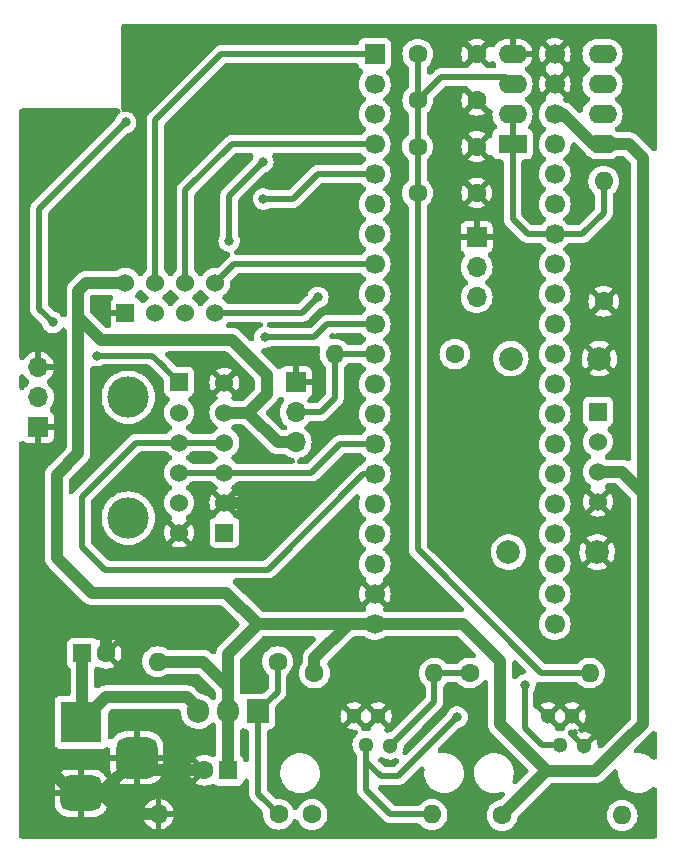
<source format=gbr>
G04 #@! TF.GenerationSoftware,KiCad,Pcbnew,(6.0.4)*
G04 #@! TF.CreationDate,2023-10-14T22:59:34+07:00*
G04 #@! TF.ProjectId,09-Prototype-Final-BugFixing,30392d50-726f-4746-9f74-7970652d4669,rev?*
G04 #@! TF.SameCoordinates,Original*
G04 #@! TF.FileFunction,Copper,L2,Bot*
G04 #@! TF.FilePolarity,Positive*
%FSLAX46Y46*%
G04 Gerber Fmt 4.6, Leading zero omitted, Abs format (unit mm)*
G04 Created by KiCad (PCBNEW (6.0.4)) date 2023-10-14 22:59:34*
%MOMM*%
%LPD*%
G01*
G04 APERTURE LIST*
G04 Aperture macros list*
%AMRoundRect*
0 Rectangle with rounded corners*
0 $1 Rounding radius*
0 $2 $3 $4 $5 $6 $7 $8 $9 X,Y pos of 4 corners*
0 Add a 4 corners polygon primitive as box body*
4,1,4,$2,$3,$4,$5,$6,$7,$8,$9,$2,$3,0*
0 Add four circle primitives for the rounded corners*
1,1,$1+$1,$2,$3*
1,1,$1+$1,$4,$5*
1,1,$1+$1,$6,$7*
1,1,$1+$1,$8,$9*
0 Add four rect primitives between the rounded corners*
20,1,$1+$1,$2,$3,$4,$5,0*
20,1,$1+$1,$4,$5,$6,$7,0*
20,1,$1+$1,$6,$7,$8,$9,0*
20,1,$1+$1,$8,$9,$2,$3,0*%
G04 Aperture macros list end*
G04 #@! TA.AperFunction,ComponentPad*
%ADD10C,1.300000*%
G04 #@! TD*
G04 #@! TA.AperFunction,ComponentPad*
%ADD11C,1.600000*%
G04 #@! TD*
G04 #@! TA.AperFunction,ComponentPad*
%ADD12O,1.600000X1.600000*%
G04 #@! TD*
G04 #@! TA.AperFunction,ComponentPad*
%ADD13R,1.600000X1.600000*%
G04 #@! TD*
G04 #@! TA.AperFunction,ComponentPad*
%ADD14R,3.500000X3.500000*%
G04 #@! TD*
G04 #@! TA.AperFunction,ComponentPad*
%ADD15RoundRect,0.750000X1.000000X-0.750000X1.000000X0.750000X-1.000000X0.750000X-1.000000X-0.750000X0*%
G04 #@! TD*
G04 #@! TA.AperFunction,ComponentPad*
%ADD16RoundRect,0.875000X0.875000X-0.875000X0.875000X0.875000X-0.875000X0.875000X-0.875000X-0.875000X0*%
G04 #@! TD*
G04 #@! TA.AperFunction,ComponentPad*
%ADD17R,1.700000X1.700000*%
G04 #@! TD*
G04 #@! TA.AperFunction,ComponentPad*
%ADD18O,1.700000X1.700000*%
G04 #@! TD*
G04 #@! TA.AperFunction,WasherPad*
%ADD19C,3.500000*%
G04 #@! TD*
G04 #@! TA.AperFunction,ComponentPad*
%ADD20R,1.524000X1.524000*%
G04 #@! TD*
G04 #@! TA.AperFunction,ComponentPad*
%ADD21C,1.524000*%
G04 #@! TD*
G04 #@! TA.AperFunction,ComponentPad*
%ADD22R,1.905000X2.000000*%
G04 #@! TD*
G04 #@! TA.AperFunction,ComponentPad*
%ADD23O,1.905000X2.000000*%
G04 #@! TD*
G04 #@! TA.AperFunction,ComponentPad*
%ADD24C,1.700000*%
G04 #@! TD*
G04 #@! TA.AperFunction,ComponentPad*
%ADD25R,2.400000X1.600000*%
G04 #@! TD*
G04 #@! TA.AperFunction,ComponentPad*
%ADD26O,2.400000X1.600000*%
G04 #@! TD*
G04 #@! TA.AperFunction,ComponentPad*
%ADD27C,2.000000*%
G04 #@! TD*
G04 #@! TA.AperFunction,ViaPad*
%ADD28C,0.800000*%
G04 #@! TD*
G04 #@! TA.AperFunction,Conductor*
%ADD29C,1.000000*%
G04 #@! TD*
G04 #@! TA.AperFunction,Conductor*
%ADD30C,0.500000*%
G04 #@! TD*
G04 APERTURE END LIST*
D10*
G04 #@! TO.P,J5,1*
G04 #@! TO.N,GND*
X195285000Y-99120000D03*
G04 #@! TO.P,J5,2*
X197320000Y-99120000D03*
G04 #@! TO.P,J5,3*
G04 #@! TO.N,Rain_Gauge*
X196300000Y-101560000D03*
G04 #@! TO.P,J5,4*
G04 #@! TO.N,GND*
X198335000Y-101660000D03*
G04 #@! TD*
D11*
G04 #@! TO.P,R7,1*
G04 #@! TO.N,/V_adj*
X172390000Y-94530000D03*
D12*
G04 #@! TO.P,R7,2*
G04 #@! TO.N,+3V3*
X162230000Y-94530000D03*
G04 #@! TD*
D13*
G04 #@! TO.P,C7,1*
G04 #@! TO.N,VCC*
X155864888Y-93810000D03*
D11*
G04 #@! TO.P,C7,2*
G04 #@! TO.N,GND*
X157864888Y-93810000D03*
G04 #@! TD*
D14*
G04 #@! TO.P,J1,1*
G04 #@! TO.N,VCC*
X155760500Y-99664000D03*
D15*
G04 #@! TO.P,J1,2*
G04 #@! TO.N,GND*
X155760500Y-105664000D03*
D16*
G04 #@! TO.P,J1,3*
X160460500Y-102664000D03*
G04 #@! TD*
D17*
G04 #@! TO.P,J2,1,Pin_1*
G04 #@! TO.N,GND*
X152105000Y-74655000D03*
D18*
G04 #@! TO.P,J2,2,Pin_2*
G04 #@! TO.N,/32768Hz out*
X152105000Y-72115000D03*
G04 #@! TO.P,J2,3,Pin_3*
G04 #@! TO.N,GND*
X152105000Y-69575000D03*
G04 #@! TD*
D19*
G04 #@! TO.P,U5,*
G04 #@! TO.N,*
X159740000Y-72130000D03*
X159740000Y-82370000D03*
D20*
G04 #@! TO.P,U5,1,VCC*
G04 #@! TO.N,+3V3*
X167890000Y-83600000D03*
D21*
X167890000Y-73440000D03*
G04 #@! TO.P,U5,2,GND*
G04 #@! TO.N,GND*
X167890000Y-81060000D03*
G04 #@! TO.P,U5,3,SCL*
G04 #@! TO.N,I2C_CLK*
X167890000Y-78520000D03*
G04 #@! TO.P,U5,4,SDA*
G04 #@! TO.N,I2C_SDA*
X167890000Y-75980000D03*
G04 #@! TO.P,U5,5,ADDR*
G04 #@! TO.N,GND*
X167890000Y-70900000D03*
G04 #@! TD*
D22*
G04 #@! TO.P,U6,1,ADJ*
G04 #@! TO.N,/V_adj*
X170730000Y-98725000D03*
D23*
G04 #@! TO.P,U6,2,VO*
G04 #@! TO.N,+3V3*
X168190000Y-98725000D03*
G04 #@! TO.P,U6,3,VI*
G04 #@! TO.N,VCC*
X165650000Y-98725000D03*
G04 #@! TD*
D10*
G04 #@! TO.P,J4,1*
G04 #@! TO.N,GND*
X178865000Y-99120000D03*
G04 #@! TO.P,J4,2*
X180900000Y-99120000D03*
G04 #@! TO.P,J4,3*
G04 #@! TO.N,Anemometer*
X179880000Y-101560000D03*
G04 #@! TO.P,J4,4*
G04 #@! TO.N,WindVane_raw*
X181915000Y-101660000D03*
G04 #@! TD*
D20*
G04 #@! TO.P,U3,1,GND*
G04 #@! TO.N,GND*
X159510000Y-64990000D03*
D21*
G04 #@! TO.P,U3,2,VCC*
G04 #@! TO.N,+3V3*
X159510000Y-62450000D03*
G04 #@! TO.P,U3,3,RST*
G04 #@! TO.N,LoRa_Reset*
X162050000Y-64990000D03*
G04 #@! TO.P,U3,4,NCSS*
G04 #@! TO.N,LoRa_NCSS*
X162050000Y-62450000D03*
G04 #@! TO.P,U3,5,SCLK*
G04 #@! TO.N,LoRa_SCLK*
X164590000Y-64990000D03*
G04 #@! TO.P,U3,6,MOSI*
G04 #@! TO.N,LoRa_MOSI*
X164590000Y-62450000D03*
G04 #@! TO.P,U3,7,MISO*
G04 #@! TO.N,LoRa_MISO*
X167130000Y-64990000D03*
G04 #@! TO.P,U3,8,DIO0*
G04 #@! TO.N,LoRa_DIO0*
X167130000Y-62450000D03*
G04 #@! TD*
D11*
G04 #@! TO.P,R8,1*
G04 #@! TO.N,/V_adj*
X172470000Y-107440000D03*
D12*
G04 #@! TO.P,R8,2*
G04 #@! TO.N,GND*
X162310000Y-107440000D03*
G04 #@! TD*
D17*
G04 #@! TO.P,U1,1,PB12*
G04 #@! TO.N,LoRa_NCSS*
X180610000Y-43080000D03*
D24*
G04 #@! TO.P,U1,2,PB13*
G04 #@! TO.N,LoRa_SCLK*
X180610000Y-45620000D03*
G04 #@! TO.P,U1,3,PB14*
G04 #@! TO.N,LoRa_MISO*
X180610000Y-48160000D03*
G04 #@! TO.P,U1,4,PB15*
G04 #@! TO.N,LoRa_MOSI*
X180610000Y-50700000D03*
G04 #@! TO.P,U1,5,PA8*
G04 #@! TO.N,LoRa_Reset*
X180610000Y-53240000D03*
G04 #@! TO.P,U1,6,PA9*
G04 #@! TO.N,UART_TX*
X180610000Y-55780000D03*
G04 #@! TO.P,U1,7,PA10*
G04 #@! TO.N,UART_RX*
X180610000Y-58320000D03*
G04 #@! TO.P,U1,8,PA11*
G04 #@! TO.N,LoRa_DIO0*
X180610000Y-60860000D03*
G04 #@! TO.P,U1,9,PA12*
G04 #@! TO.N,unconnected-(U1-Pad9)*
X180610000Y-63400000D03*
G04 #@! TO.P,U1,10,PA15*
G04 #@! TO.N,RTC_ALARM*
X180610000Y-65940000D03*
G04 #@! TO.P,U1,11,PB3*
G04 #@! TO.N,DS18B20*
X180610000Y-68480000D03*
G04 #@! TO.P,U1,12,PB4*
G04 #@! TO.N,unconnected-(U1-Pad12)*
X180610000Y-71020000D03*
G04 #@! TO.P,U1,13,PB5*
G04 #@! TO.N,unconnected-(U1-Pad13)*
X180610000Y-73560000D03*
G04 #@! TO.P,U1,14,PB6*
G04 #@! TO.N,I2C_CLK*
X180610000Y-76100000D03*
G04 #@! TO.P,U1,15,PB7*
G04 #@! TO.N,I2C_SDA*
X180610000Y-78640000D03*
G04 #@! TO.P,U1,16,PB8*
G04 #@! TO.N,unconnected-(U1-Pad16)*
X180610000Y-81180000D03*
G04 #@! TO.P,U1,17,PB9*
G04 #@! TO.N,unconnected-(U1-Pad17)*
X180610000Y-83720000D03*
G04 #@! TO.P,U1,18,5V*
G04 #@! TO.N,unconnected-(U1-Pad18)*
X180610000Y-86260000D03*
G04 #@! TO.P,U1,19,GND*
G04 #@! TO.N,GND*
X180610000Y-88800000D03*
G04 #@! TO.P,U1,20,3V3*
G04 #@! TO.N,+3V3*
X180610000Y-91340000D03*
G04 #@! TO.P,U1,21,VBat*
G04 #@! TO.N,unconnected-(U1-Pad21)*
X195850000Y-91340000D03*
G04 #@! TO.P,U1,22,PC13*
G04 #@! TO.N,unconnected-(U1-Pad22)*
X195850000Y-88800000D03*
G04 #@! TO.P,U1,23,PC14*
G04 #@! TO.N,unconnected-(U1-Pad23)*
X195850000Y-86260000D03*
G04 #@! TO.P,U1,24,PC15*
G04 #@! TO.N,unconnected-(U1-Pad24)*
X195850000Y-83720000D03*
G04 #@! TO.P,U1,25,PA0*
G04 #@! TO.N,unconnected-(U1-Pad25)*
X195850000Y-81180000D03*
G04 #@! TO.P,U1,26,PA1*
G04 #@! TO.N,Rain_Gauge*
X195850000Y-78640000D03*
G04 #@! TO.P,U1,27,PA2*
G04 #@! TO.N,unconnected-(U1-Pad27)*
X195850000Y-76100000D03*
G04 #@! TO.P,U1,28,PA3*
G04 #@! TO.N,Anemometer*
X195850000Y-73560000D03*
G04 #@! TO.P,U1,29,PA4*
G04 #@! TO.N,unconnected-(U1-Pad29)*
X195850000Y-71020000D03*
G04 #@! TO.P,U1,30,PA5*
G04 #@! TO.N,unconnected-(U1-Pad30)*
X195850000Y-68480000D03*
G04 #@! TO.P,U1,31,PA6*
G04 #@! TO.N,unconnected-(U1-Pad31)*
X195850000Y-65940000D03*
G04 #@! TO.P,U1,32,PA7*
G04 #@! TO.N,unconnected-(U1-Pad32)*
X195850000Y-63400000D03*
G04 #@! TO.P,U1,33,PB0*
G04 #@! TO.N,unconnected-(U1-Pad33)*
X195850000Y-60860000D03*
G04 #@! TO.P,U1,34,PB1*
G04 #@! TO.N,Wind_Vane*
X195850000Y-58320000D03*
G04 #@! TO.P,U1,35,PB10*
G04 #@! TO.N,unconnected-(U1-Pad35)*
X195850000Y-55780000D03*
G04 #@! TO.P,U1,36,PB11*
G04 #@! TO.N,unconnected-(U1-Pad36)*
X195850000Y-53240000D03*
G04 #@! TO.P,U1,37,RST*
G04 #@! TO.N,unconnected-(U1-Pad37)*
X195850000Y-50700000D03*
G04 #@! TO.P,U1,38,3V3*
G04 #@! TO.N,+3V3*
X195850000Y-48160000D03*
G04 #@! TO.P,U1,39,GND*
G04 #@! TO.N,GND*
X195850000Y-45620000D03*
G04 #@! TO.P,U1,40,GND*
X195850000Y-43080000D03*
G04 #@! TD*
D11*
G04 #@! TO.P,C5,1*
G04 #@! TO.N,/Passive LPF*
X184250000Y-54840000D03*
G04 #@! TO.P,C5,2*
G04 #@! TO.N,GND*
X189250000Y-54840000D03*
G04 #@! TD*
D25*
G04 #@! TO.P,U4,1*
G04 #@! TO.N,Wind_Vane*
X192285000Y-50700000D03*
D26*
G04 #@! TO.P,U4,2,-*
X192285000Y-48160000D03*
G04 #@! TO.P,U4,3,+*
G04 #@! TO.N,/Passive LPF*
X192285000Y-45620000D03*
G04 #@! TO.P,U4,4,V-*
G04 #@! TO.N,GND*
X192285000Y-43080000D03*
G04 #@! TO.P,U4,5,+*
G04 #@! TO.N,unconnected-(U4-Pad5)*
X199905000Y-43080000D03*
G04 #@! TO.P,U4,6,-*
G04 #@! TO.N,unconnected-(U4-Pad6)*
X199905000Y-45620000D03*
G04 #@! TO.P,U4,7*
G04 #@! TO.N,unconnected-(U4-Pad7)*
X199905000Y-48160000D03*
G04 #@! TO.P,U4,8,V+*
G04 #@! TO.N,+3V3*
X199905000Y-50700000D03*
G04 #@! TD*
D27*
G04 #@! TO.P,C1,1*
G04 #@! TO.N,GND*
X199630000Y-68870000D03*
G04 #@! TO.P,C1,2*
G04 #@! TO.N,Anemometer*
X192130000Y-68870000D03*
G04 #@! TD*
D11*
G04 #@! TO.P,C4,1*
G04 #@! TO.N,/Passive LPF*
X184250000Y-50920000D03*
G04 #@! TO.P,C4,2*
G04 #@! TO.N,GND*
X189250000Y-50920000D03*
G04 #@! TD*
G04 #@! TO.P,C2,1*
G04 #@! TO.N,/Passive LPF*
X184260000Y-43080000D03*
G04 #@! TO.P,C2,2*
G04 #@! TO.N,GND*
X189260000Y-43080000D03*
G04 #@! TD*
D13*
G04 #@! TO.P,C8,1*
G04 #@! TO.N,+3V3*
X168190000Y-103720000D03*
D11*
G04 #@! TO.P,C8,2*
G04 #@! TO.N,GND*
X166190000Y-103720000D03*
G04 #@! TD*
G04 #@! TO.P,R6,1*
G04 #@! TO.N,+3V3*
X187400000Y-68480000D03*
D12*
G04 #@! TO.P,R6,2*
G04 #@! TO.N,DS18B20*
X177240000Y-68480000D03*
G04 #@! TD*
D17*
G04 #@! TO.P,J3,1,Pin_1*
G04 #@! TO.N,GND*
X189240000Y-58580000D03*
D18*
G04 #@! TO.P,J3,2,Pin_2*
G04 #@! TO.N,UART_TX*
X189240000Y-61120000D03*
G04 #@! TO.P,J3,3,Pin_3*
G04 #@! TO.N,UART_RX*
X189240000Y-63660000D03*
G04 #@! TD*
D11*
G04 #@! TO.P,R4,1*
G04 #@! TO.N,GND*
X200000000Y-64010000D03*
D12*
G04 #@! TO.P,R4,2*
G04 #@! TO.N,Wind_Vane*
X200000000Y-53850000D03*
G04 #@! TD*
D20*
G04 #@! TO.P,U2,1,SCL*
G04 #@! TO.N,unconnected-(U2-Pad1)*
X199510000Y-73350000D03*
D21*
G04 #@! TO.P,U2,2,SDA*
G04 #@! TO.N,unconnected-(U2-Pad2)*
X199510000Y-75890000D03*
G04 #@! TO.P,U2,3,VCC*
G04 #@! TO.N,+3V3*
X199510000Y-78430000D03*
G04 #@! TO.P,U2,4,GND*
G04 #@! TO.N,GND*
X199510000Y-80970000D03*
D20*
G04 #@! TO.P,U2,5,32K*
G04 #@! TO.N,/32768Hz out*
X164050000Y-70810000D03*
D21*
G04 #@! TO.P,U2,6,SQW*
G04 #@! TO.N,RTC_ALARM*
X164050000Y-73430000D03*
G04 #@! TO.P,U2,7,SCL*
G04 #@! TO.N,I2C_CLK*
X164050000Y-78510000D03*
G04 #@! TO.P,U2,8,SDA*
G04 #@! TO.N,I2C_SDA*
X164050000Y-75970000D03*
G04 #@! TO.P,U2,9,VCC*
G04 #@! TO.N,unconnected-(U2-Pad9)*
X164050000Y-81050000D03*
G04 #@! TO.P,U2,10,GND*
G04 #@! TO.N,GND*
X164050000Y-83590000D03*
G04 #@! TD*
D11*
G04 #@! TO.P,R3,1*
G04 #@! TO.N,WindVane_raw*
X188640000Y-95480000D03*
D12*
G04 #@! TO.P,R3,2*
G04 #@! TO.N,/Passive LPF*
X198800000Y-95480000D03*
G04 #@! TD*
D11*
G04 #@! TO.P,R5,1*
G04 #@! TO.N,+3V3*
X191400000Y-107540000D03*
D12*
G04 #@! TO.P,R5,2*
G04 #@! TO.N,Rain_Gauge*
X201560000Y-107540000D03*
G04 #@! TD*
D27*
G04 #@! TO.P,C6,1*
G04 #@! TO.N,GND*
X199440000Y-85250000D03*
G04 #@! TO.P,C6,2*
G04 #@! TO.N,Rain_Gauge*
X191940000Y-85250000D03*
G04 #@! TD*
D11*
G04 #@! TO.P,R1,1*
G04 #@! TO.N,+3V3*
X175510000Y-95490000D03*
D12*
G04 #@! TO.P,R1,2*
G04 #@! TO.N,WindVane_raw*
X185670000Y-95490000D03*
G04 #@! TD*
D17*
G04 #@! TO.P,J6,1,Pin_1*
G04 #@! TO.N,GND*
X173925000Y-70875000D03*
D18*
G04 #@! TO.P,J6,2,Pin_2*
G04 #@! TO.N,DS18B20*
X173925000Y-73415000D03*
G04 #@! TO.P,J6,3,Pin_3*
G04 #@! TO.N,+3V3*
X173925000Y-75955000D03*
G04 #@! TD*
D11*
G04 #@! TO.P,R2,1*
G04 #@! TO.N,+3V3*
X175310000Y-107460000D03*
D12*
G04 #@! TO.P,R2,2*
G04 #@! TO.N,Anemometer*
X185470000Y-107460000D03*
G04 #@! TD*
D11*
G04 #@! TO.P,C3,1*
G04 #@! TO.N,/Passive LPF*
X184260000Y-46990000D03*
G04 #@! TO.P,C3,2*
G04 #@! TO.N,GND*
X189260000Y-46990000D03*
G04 #@! TD*
D28*
G04 #@! TO.N,GND*
X173390000Y-81050000D03*
G04 #@! TO.N,Anemometer*
X187600000Y-99210000D03*
G04 #@! TO.N,/32768Hz out*
X157075812Y-68608549D03*
G04 #@! TO.N,LoRa_SCLK*
X171140000Y-52220000D03*
X168280000Y-58900000D03*
G04 #@! TO.N,LoRa_MISO*
X175800000Y-63670000D03*
G04 #@! TO.N,LoRa_Reset*
X153340000Y-65800000D03*
X171180000Y-55350000D03*
X159520000Y-48870000D03*
G04 #@! TO.N,RTC_ALARM*
X171320000Y-67060000D03*
G04 #@! TO.N,Rain_Gauge*
X193330000Y-96480000D03*
G04 #@! TD*
D29*
G04 #@! TO.N,GND*
X161516500Y-103720000D02*
X160460500Y-102664000D01*
X156720000Y-91250000D02*
X154080000Y-91250000D01*
X162310000Y-107440000D02*
X159236500Y-107440000D01*
X152280000Y-102870000D02*
X155074000Y-105664000D01*
X154080000Y-91250000D02*
X152280000Y-93050000D01*
X152280000Y-93050000D02*
X152280000Y-102870000D01*
X157460500Y-105664000D02*
X160460500Y-102664000D01*
X155074000Y-105664000D02*
X155760500Y-105664000D01*
X157864888Y-93810000D02*
X157864888Y-92394888D01*
X155760500Y-105664000D02*
X157460500Y-105664000D01*
X189250000Y-47000000D02*
X189260000Y-46990000D01*
X173380000Y-81060000D02*
X173390000Y-81050000D01*
X159236500Y-107440000D02*
X157460500Y-105664000D01*
X166190000Y-103720000D02*
X161516500Y-103720000D01*
X157864888Y-92394888D02*
X156720000Y-91250000D01*
X167890000Y-81060000D02*
X173380000Y-81060000D01*
D30*
G04 #@! TO.N,Anemometer*
X182330000Y-104220000D02*
X182600000Y-104220000D01*
X179880000Y-101560000D02*
X179880000Y-102980000D01*
X179880000Y-105400000D02*
X181940000Y-107460000D01*
X181120000Y-104220000D02*
X182330000Y-104220000D01*
X181940000Y-107460000D02*
X185470000Y-107460000D01*
X187600000Y-99220000D02*
X187600000Y-99210000D01*
X179880000Y-102980000D02*
X181120000Y-104220000D01*
X182600000Y-104220000D02*
X185310000Y-101510000D01*
X185310000Y-101510000D02*
X187600000Y-99220000D01*
X179880000Y-102980000D02*
X179880000Y-105400000D01*
D29*
G04 #@! TO.N,+3V3*
X162230000Y-94530000D02*
X166080000Y-94530000D01*
X171500000Y-71830000D02*
X171500000Y-70250000D01*
X170690000Y-91340000D02*
X168190000Y-93840000D01*
X172405000Y-75955000D02*
X173925000Y-75955000D01*
X170690000Y-91340000D02*
X168060000Y-88710000D01*
X203320000Y-80240000D02*
X203320000Y-99770000D01*
X188100000Y-91340000D02*
X191210000Y-94450000D01*
X202150000Y-50700000D02*
X199905000Y-50700000D01*
X199130000Y-50700000D02*
X199905000Y-50700000D01*
X155530000Y-66720000D02*
X155530000Y-65340000D01*
X203320000Y-51870000D02*
X202150000Y-50700000D01*
X195850000Y-48160000D02*
X196590000Y-48160000D01*
X191210000Y-99830000D02*
X195180000Y-103800000D01*
X168510000Y-67260000D02*
X157450000Y-67260000D01*
X178400000Y-91340000D02*
X170690000Y-91340000D01*
X201510000Y-78430000D02*
X203320000Y-80240000D01*
X168060000Y-88710000D02*
X156670000Y-88710000D01*
X175510000Y-94230000D02*
X178400000Y-91340000D01*
X169890000Y-73440000D02*
X171500000Y-71830000D01*
X153690000Y-85730000D02*
X153690000Y-78710000D01*
X168190000Y-93840000D02*
X168190000Y-96640000D01*
X168190000Y-96640000D02*
X168190000Y-98725000D01*
X166080000Y-94530000D02*
X168190000Y-96640000D01*
X191210000Y-94450000D02*
X191210000Y-98860000D01*
X199290000Y-103800000D02*
X201755000Y-101335000D01*
X180610000Y-91340000D02*
X188100000Y-91340000D01*
X171500000Y-70250000D02*
X168510000Y-67260000D01*
X156200000Y-62450000D02*
X159510000Y-62450000D01*
X156670000Y-88710000D02*
X153690000Y-85730000D01*
X191210000Y-98860000D02*
X191210000Y-99830000D01*
X175510000Y-95490000D02*
X175510000Y-94230000D01*
X155530000Y-63120000D02*
X156200000Y-62450000D01*
X203320000Y-80240000D02*
X203320000Y-51870000D01*
X196590000Y-48160000D02*
X199130000Y-50700000D01*
X180610000Y-91340000D02*
X178400000Y-91340000D01*
X169890000Y-73440000D02*
X172405000Y-75955000D01*
X203320000Y-99770000D02*
X201755000Y-101335000D01*
X195180000Y-103800000D02*
X195140000Y-103800000D01*
X155530000Y-76870000D02*
X155530000Y-66720000D01*
X167890000Y-73440000D02*
X169890000Y-73440000D01*
X155530000Y-65340000D02*
X155530000Y-63120000D01*
X195140000Y-103800000D02*
X191400000Y-107540000D01*
X157450000Y-67260000D02*
X155530000Y-65340000D01*
X195180000Y-103800000D02*
X199290000Y-103800000D01*
X168190000Y-103720000D02*
X168190000Y-98725000D01*
X153690000Y-78710000D02*
X155530000Y-76870000D01*
X201510000Y-78430000D02*
X199510000Y-78430000D01*
D30*
G04 #@! TO.N,/32768Hz out*
X164050000Y-70810000D02*
X163990000Y-70810000D01*
X161788549Y-68608549D02*
X157075812Y-68608549D01*
X162490000Y-69310000D02*
X161788549Y-68608549D01*
X163990000Y-70810000D02*
X162490000Y-69310000D01*
G04 #@! TO.N,WindVane_raw*
X185670000Y-97905000D02*
X185670000Y-95490000D01*
X185670000Y-95490000D02*
X188630000Y-95490000D01*
X181915000Y-101660000D02*
X185670000Y-97905000D01*
X188630000Y-95490000D02*
X188640000Y-95480000D01*
G04 #@! TO.N,DS18B20*
X176045000Y-73415000D02*
X173925000Y-73415000D01*
X177240000Y-72220000D02*
X176045000Y-73415000D01*
X177240000Y-68480000D02*
X180610000Y-68480000D01*
X177240000Y-68480000D02*
X177240000Y-72220000D01*
G04 #@! TO.N,Wind_Vane*
X200000000Y-56510000D02*
X200000000Y-53850000D01*
X192285000Y-50700000D02*
X192285000Y-57055000D01*
X192285000Y-57055000D02*
X193550000Y-58320000D01*
X198190000Y-58320000D02*
X200000000Y-56510000D01*
X195850000Y-58320000D02*
X198190000Y-58320000D01*
X192285000Y-48160000D02*
X192285000Y-50700000D01*
X193550000Y-58320000D02*
X195850000Y-58320000D01*
G04 #@! TO.N,LoRa_NCSS*
X167630000Y-43080000D02*
X180610000Y-43080000D01*
X162050000Y-62450000D02*
X162050000Y-48660000D01*
X162050000Y-48660000D02*
X167630000Y-43080000D01*
G04 #@! TO.N,LoRa_SCLK*
X168280000Y-55080000D02*
X168280000Y-58900000D01*
X171140000Y-52220000D02*
X168280000Y-55080000D01*
G04 #@! TO.N,LoRa_MISO*
X174480000Y-64990000D02*
X175800000Y-63670000D01*
X167130000Y-64990000D02*
X174480000Y-64990000D01*
G04 #@! TO.N,LoRa_MOSI*
X164590000Y-62450000D02*
X164590000Y-54610000D01*
X168500000Y-50700000D02*
X180610000Y-50700000D01*
X164590000Y-54610000D02*
X168500000Y-50700000D01*
G04 #@! TO.N,LoRa_Reset*
X152200000Y-64660000D02*
X152200000Y-56190000D01*
X152200000Y-56190000D02*
X159520000Y-48870000D01*
X173670000Y-55350000D02*
X175780000Y-53240000D01*
X171180000Y-55350000D02*
X173670000Y-55350000D01*
X153340000Y-65800000D02*
X152200000Y-64660000D01*
X175780000Y-53240000D02*
X180610000Y-53240000D01*
G04 #@! TO.N,LoRa_DIO0*
X169370000Y-60840000D02*
X169390000Y-60860000D01*
X168740000Y-60840000D02*
X169370000Y-60840000D01*
X167130000Y-62450000D02*
X168740000Y-60840000D01*
X169390000Y-60860000D02*
X180610000Y-60860000D01*
G04 #@! TO.N,RTC_ALARM*
X175490000Y-67060000D02*
X176610000Y-65940000D01*
X176610000Y-65940000D02*
X180610000Y-65940000D01*
X171320000Y-67060000D02*
X175490000Y-67060000D01*
G04 #@! TO.N,I2C_CLK*
X164050000Y-78510000D02*
X167880000Y-78510000D01*
X177660000Y-76100000D02*
X180610000Y-76100000D01*
X175240000Y-78520000D02*
X177660000Y-76100000D01*
X167880000Y-78510000D02*
X167890000Y-78520000D01*
X167890000Y-78520000D02*
X175240000Y-78520000D01*
G04 #@! TO.N,Rain_Gauge*
X196300000Y-101560000D02*
X194760000Y-101560000D01*
X194760000Y-101560000D02*
X193300000Y-100100000D01*
X193300000Y-100100000D02*
X193300000Y-96510000D01*
X193300000Y-96510000D02*
X193330000Y-96480000D01*
G04 #@! TO.N,I2C_SDA*
X179650000Y-78640000D02*
X171560000Y-86730000D01*
X180610000Y-78640000D02*
X179650000Y-78640000D01*
X164050000Y-75970000D02*
X167880000Y-75970000D01*
X171560000Y-86730000D02*
X157760000Y-86730000D01*
X164040000Y-75980000D02*
X164050000Y-75970000D01*
X155830000Y-84800000D02*
X155830000Y-80550000D01*
X157760000Y-86730000D02*
X155830000Y-84800000D01*
X163140000Y-75980000D02*
X164040000Y-75980000D01*
X160400000Y-75980000D02*
X163140000Y-75980000D01*
X167880000Y-75970000D02*
X167890000Y-75980000D01*
X164220000Y-75980000D02*
X163140000Y-75980000D01*
X155830000Y-80550000D02*
X160400000Y-75980000D01*
G04 #@! TO.N,/Passive LPF*
X184250000Y-50920000D02*
X184250000Y-47000000D01*
X191695000Y-45030000D02*
X192285000Y-45620000D01*
X184260000Y-46990000D02*
X184260000Y-43080000D01*
X194710000Y-95480000D02*
X184250000Y-85020000D01*
X186220000Y-45030000D02*
X191695000Y-45030000D01*
X184250000Y-85020000D02*
X184250000Y-54840000D01*
X184250000Y-47000000D02*
X184260000Y-46990000D01*
X184260000Y-46990000D02*
X186220000Y-45030000D01*
X184250000Y-54840000D02*
X184250000Y-50920000D01*
X198800000Y-95480000D02*
X194710000Y-95480000D01*
D29*
G04 #@! TO.N,VCC*
X155864888Y-93810000D02*
X155864888Y-99559612D01*
X165650000Y-98480000D02*
X164710000Y-97540000D01*
X155864888Y-99559612D02*
X155760500Y-99664000D01*
X165650000Y-98725000D02*
X165650000Y-98480000D01*
X164710000Y-97540000D02*
X157884500Y-97540000D01*
X157884500Y-97540000D02*
X155760500Y-99664000D01*
D30*
G04 #@! TO.N,/V_adj*
X170730000Y-105700000D02*
X172470000Y-107440000D01*
X172390000Y-94530000D02*
X172390000Y-97065000D01*
X172390000Y-97065000D02*
X170730000Y-98725000D01*
X170730000Y-98725000D02*
X170730000Y-105700000D01*
G04 #@! TD*
G04 #@! TA.AperFunction,NonConductor*
G36*
X179452516Y-51469454D02*
G01*
X179533298Y-51523430D01*
X179561195Y-51556677D01*
X179565267Y-51562493D01*
X179565271Y-51562497D01*
X179571505Y-51571401D01*
X179738599Y-51738495D01*
X179747501Y-51744728D01*
X179747503Y-51744730D01*
X179777923Y-51766030D01*
X179845108Y-51836211D01*
X179880321Y-51926760D01*
X179878202Y-52023892D01*
X179839074Y-52112819D01*
X179777926Y-52173968D01*
X179738599Y-52201505D01*
X179571505Y-52368599D01*
X179565271Y-52377503D01*
X179565267Y-52377507D01*
X179561195Y-52383323D01*
X179491013Y-52450506D01*
X179400464Y-52485718D01*
X179357228Y-52489500D01*
X175855763Y-52489500D01*
X175825091Y-52487180D01*
X175820665Y-52487026D01*
X175806370Y-52484851D01*
X175760223Y-52488605D01*
X175759296Y-52488680D01*
X175750616Y-52489033D01*
X175750619Y-52489081D01*
X175743409Y-52489500D01*
X175736178Y-52489500D01*
X175710357Y-52492510D01*
X175701780Y-52493358D01*
X175631941Y-52499039D01*
X175619337Y-52503122D01*
X175606172Y-52504657D01*
X175592578Y-52509591D01*
X175592571Y-52509593D01*
X175540303Y-52528565D01*
X175532086Y-52531387D01*
X175465454Y-52552973D01*
X175454125Y-52559848D01*
X175441669Y-52564369D01*
X175383059Y-52602796D01*
X175375739Y-52607414D01*
X175325316Y-52638011D01*
X175325313Y-52638013D01*
X175315841Y-52643761D01*
X175307548Y-52651084D01*
X175304837Y-52653795D01*
X175303833Y-52654738D01*
X175295315Y-52660323D01*
X175285368Y-52670823D01*
X175285367Y-52670824D01*
X175243821Y-52714681D01*
X175239124Y-52719508D01*
X174307931Y-53650702D01*
X173432063Y-54526570D01*
X173351281Y-54580546D01*
X173255993Y-54599500D01*
X171755006Y-54599500D01*
X171659718Y-54580546D01*
X171638676Y-54570169D01*
X171632730Y-54565849D01*
X171620812Y-54560543D01*
X171620809Y-54560541D01*
X171546335Y-54527383D01*
X171459803Y-54488856D01*
X171274646Y-54449500D01*
X171085354Y-54449500D01*
X170900197Y-54488856D01*
X170813665Y-54527383D01*
X170739193Y-54560540D01*
X170739189Y-54560542D01*
X170727270Y-54565849D01*
X170716716Y-54573517D01*
X170716714Y-54573518D01*
X170584681Y-54669445D01*
X170584678Y-54669448D01*
X170574129Y-54677112D01*
X170565403Y-54686803D01*
X170565401Y-54686805D01*
X170456201Y-54808083D01*
X170456197Y-54808088D01*
X170447467Y-54817784D01*
X170352821Y-54981716D01*
X170345534Y-55004144D01*
X170313683Y-55102171D01*
X170294326Y-55161744D01*
X170274540Y-55350000D01*
X170294326Y-55538256D01*
X170352821Y-55718284D01*
X170447467Y-55882216D01*
X170456197Y-55891912D01*
X170456201Y-55891917D01*
X170557639Y-56004574D01*
X170574129Y-56022888D01*
X170584678Y-56030552D01*
X170584681Y-56030555D01*
X170716714Y-56126482D01*
X170727270Y-56134151D01*
X170739189Y-56139458D01*
X170739193Y-56139460D01*
X170806007Y-56169207D01*
X170900197Y-56211144D01*
X171085354Y-56250500D01*
X171274646Y-56250500D01*
X171459803Y-56211144D01*
X171563507Y-56164972D01*
X171620809Y-56139459D01*
X171620812Y-56139457D01*
X171632730Y-56134151D01*
X171635433Y-56132187D01*
X171722507Y-56102630D01*
X171755006Y-56100500D01*
X173594244Y-56100500D01*
X173624894Y-56102818D01*
X173629332Y-56102973D01*
X173643630Y-56105148D01*
X173690695Y-56101320D01*
X173699386Y-56100967D01*
X173699383Y-56100919D01*
X173706596Y-56100500D01*
X173713822Y-56100500D01*
X173720996Y-56099664D01*
X173721006Y-56099663D01*
X173739629Y-56097492D01*
X173748275Y-56096637D01*
X173803642Y-56092134D01*
X173803646Y-56092133D01*
X173818059Y-56090961D01*
X173830663Y-56086878D01*
X173843828Y-56085343D01*
X173857422Y-56080409D01*
X173857429Y-56080407D01*
X173909697Y-56061435D01*
X173917914Y-56058613D01*
X173928390Y-56055219D01*
X173984546Y-56037027D01*
X173995875Y-56030152D01*
X174008331Y-56025631D01*
X174066942Y-55987204D01*
X174074261Y-55982587D01*
X174124675Y-55951995D01*
X174124677Y-55951993D01*
X174134160Y-55946239D01*
X174142452Y-55938915D01*
X174145164Y-55936203D01*
X174146162Y-55935265D01*
X174154685Y-55929677D01*
X174206196Y-55875301D01*
X174210893Y-55870474D01*
X176017938Y-54063430D01*
X176098720Y-54009454D01*
X176194008Y-53990500D01*
X179357228Y-53990500D01*
X179452516Y-54009454D01*
X179533298Y-54063430D01*
X179561195Y-54096677D01*
X179565267Y-54102493D01*
X179565271Y-54102497D01*
X179571505Y-54111401D01*
X179738599Y-54278495D01*
X179747501Y-54284728D01*
X179747503Y-54284730D01*
X179777923Y-54306030D01*
X179845108Y-54376211D01*
X179880321Y-54466760D01*
X179878202Y-54563892D01*
X179839074Y-54652819D01*
X179777926Y-54713968D01*
X179738599Y-54741505D01*
X179571505Y-54908599D01*
X179435965Y-55102171D01*
X179431369Y-55112027D01*
X179345418Y-55296349D01*
X179336097Y-55316337D01*
X179274937Y-55544592D01*
X179254341Y-55780000D01*
X179255289Y-55790835D01*
X179272263Y-55984840D01*
X179274937Y-56015408D01*
X179336097Y-56243663D01*
X179340691Y-56253516D01*
X179340693Y-56253520D01*
X179422026Y-56427937D01*
X179435965Y-56457829D01*
X179571505Y-56651401D01*
X179738599Y-56818495D01*
X179747501Y-56824728D01*
X179747503Y-56824730D01*
X179777923Y-56846030D01*
X179845108Y-56916211D01*
X179880321Y-57006760D01*
X179878202Y-57103892D01*
X179839074Y-57192819D01*
X179777926Y-57253968D01*
X179738599Y-57281505D01*
X179571505Y-57448599D01*
X179435965Y-57642171D01*
X179431369Y-57652027D01*
X179420227Y-57675922D01*
X179336097Y-57856337D01*
X179274937Y-58084592D01*
X179254341Y-58320000D01*
X179274937Y-58555408D01*
X179336097Y-58783663D01*
X179340691Y-58793516D01*
X179340693Y-58793520D01*
X179400603Y-58921995D01*
X179435965Y-58997829D01*
X179442202Y-59006737D01*
X179442203Y-59006738D01*
X179458395Y-59029862D01*
X179571505Y-59191401D01*
X179738599Y-59358495D01*
X179747501Y-59364728D01*
X179747503Y-59364730D01*
X179777923Y-59386030D01*
X179845108Y-59456211D01*
X179880321Y-59546760D01*
X179878202Y-59643892D01*
X179839074Y-59732819D01*
X179777926Y-59793968D01*
X179738599Y-59821505D01*
X179571505Y-59988599D01*
X179565271Y-59997503D01*
X179565267Y-59997507D01*
X179561195Y-60003323D01*
X179491013Y-60070506D01*
X179400464Y-60105718D01*
X179357228Y-60109500D01*
X169572350Y-60109500D01*
X169513167Y-60102364D01*
X169474171Y-60092822D01*
X169474170Y-60092822D01*
X169463394Y-60090185D01*
X169452352Y-60089500D01*
X169448474Y-60089500D01*
X169447155Y-60089459D01*
X169437169Y-60087382D01*
X169422709Y-60087773D01*
X169422706Y-60087773D01*
X169362263Y-60089409D01*
X169355527Y-60089500D01*
X168941159Y-60089500D01*
X168845871Y-60070546D01*
X168765089Y-60016570D01*
X168711113Y-59935788D01*
X168692159Y-59840500D01*
X168711113Y-59745212D01*
X168765089Y-59664430D01*
X168794801Y-59639055D01*
X168875313Y-59580560D01*
X168875320Y-59580554D01*
X168885871Y-59572888D01*
X168894599Y-59563195D01*
X169003799Y-59441917D01*
X169003803Y-59441912D01*
X169012533Y-59432216D01*
X169107179Y-59268284D01*
X169147747Y-59143430D01*
X169161642Y-59100666D01*
X169161643Y-59100664D01*
X169165674Y-59088256D01*
X169185460Y-58900000D01*
X169165674Y-58711744D01*
X169107179Y-58531716D01*
X169063858Y-58456681D01*
X169032630Y-58364686D01*
X169030500Y-58332185D01*
X169030500Y-55494007D01*
X169049454Y-55398719D01*
X169103430Y-55317937D01*
X171266589Y-53154779D01*
X171347371Y-53100803D01*
X171390888Y-53087290D01*
X171407039Y-53083857D01*
X171407038Y-53083857D01*
X171419803Y-53081144D01*
X171513993Y-53039207D01*
X171580807Y-53009460D01*
X171580811Y-53009458D01*
X171592730Y-53004151D01*
X171603286Y-52996482D01*
X171735319Y-52900555D01*
X171735322Y-52900552D01*
X171745871Y-52892888D01*
X171754599Y-52883195D01*
X171863799Y-52761917D01*
X171863803Y-52761912D01*
X171872533Y-52752216D01*
X171967179Y-52588284D01*
X171999428Y-52489033D01*
X172021642Y-52420666D01*
X172021643Y-52420664D01*
X172025674Y-52408256D01*
X172045460Y-52220000D01*
X172025674Y-52031744D01*
X172011582Y-51988372D01*
X171971212Y-51864129D01*
X171967179Y-51851716D01*
X171951176Y-51823998D01*
X171919947Y-51732002D01*
X171926301Y-51635055D01*
X171969271Y-51547919D01*
X172042316Y-51483860D01*
X172134315Y-51452630D01*
X172166817Y-51450500D01*
X179357228Y-51450500D01*
X179452516Y-51469454D01*
G37*
G04 #@! TD.AperFunction*
G04 #@! TA.AperFunction,NonConductor*
G36*
X179117229Y-43849454D02*
G01*
X179198011Y-43903430D01*
X179251987Y-43984212D01*
X179264187Y-44021900D01*
X179264463Y-44023061D01*
X179266149Y-44038580D01*
X179316474Y-44172824D01*
X179402454Y-44287546D01*
X179513528Y-44370792D01*
X179513534Y-44370797D01*
X179517176Y-44373526D01*
X179517028Y-44373723D01*
X179580666Y-44427030D01*
X179625600Y-44513169D01*
X179634150Y-44609947D01*
X179605014Y-44702631D01*
X179578116Y-44741988D01*
X179571505Y-44748599D01*
X179435965Y-44942171D01*
X179336097Y-45156337D01*
X179274937Y-45384592D01*
X179254341Y-45620000D01*
X179255289Y-45630835D01*
X179270042Y-45799454D01*
X179274937Y-45855408D01*
X179336097Y-46083663D01*
X179435965Y-46297829D01*
X179571505Y-46491401D01*
X179738599Y-46658495D01*
X179747501Y-46664728D01*
X179747503Y-46664730D01*
X179777923Y-46686030D01*
X179845108Y-46756211D01*
X179880321Y-46846760D01*
X179878202Y-46943892D01*
X179839074Y-47032819D01*
X179777926Y-47093968D01*
X179738599Y-47121505D01*
X179571505Y-47288599D01*
X179435965Y-47482171D01*
X179431369Y-47492027D01*
X179346361Y-47674327D01*
X179336097Y-47696337D01*
X179274937Y-47924592D01*
X179273989Y-47935425D01*
X179273989Y-47935426D01*
X179265340Y-48034288D01*
X179254341Y-48160000D01*
X179274937Y-48395408D01*
X179336097Y-48623663D01*
X179340691Y-48633516D01*
X179340693Y-48633520D01*
X179369727Y-48695782D01*
X179435965Y-48837829D01*
X179571505Y-49031401D01*
X179738599Y-49198495D01*
X179747501Y-49204728D01*
X179747503Y-49204730D01*
X179777923Y-49226030D01*
X179845108Y-49296211D01*
X179880321Y-49386760D01*
X179878202Y-49483892D01*
X179839074Y-49572819D01*
X179777926Y-49633968D01*
X179738599Y-49661505D01*
X179571505Y-49828599D01*
X179565271Y-49837503D01*
X179565267Y-49837507D01*
X179561195Y-49843323D01*
X179491013Y-49910506D01*
X179400464Y-49945718D01*
X179357228Y-49949500D01*
X168575756Y-49949500D01*
X168545106Y-49947182D01*
X168540668Y-49947027D01*
X168526370Y-49944852D01*
X168479305Y-49948680D01*
X168470614Y-49949033D01*
X168470617Y-49949081D01*
X168463404Y-49949500D01*
X168456178Y-49949500D01*
X168449004Y-49950336D01*
X168448994Y-49950337D01*
X168430371Y-49952508D01*
X168421725Y-49953363D01*
X168366358Y-49957866D01*
X168366354Y-49957867D01*
X168351941Y-49959039D01*
X168339337Y-49963122D01*
X168326172Y-49964657D01*
X168312578Y-49969591D01*
X168312571Y-49969593D01*
X168260303Y-49988565D01*
X168252086Y-49991387D01*
X168185454Y-50012973D01*
X168174125Y-50019848D01*
X168161669Y-50024369D01*
X168103058Y-50062796D01*
X168095739Y-50067413D01*
X168045325Y-50098005D01*
X168045323Y-50098007D01*
X168035840Y-50103761D01*
X168027548Y-50111085D01*
X168024836Y-50113797D01*
X168023838Y-50114735D01*
X168015315Y-50120323D01*
X168005362Y-50130830D01*
X167963803Y-50174700D01*
X167959106Y-50179527D01*
X164112883Y-54025750D01*
X164089579Y-54045777D01*
X164086330Y-54048806D01*
X164074676Y-54057383D01*
X164065311Y-54068407D01*
X164065306Y-54068411D01*
X164044094Y-54093379D01*
X164038212Y-54099759D01*
X164038248Y-54099791D01*
X164033436Y-54105197D01*
X164028330Y-54110303D01*
X164012220Y-54130665D01*
X164006737Y-54137352D01*
X163961368Y-54190755D01*
X163955343Y-54202555D01*
X163947119Y-54212949D01*
X163940992Y-54226058D01*
X163940988Y-54226065D01*
X163917451Y-54276425D01*
X163913635Y-54284232D01*
X163907373Y-54296496D01*
X163881781Y-54346616D01*
X163878631Y-54359490D01*
X163873021Y-54371493D01*
X163870075Y-54385658D01*
X163870074Y-54385660D01*
X163858755Y-54440078D01*
X163856844Y-54448525D01*
X163840185Y-54516606D01*
X163839500Y-54527648D01*
X163839500Y-54531526D01*
X163839459Y-54532845D01*
X163837382Y-54542831D01*
X163837773Y-54557291D01*
X163837773Y-54557294D01*
X163839409Y-54617737D01*
X163839500Y-54624473D01*
X163839500Y-61311914D01*
X163820546Y-61407202D01*
X163766570Y-61487984D01*
X163619174Y-61635380D01*
X163562250Y-61716677D01*
X163523969Y-61771348D01*
X163453788Y-61838532D01*
X163363239Y-61873745D01*
X163266108Y-61871626D01*
X163177180Y-61832497D01*
X163116031Y-61771348D01*
X163077750Y-61716677D01*
X163020826Y-61635380D01*
X162873430Y-61487984D01*
X162819454Y-61407202D01*
X162800500Y-61311914D01*
X162800500Y-49074007D01*
X162819454Y-48978719D01*
X162873430Y-48897937D01*
X167867938Y-43903430D01*
X167948720Y-43849454D01*
X168044008Y-43830500D01*
X179021941Y-43830500D01*
X179117229Y-43849454D01*
G37*
G04 #@! TD.AperFunction*
G04 #@! TA.AperFunction,NonConductor*
G36*
X170208471Y-51469454D02*
G01*
X170289253Y-51523430D01*
X170343229Y-51604212D01*
X170362183Y-51699500D01*
X170343229Y-51794788D01*
X170328827Y-51823992D01*
X170312821Y-51851716D01*
X170308788Y-51864129D01*
X170266752Y-51993500D01*
X170219279Y-52078267D01*
X170206009Y-52092624D01*
X167802883Y-54495750D01*
X167779579Y-54515777D01*
X167776330Y-54518806D01*
X167764676Y-54527383D01*
X167755311Y-54538407D01*
X167755306Y-54538411D01*
X167734094Y-54563379D01*
X167728212Y-54569759D01*
X167728248Y-54569791D01*
X167723436Y-54575197D01*
X167718330Y-54580303D01*
X167702220Y-54600665D01*
X167696737Y-54607352D01*
X167651368Y-54660755D01*
X167645343Y-54672555D01*
X167637119Y-54682949D01*
X167630992Y-54696058D01*
X167630988Y-54696065D01*
X167607451Y-54746425D01*
X167603635Y-54754232D01*
X167578363Y-54803725D01*
X167571781Y-54816616D01*
X167568631Y-54829490D01*
X167563021Y-54841493D01*
X167560075Y-54855658D01*
X167560074Y-54855660D01*
X167548755Y-54910078D01*
X167546844Y-54918525D01*
X167530185Y-54986606D01*
X167529500Y-54997648D01*
X167529500Y-55001526D01*
X167529459Y-55002845D01*
X167527382Y-55012831D01*
X167527773Y-55027291D01*
X167527773Y-55027294D01*
X167529409Y-55087737D01*
X167529500Y-55094473D01*
X167529500Y-58332185D01*
X167510546Y-58427473D01*
X167496146Y-58456675D01*
X167452821Y-58531716D01*
X167394326Y-58711744D01*
X167374540Y-58900000D01*
X167394326Y-59088256D01*
X167398357Y-59100664D01*
X167398358Y-59100666D01*
X167412253Y-59143430D01*
X167452821Y-59268284D01*
X167547467Y-59432216D01*
X167556197Y-59441912D01*
X167556201Y-59441917D01*
X167665401Y-59563195D01*
X167674129Y-59572888D01*
X167684678Y-59580552D01*
X167684681Y-59580555D01*
X167816714Y-59676482D01*
X167827270Y-59684151D01*
X167839189Y-59689458D01*
X167839193Y-59689460D01*
X167906007Y-59719207D01*
X168000197Y-59761144D01*
X168124410Y-59787546D01*
X168181618Y-59799706D01*
X168270883Y-59838057D01*
X168338677Y-59907650D01*
X168374678Y-59997888D01*
X168373407Y-60095035D01*
X168335056Y-60184300D01*
X168279827Y-60241342D01*
X168275840Y-60243761D01*
X168267548Y-60251085D01*
X168264836Y-60253797D01*
X168263838Y-60254735D01*
X168255315Y-60260323D01*
X168245362Y-60270830D01*
X168203803Y-60314700D01*
X168199106Y-60319527D01*
X167401490Y-61117143D01*
X167320708Y-61171119D01*
X167225420Y-61190073D01*
X167203720Y-61189126D01*
X167140826Y-61183624D01*
X167140824Y-61183624D01*
X167130000Y-61182677D01*
X166909932Y-61201930D01*
X166786538Y-61234994D01*
X166707055Y-61256291D01*
X166707053Y-61256292D01*
X166696550Y-61259106D01*
X166686699Y-61263700D01*
X166686698Y-61263700D01*
X166506188Y-61347873D01*
X166506185Y-61347875D01*
X166496339Y-61352466D01*
X166315380Y-61479174D01*
X166159174Y-61635380D01*
X166102250Y-61716677D01*
X166063969Y-61771348D01*
X165993788Y-61838532D01*
X165903239Y-61873745D01*
X165806108Y-61871626D01*
X165717180Y-61832497D01*
X165656031Y-61771348D01*
X165617750Y-61716677D01*
X165560826Y-61635380D01*
X165413430Y-61487984D01*
X165359454Y-61407202D01*
X165340500Y-61311914D01*
X165340500Y-55024007D01*
X165359454Y-54928719D01*
X165413430Y-54847937D01*
X168737937Y-51523430D01*
X168818719Y-51469454D01*
X168914007Y-51450500D01*
X170113183Y-51450500D01*
X170208471Y-51469454D01*
G37*
G04 #@! TD.AperFunction*
G04 #@! TA.AperFunction,NonConductor*
G36*
X160833892Y-63028374D02*
G01*
X160922820Y-63067503D01*
X160983968Y-63128651D01*
X161079174Y-63264620D01*
X161235380Y-63420826D01*
X161371347Y-63516031D01*
X161438531Y-63586212D01*
X161473744Y-63676761D01*
X161471625Y-63773893D01*
X161432496Y-63862820D01*
X161371347Y-63923969D01*
X161304207Y-63970981D01*
X161235380Y-64019174D01*
X161140010Y-64114544D01*
X161059228Y-64168520D01*
X160963940Y-64187474D01*
X160868652Y-64168520D01*
X160787870Y-64114544D01*
X160730785Y-64025881D01*
X160715526Y-63985176D01*
X160629546Y-63870454D01*
X160514824Y-63784474D01*
X160474117Y-63769214D01*
X160391548Y-63718018D01*
X160334855Y-63639120D01*
X160312670Y-63544531D01*
X160328371Y-63448653D01*
X160385456Y-63359990D01*
X160480826Y-63264620D01*
X160576032Y-63128651D01*
X160646212Y-63061468D01*
X160736761Y-63026255D01*
X160833892Y-63028374D01*
G37*
G04 #@! TD.AperFunction*
G04 #@! TA.AperFunction,NonConductor*
G36*
X163373892Y-63028374D02*
G01*
X163462820Y-63067503D01*
X163523968Y-63128651D01*
X163619174Y-63264620D01*
X163775380Y-63420826D01*
X163911347Y-63516031D01*
X163978531Y-63586212D01*
X164013744Y-63676761D01*
X164011625Y-63773893D01*
X163972496Y-63862820D01*
X163911347Y-63923969D01*
X163844207Y-63970981D01*
X163775380Y-64019174D01*
X163619174Y-64175380D01*
X163558177Y-64262493D01*
X163523969Y-64311348D01*
X163453788Y-64378532D01*
X163363239Y-64413745D01*
X163266108Y-64411626D01*
X163177180Y-64372497D01*
X163116031Y-64311348D01*
X163081823Y-64262493D01*
X163020826Y-64175380D01*
X162864620Y-64019174D01*
X162728653Y-63923969D01*
X162661469Y-63853788D01*
X162626256Y-63763239D01*
X162628375Y-63666107D01*
X162667504Y-63577180D01*
X162728653Y-63516031D01*
X162864620Y-63420826D01*
X163020826Y-63264620D01*
X163116032Y-63128651D01*
X163186212Y-63061468D01*
X163276761Y-63026255D01*
X163373892Y-63028374D01*
G37*
G04 #@! TD.AperFunction*
G04 #@! TA.AperFunction,NonConductor*
G36*
X165913892Y-63028374D02*
G01*
X166002820Y-63067503D01*
X166063968Y-63128651D01*
X166159174Y-63264620D01*
X166315380Y-63420826D01*
X166451347Y-63516031D01*
X166518531Y-63586212D01*
X166553744Y-63676761D01*
X166551625Y-63773893D01*
X166512496Y-63862820D01*
X166451347Y-63923969D01*
X166384207Y-63970981D01*
X166315380Y-64019174D01*
X166159174Y-64175380D01*
X166098177Y-64262493D01*
X166063969Y-64311348D01*
X165993788Y-64378532D01*
X165903239Y-64413745D01*
X165806108Y-64411626D01*
X165717180Y-64372497D01*
X165656031Y-64311348D01*
X165621823Y-64262493D01*
X165560826Y-64175380D01*
X165404620Y-64019174D01*
X165268653Y-63923969D01*
X165201469Y-63853788D01*
X165166256Y-63763239D01*
X165168375Y-63666107D01*
X165207504Y-63577180D01*
X165268653Y-63516031D01*
X165404620Y-63420826D01*
X165560826Y-63264620D01*
X165656032Y-63128651D01*
X165726212Y-63061468D01*
X165816761Y-63026255D01*
X165913892Y-63028374D01*
G37*
G04 #@! TD.AperFunction*
G04 #@! TA.AperFunction,NonConductor*
G36*
X158308113Y-63469454D02*
G01*
X158388895Y-63523430D01*
X158442871Y-63604212D01*
X158461825Y-63699500D01*
X158442871Y-63794788D01*
X158394178Y-63867663D01*
X158390454Y-63870454D01*
X158304474Y-63985176D01*
X158298247Y-64001787D01*
X158269741Y-64077829D01*
X158254149Y-64119420D01*
X158247500Y-64180623D01*
X158247501Y-65799376D01*
X158254149Y-65860580D01*
X158259630Y-65875200D01*
X158259630Y-65875201D01*
X158277585Y-65923097D01*
X158293285Y-66018975D01*
X158271099Y-66113563D01*
X158214404Y-66192460D01*
X158131832Y-66243656D01*
X158044429Y-66259500D01*
X157967561Y-66259500D01*
X157872273Y-66240546D01*
X157791491Y-66186570D01*
X156603430Y-64998510D01*
X156549454Y-64917728D01*
X156530500Y-64822440D01*
X156530500Y-63699500D01*
X156549454Y-63604212D01*
X156603430Y-63523430D01*
X156684212Y-63469454D01*
X156779500Y-63450500D01*
X158212825Y-63450500D01*
X158308113Y-63469454D01*
G37*
G04 #@! TD.AperFunction*
G04 #@! TA.AperFunction,NonConductor*
G36*
X169246829Y-61597635D02*
G01*
X169285832Y-61607179D01*
X169285835Y-61607179D01*
X169296606Y-61609815D01*
X169307648Y-61610500D01*
X169311492Y-61610500D01*
X169312855Y-61610542D01*
X169322830Y-61612617D01*
X169337287Y-61612226D01*
X169337289Y-61612226D01*
X169397714Y-61610591D01*
X169404448Y-61610500D01*
X179357228Y-61610500D01*
X179452516Y-61629454D01*
X179533298Y-61683430D01*
X179561195Y-61716677D01*
X179565267Y-61722493D01*
X179565271Y-61722497D01*
X179571505Y-61731401D01*
X179738599Y-61898495D01*
X179747501Y-61904728D01*
X179747503Y-61904730D01*
X179777923Y-61926030D01*
X179845108Y-61996211D01*
X179880321Y-62086760D01*
X179878202Y-62183892D01*
X179839074Y-62272819D01*
X179777926Y-62333968D01*
X179738599Y-62361505D01*
X179571505Y-62528599D01*
X179435965Y-62722171D01*
X179431369Y-62732027D01*
X179356165Y-62893302D01*
X179336097Y-62936337D01*
X179274937Y-63164592D01*
X179273989Y-63175425D01*
X179273989Y-63175426D01*
X179271241Y-63206840D01*
X179254341Y-63400000D01*
X179255289Y-63410835D01*
X179269565Y-63574002D01*
X179274937Y-63635408D01*
X179336097Y-63863663D01*
X179340691Y-63873516D01*
X179340693Y-63873520D01*
X179417525Y-64038284D01*
X179435965Y-64077829D01*
X179571505Y-64271401D01*
X179738599Y-64438495D01*
X179747501Y-64444728D01*
X179747503Y-64444730D01*
X179777923Y-64466030D01*
X179845108Y-64536211D01*
X179880321Y-64626760D01*
X179878202Y-64723892D01*
X179839074Y-64812819D01*
X179777926Y-64873968D01*
X179738599Y-64901505D01*
X179571505Y-65068599D01*
X179565271Y-65077503D01*
X179565267Y-65077507D01*
X179561195Y-65083323D01*
X179491013Y-65150506D01*
X179400464Y-65185718D01*
X179357228Y-65189500D01*
X176685756Y-65189500D01*
X176655106Y-65187182D01*
X176650668Y-65187027D01*
X176636370Y-65184852D01*
X176589305Y-65188680D01*
X176580614Y-65189033D01*
X176580617Y-65189081D01*
X176573404Y-65189500D01*
X176566178Y-65189500D01*
X176559004Y-65190336D01*
X176558994Y-65190337D01*
X176540371Y-65192508D01*
X176531725Y-65193363D01*
X176476358Y-65197866D01*
X176476354Y-65197867D01*
X176461941Y-65199039D01*
X176449337Y-65203122D01*
X176436172Y-65204657D01*
X176422578Y-65209591D01*
X176422571Y-65209593D01*
X176370303Y-65228565D01*
X176362086Y-65231387D01*
X176351610Y-65234781D01*
X176295454Y-65252973D01*
X176284125Y-65259848D01*
X176271669Y-65264369D01*
X176213058Y-65302796D01*
X176205739Y-65307413D01*
X176155325Y-65338005D01*
X176155323Y-65338007D01*
X176145840Y-65343761D01*
X176137548Y-65351085D01*
X176134836Y-65353797D01*
X176133838Y-65354735D01*
X176125315Y-65360323D01*
X176115362Y-65370830D01*
X176073803Y-65414700D01*
X176069106Y-65419527D01*
X175252063Y-66236570D01*
X175171281Y-66290546D01*
X175075993Y-66309500D01*
X171895006Y-66309500D01*
X171799718Y-66290546D01*
X171778676Y-66280169D01*
X171772730Y-66275849D01*
X171640490Y-66216971D01*
X171561151Y-66160899D01*
X171509308Y-66078732D01*
X171492855Y-65982981D01*
X171514298Y-65888221D01*
X171570371Y-65808881D01*
X171652538Y-65757038D01*
X171741770Y-65740500D01*
X174404244Y-65740500D01*
X174434894Y-65742818D01*
X174439332Y-65742973D01*
X174453630Y-65745148D01*
X174500695Y-65741320D01*
X174509386Y-65740967D01*
X174509383Y-65740919D01*
X174516596Y-65740500D01*
X174523822Y-65740500D01*
X174530996Y-65739664D01*
X174531006Y-65739663D01*
X174549629Y-65737492D01*
X174558275Y-65736637D01*
X174613642Y-65732134D01*
X174613646Y-65732133D01*
X174628059Y-65730961D01*
X174640663Y-65726878D01*
X174653828Y-65725343D01*
X174667422Y-65720409D01*
X174667429Y-65720407D01*
X174719697Y-65701435D01*
X174727914Y-65698613D01*
X174741872Y-65694091D01*
X174794546Y-65677027D01*
X174805875Y-65670152D01*
X174818331Y-65665631D01*
X174876942Y-65627204D01*
X174884261Y-65622587D01*
X174934675Y-65591995D01*
X174934677Y-65591993D01*
X174944160Y-65586239D01*
X174952452Y-65578915D01*
X174955164Y-65576203D01*
X174956162Y-65575265D01*
X174964685Y-65569677D01*
X175016214Y-65515282D01*
X175020912Y-65510455D01*
X175926589Y-64604779D01*
X176007370Y-64550803D01*
X176050889Y-64537290D01*
X176067036Y-64533858D01*
X176067039Y-64533857D01*
X176079803Y-64531144D01*
X176173993Y-64489207D01*
X176240807Y-64459460D01*
X176240811Y-64459458D01*
X176252730Y-64454151D01*
X176296896Y-64422063D01*
X176395319Y-64350555D01*
X176395322Y-64350552D01*
X176405871Y-64342888D01*
X176463318Y-64279087D01*
X176523799Y-64211917D01*
X176523803Y-64211912D01*
X176532533Y-64202216D01*
X176627179Y-64038284D01*
X176655228Y-63951958D01*
X176681642Y-63870666D01*
X176681643Y-63870664D01*
X176685674Y-63858256D01*
X176705460Y-63670000D01*
X176685674Y-63481744D01*
X176665881Y-63420826D01*
X176631212Y-63314129D01*
X176627179Y-63301716D01*
X176532533Y-63137784D01*
X176523803Y-63128088D01*
X176523799Y-63128083D01*
X176414599Y-63006805D01*
X176414597Y-63006803D01*
X176405871Y-62997112D01*
X176395322Y-62989448D01*
X176395319Y-62989445D01*
X176263286Y-62893518D01*
X176263284Y-62893517D01*
X176252730Y-62885849D01*
X176240811Y-62880542D01*
X176240807Y-62880540D01*
X176173993Y-62850793D01*
X176079803Y-62808856D01*
X175894646Y-62769500D01*
X175705354Y-62769500D01*
X175520197Y-62808856D01*
X175426007Y-62850793D01*
X175359193Y-62880540D01*
X175359189Y-62880542D01*
X175347270Y-62885849D01*
X175336716Y-62893517D01*
X175336714Y-62893518D01*
X175204681Y-62989445D01*
X175204678Y-62989448D01*
X175194129Y-62997112D01*
X175185403Y-63006803D01*
X175185401Y-63006805D01*
X175076201Y-63128083D01*
X175076197Y-63128088D01*
X175067467Y-63137784D01*
X174972821Y-63301716D01*
X174968788Y-63314129D01*
X174926752Y-63443500D01*
X174879279Y-63528267D01*
X174866009Y-63542624D01*
X174242063Y-64166570D01*
X174161281Y-64220546D01*
X174065993Y-64239500D01*
X168268086Y-64239500D01*
X168172798Y-64220546D01*
X168092016Y-64166570D01*
X167944620Y-64019174D01*
X167808653Y-63923969D01*
X167741469Y-63853788D01*
X167706256Y-63763239D01*
X167708375Y-63666107D01*
X167747504Y-63577180D01*
X167808653Y-63516031D01*
X167944620Y-63420826D01*
X168100826Y-63264620D01*
X168227534Y-63083661D01*
X168254980Y-63024804D01*
X168316300Y-62893302D01*
X168316300Y-62893301D01*
X168320894Y-62883450D01*
X168378070Y-62670068D01*
X168397323Y-62450000D01*
X168396376Y-62439176D01*
X168396376Y-62439167D01*
X168390874Y-62376283D01*
X168401450Y-62279706D01*
X168448180Y-62194527D01*
X168462857Y-62178510D01*
X168977938Y-61663430D01*
X169058719Y-61609454D01*
X169154007Y-61590500D01*
X169187647Y-61590500D01*
X169246829Y-61597635D01*
G37*
G04 #@! TD.AperFunction*
G04 #@! TA.AperFunction,NonConductor*
G36*
X170993518Y-65759454D02*
G01*
X171074300Y-65813430D01*
X171128276Y-65894212D01*
X171147230Y-65989500D01*
X171128276Y-66084788D01*
X171074300Y-66165570D01*
X170999510Y-66216971D01*
X170867270Y-66275849D01*
X170856716Y-66283517D01*
X170856714Y-66283518D01*
X170724681Y-66379445D01*
X170724678Y-66379448D01*
X170714129Y-66387112D01*
X170705403Y-66396803D01*
X170705401Y-66396805D01*
X170596201Y-66518083D01*
X170596197Y-66518088D01*
X170587467Y-66527784D01*
X170492821Y-66691716D01*
X170434326Y-66871744D01*
X170414540Y-67060000D01*
X170415904Y-67072978D01*
X170422035Y-67131312D01*
X170413145Y-67228059D01*
X170367908Y-67314040D01*
X170293211Y-67376165D01*
X170200426Y-67404975D01*
X170103679Y-67396085D01*
X170017698Y-67350848D01*
X169998329Y-67333409D01*
X169230100Y-66565180D01*
X169225253Y-66560195D01*
X169175784Y-66507883D01*
X169167119Y-66498720D01*
X169121394Y-66466703D01*
X169106841Y-66455696D01*
X169073372Y-66428399D01*
X169073370Y-66428397D01*
X169063597Y-66420427D01*
X169052419Y-66414584D01*
X169052417Y-66414582D01*
X169045144Y-66410780D01*
X169017684Y-66394085D01*
X169016363Y-66393160D01*
X169000621Y-66382137D01*
X168989048Y-66377129D01*
X168949407Y-66359975D01*
X168932930Y-66352116D01*
X168894648Y-66332102D01*
X168894649Y-66332102D01*
X168883470Y-66326258D01*
X168863437Y-66320514D01*
X168833190Y-66309683D01*
X168830719Y-66308614D01*
X168825655Y-66306422D01*
X168825651Y-66306421D01*
X168814081Y-66301414D01*
X168759451Y-66290001D01*
X168741744Y-66285619D01*
X168700210Y-66273710D01*
X168700209Y-66273710D01*
X168688087Y-66270234D01*
X168667316Y-66268636D01*
X168635512Y-66264109D01*
X168615120Y-66259849D01*
X168608461Y-66259500D01*
X168558153Y-66259500D01*
X168539050Y-66258766D01*
X168498012Y-66255608D01*
X168498010Y-66255608D01*
X168485429Y-66254640D01*
X168462491Y-66257538D01*
X168431296Y-66259500D01*
X168247086Y-66259500D01*
X168151798Y-66240546D01*
X168071016Y-66186570D01*
X168017040Y-66105788D01*
X167998086Y-66010500D01*
X168017040Y-65915212D01*
X168071016Y-65834430D01*
X168092016Y-65813430D01*
X168172798Y-65759454D01*
X168268086Y-65740500D01*
X170898230Y-65740500D01*
X170993518Y-65759454D01*
G37*
G04 #@! TD.AperFunction*
G04 #@! TA.AperFunction,NonConductor*
G36*
X177164767Y-66709454D02*
G01*
X177241084Y-66760446D01*
X177250467Y-66748755D01*
X177335645Y-66702024D01*
X177410521Y-66690500D01*
X179357228Y-66690500D01*
X179452516Y-66709454D01*
X179533298Y-66763430D01*
X179561195Y-66796677D01*
X179565267Y-66802493D01*
X179565271Y-66802497D01*
X179571505Y-66811401D01*
X179738599Y-66978495D01*
X179747501Y-66984728D01*
X179747503Y-66984730D01*
X179777923Y-67006030D01*
X179845108Y-67076211D01*
X179880321Y-67166760D01*
X179878202Y-67263892D01*
X179839074Y-67352819D01*
X179777926Y-67413968D01*
X179738599Y-67441505D01*
X179571505Y-67608599D01*
X179565271Y-67617503D01*
X179565267Y-67617507D01*
X179561195Y-67623323D01*
X179491013Y-67690506D01*
X179400464Y-67725718D01*
X179357228Y-67729500D01*
X178429298Y-67729500D01*
X178334010Y-67710546D01*
X178253228Y-67656570D01*
X178243977Y-67646474D01*
X178240047Y-67640861D01*
X178079139Y-67479953D01*
X177892734Y-67349432D01*
X177686496Y-67253261D01*
X177466692Y-67194365D01*
X177455864Y-67193418D01*
X177455860Y-67193417D01*
X177388819Y-67187552D01*
X177295546Y-67160366D01*
X177242374Y-67117691D01*
X177164767Y-67169546D01*
X177091183Y-67187552D01*
X177041348Y-67191912D01*
X176944773Y-67181336D01*
X176859594Y-67134606D01*
X176798782Y-67058837D01*
X176771595Y-66965563D01*
X176782171Y-66868986D01*
X176828901Y-66783807D01*
X176843577Y-66767790D01*
X176847937Y-66763430D01*
X176928719Y-66709454D01*
X177024007Y-66690500D01*
X177069479Y-66690500D01*
X177164767Y-66709454D01*
G37*
G04 #@! TD.AperFunction*
G04 #@! TA.AperFunction,NonConductor*
G36*
X150844788Y-70197742D02*
G01*
X150925570Y-70251718D01*
X150953468Y-70284967D01*
X151066505Y-70446401D01*
X151233599Y-70613495D01*
X151242501Y-70619728D01*
X151242503Y-70619730D01*
X151272923Y-70641030D01*
X151340108Y-70711211D01*
X151375321Y-70801760D01*
X151373202Y-70898892D01*
X151334074Y-70987819D01*
X151272926Y-71048968D01*
X151233599Y-71076505D01*
X151066505Y-71243599D01*
X151044766Y-71274646D01*
X150953469Y-71405032D01*
X150883288Y-71472216D01*
X150792739Y-71507429D01*
X150695607Y-71505310D01*
X150606680Y-71466181D01*
X150539496Y-71396000D01*
X150504283Y-71305451D01*
X150500500Y-71262212D01*
X150500500Y-70427788D01*
X150519454Y-70332500D01*
X150573430Y-70251718D01*
X150654212Y-70197742D01*
X150749500Y-70178788D01*
X150844788Y-70197742D01*
G37*
G04 #@! TD.AperFunction*
G04 #@! TA.AperFunction,NonConductor*
G36*
X175862839Y-67800688D02*
G01*
X175941141Y-67858204D01*
X175991471Y-67941306D01*
X176006169Y-68037342D01*
X175997931Y-68090714D01*
X175957178Y-68242807D01*
X175957177Y-68242815D01*
X175954365Y-68253308D01*
X175953418Y-68264136D01*
X175953417Y-68264140D01*
X175940901Y-68407203D01*
X175934532Y-68480000D01*
X175935480Y-68490835D01*
X175935480Y-68490836D01*
X175945450Y-68604788D01*
X175954365Y-68706692D01*
X176013261Y-68926496D01*
X176109432Y-69132734D01*
X176239953Y-69319139D01*
X176400861Y-69480047D01*
X176402896Y-69481472D01*
X176461364Y-69554319D01*
X176488552Y-69647592D01*
X176489500Y-69669298D01*
X176489500Y-71805993D01*
X176470546Y-71901281D01*
X176416570Y-71982063D01*
X175807063Y-72591570D01*
X175726281Y-72645546D01*
X175630993Y-72664500D01*
X175177772Y-72664500D01*
X175082484Y-72645546D01*
X175001702Y-72591570D01*
X174973805Y-72558323D01*
X174969733Y-72552508D01*
X174963495Y-72543599D01*
X174957216Y-72537320D01*
X174910916Y-72452920D01*
X174900341Y-72356342D01*
X174927530Y-72263069D01*
X174988343Y-72187301D01*
X175013373Y-72170195D01*
X175017824Y-72168526D01*
X175132546Y-72082546D01*
X175145899Y-72064730D01*
X175167272Y-72036212D01*
X175218526Y-71967824D01*
X175240528Y-71909133D01*
X175263372Y-71848196D01*
X175263372Y-71848195D01*
X175268851Y-71833580D01*
X175275500Y-71772377D01*
X175275499Y-69977624D01*
X175268851Y-69916420D01*
X175218526Y-69782176D01*
X175132546Y-69667454D01*
X175017824Y-69581474D01*
X174959549Y-69559628D01*
X174898196Y-69536628D01*
X174898195Y-69536628D01*
X174883580Y-69531149D01*
X174822377Y-69524500D01*
X173925600Y-69524500D01*
X173027624Y-69524501D01*
X172966420Y-69531149D01*
X172832176Y-69581474D01*
X172717454Y-69667454D01*
X172706813Y-69681652D01*
X172694273Y-69694192D01*
X172691204Y-69691123D01*
X172644812Y-69732720D01*
X172553162Y-69764959D01*
X172456151Y-69759672D01*
X172368548Y-69717662D01*
X172327231Y-69674827D01*
X172325797Y-69676056D01*
X172312245Y-69660245D01*
X172292946Y-69634541D01*
X172286781Y-69625120D01*
X172281545Y-69617118D01*
X172277083Y-69612162D01*
X172241510Y-69576589D01*
X172228521Y-69562561D01*
X172201733Y-69531307D01*
X172201729Y-69531303D01*
X172193523Y-69521729D01*
X172183561Y-69514001D01*
X172183556Y-69513997D01*
X172175265Y-69507566D01*
X172151808Y-69486887D01*
X171050491Y-68385570D01*
X170996515Y-68304788D01*
X170977561Y-68209500D01*
X170996515Y-68114212D01*
X171050491Y-68033430D01*
X171131273Y-67979454D01*
X171226561Y-67960500D01*
X171414646Y-67960500D01*
X171599803Y-67921144D01*
X171741167Y-67858204D01*
X171760809Y-67849459D01*
X171760812Y-67849457D01*
X171772730Y-67844151D01*
X171775433Y-67842187D01*
X171862507Y-67812630D01*
X171895006Y-67810500D01*
X175414244Y-67810500D01*
X175444894Y-67812818D01*
X175449332Y-67812973D01*
X175463630Y-67815148D01*
X175510695Y-67811320D01*
X175519386Y-67810967D01*
X175519383Y-67810919D01*
X175526596Y-67810500D01*
X175533822Y-67810500D01*
X175540996Y-67809664D01*
X175541006Y-67809663D01*
X175559629Y-67807492D01*
X175568275Y-67806637D01*
X175623642Y-67802134D01*
X175623646Y-67802133D01*
X175638059Y-67800961D01*
X175650663Y-67796878D01*
X175663828Y-67795343D01*
X175677423Y-67790408D01*
X175691502Y-67787080D01*
X175692008Y-67789220D01*
X175768488Y-67777515D01*
X175862839Y-67800688D01*
G37*
G04 #@! TD.AperFunction*
G04 #@! TA.AperFunction,NonConductor*
G36*
X172759392Y-72118023D02*
G01*
X172793359Y-72139434D01*
X172817980Y-72157887D01*
X172817982Y-72157888D01*
X172828528Y-72165792D01*
X172828534Y-72165797D01*
X172832176Y-72168526D01*
X172832028Y-72168723D01*
X172895666Y-72222030D01*
X172940600Y-72308169D01*
X172949150Y-72404947D01*
X172920014Y-72497631D01*
X172893116Y-72536988D01*
X172886505Y-72543599D01*
X172841625Y-72607694D01*
X172767164Y-72714037D01*
X172750965Y-72737171D01*
X172746369Y-72747027D01*
X172687860Y-72872500D01*
X172651097Y-72951337D01*
X172589937Y-73179592D01*
X172588989Y-73190425D01*
X172588989Y-73190426D01*
X172583746Y-73250357D01*
X172569341Y-73415000D01*
X172570289Y-73425835D01*
X172582218Y-73562176D01*
X172589937Y-73650408D01*
X172651097Y-73878663D01*
X172655691Y-73888516D01*
X172655693Y-73888520D01*
X172729868Y-74047587D01*
X172750965Y-74092829D01*
X172886505Y-74286401D01*
X173053599Y-74453495D01*
X173062501Y-74459728D01*
X173062503Y-74459730D01*
X173092923Y-74481030D01*
X173160108Y-74551211D01*
X173195321Y-74641760D01*
X173193202Y-74738892D01*
X173154074Y-74827819D01*
X173092926Y-74888968D01*
X173071503Y-74903969D01*
X173064669Y-74908754D01*
X172975742Y-74947883D01*
X172878610Y-74950003D01*
X172788061Y-74914791D01*
X172745777Y-74880856D01*
X172117227Y-74252306D01*
X171480990Y-73616070D01*
X171427014Y-73535288D01*
X171408060Y-73440000D01*
X171427014Y-73344712D01*
X171480990Y-73263930D01*
X172194820Y-72550100D01*
X172199805Y-72545253D01*
X172252117Y-72495784D01*
X172261280Y-72487119D01*
X172293297Y-72441394D01*
X172304304Y-72426841D01*
X172331601Y-72393372D01*
X172331603Y-72393370D01*
X172339573Y-72383597D01*
X172349220Y-72365144D01*
X172365915Y-72337684D01*
X172369029Y-72333237D01*
X172377863Y-72320621D01*
X172392338Y-72287170D01*
X172400025Y-72269407D01*
X172407885Y-72252929D01*
X172423365Y-72223320D01*
X172484310Y-72147658D01*
X172569571Y-72101078D01*
X172666167Y-72090671D01*
X172759392Y-72118023D01*
G37*
G04 #@! TD.AperFunction*
G04 #@! TA.AperFunction,NonConductor*
G36*
X168087727Y-68279454D02*
G01*
X168168509Y-68333430D01*
X170426570Y-70591491D01*
X170480546Y-70672273D01*
X170499500Y-70767561D01*
X170499500Y-71312439D01*
X170480546Y-71407727D01*
X170426570Y-71488508D01*
X169548510Y-72366569D01*
X169467728Y-72420546D01*
X169372440Y-72439500D01*
X168740750Y-72439500D01*
X168645462Y-72420546D01*
X168597934Y-72394472D01*
X168568650Y-72373967D01*
X168501468Y-72303787D01*
X168466256Y-72213238D01*
X168468375Y-72116106D01*
X168507504Y-72027179D01*
X168568653Y-71966031D01*
X168605562Y-71940187D01*
X168704620Y-71870826D01*
X168860826Y-71714620D01*
X168987534Y-71533661D01*
X168999767Y-71507429D01*
X169076300Y-71343302D01*
X169076300Y-71343301D01*
X169080894Y-71333450D01*
X169088397Y-71305451D01*
X169135256Y-71130569D01*
X169138070Y-71120068D01*
X169157323Y-70900000D01*
X169138070Y-70679932D01*
X169080894Y-70466550D01*
X169071498Y-70446401D01*
X168992127Y-70276188D01*
X168992125Y-70276185D01*
X168987534Y-70266339D01*
X168978075Y-70252829D01*
X168915377Y-70163287D01*
X168860826Y-70085380D01*
X168704620Y-69929174D01*
X168523662Y-69802466D01*
X168513816Y-69797875D01*
X168513813Y-69797873D01*
X168333302Y-69713700D01*
X168323450Y-69709106D01*
X168312947Y-69706292D01*
X168312945Y-69706291D01*
X168214128Y-69679813D01*
X168110068Y-69651930D01*
X168000034Y-69642303D01*
X167900825Y-69633624D01*
X167890000Y-69632677D01*
X167879175Y-69633624D01*
X167779966Y-69642303D01*
X167669932Y-69651930D01*
X167565872Y-69679813D01*
X167467055Y-69706291D01*
X167467053Y-69706292D01*
X167456550Y-69709106D01*
X167446699Y-69713700D01*
X167446698Y-69713700D01*
X167266188Y-69797873D01*
X167266185Y-69797875D01*
X167256339Y-69802466D01*
X167247436Y-69808700D01*
X167247434Y-69808701D01*
X167184100Y-69853048D01*
X167075380Y-69929174D01*
X166919174Y-70085380D01*
X166864623Y-70163287D01*
X166801926Y-70252829D01*
X166792466Y-70266339D01*
X166787875Y-70276185D01*
X166787873Y-70276188D01*
X166708502Y-70446401D01*
X166699106Y-70466550D01*
X166641930Y-70679932D01*
X166622677Y-70900000D01*
X166641930Y-71120068D01*
X166644744Y-71130569D01*
X166691604Y-71305451D01*
X166699106Y-71333450D01*
X166703700Y-71343301D01*
X166703700Y-71343302D01*
X166780234Y-71507429D01*
X166792466Y-71533661D01*
X166919174Y-71714620D01*
X167075380Y-71870826D01*
X167174438Y-71940187D01*
X167211347Y-71966031D01*
X167278531Y-72036212D01*
X167313744Y-72126761D01*
X167311625Y-72223893D01*
X167272496Y-72312820D01*
X167211347Y-72373969D01*
X167167106Y-72404947D01*
X167075380Y-72469174D01*
X166919174Y-72625380D01*
X166867370Y-72699364D01*
X166801926Y-72792829D01*
X166792466Y-72806339D01*
X166787875Y-72816185D01*
X166787873Y-72816188D01*
X166703769Y-72996550D01*
X166699106Y-73006550D01*
X166641930Y-73219932D01*
X166622677Y-73440000D01*
X166641930Y-73660068D01*
X166699106Y-73873450D01*
X166703700Y-73883301D01*
X166703700Y-73883302D01*
X166769152Y-74023663D01*
X166792466Y-74073661D01*
X166798700Y-74082564D01*
X166798701Y-74082566D01*
X166842703Y-74145407D01*
X166919174Y-74254620D01*
X167075380Y-74410826D01*
X167159241Y-74469546D01*
X167211347Y-74506031D01*
X167278531Y-74576212D01*
X167313744Y-74666761D01*
X167311625Y-74763893D01*
X167272496Y-74852820D01*
X167211347Y-74913969D01*
X167153463Y-74954500D01*
X167075380Y-75009174D01*
X166937984Y-75146570D01*
X166857202Y-75200546D01*
X166761914Y-75219500D01*
X165188086Y-75219500D01*
X165092798Y-75200546D01*
X165012016Y-75146570D01*
X164864620Y-74999174D01*
X164728653Y-74903969D01*
X164661469Y-74833788D01*
X164626256Y-74743239D01*
X164628375Y-74646107D01*
X164667504Y-74557180D01*
X164728653Y-74496031D01*
X164864620Y-74400826D01*
X165020826Y-74244620D01*
X165092245Y-74142623D01*
X165141299Y-74072566D01*
X165141300Y-74072564D01*
X165147534Y-74063661D01*
X165155030Y-74047587D01*
X165236300Y-73873302D01*
X165236300Y-73873301D01*
X165240894Y-73863450D01*
X165298070Y-73650068D01*
X165317323Y-73430000D01*
X165298070Y-73209932D01*
X165240894Y-72996550D01*
X165236300Y-72986698D01*
X165152127Y-72806188D01*
X165152125Y-72806185D01*
X165147534Y-72796339D01*
X165139051Y-72784223D01*
X165079632Y-72699364D01*
X165020826Y-72615380D01*
X164867269Y-72461823D01*
X164813293Y-72381041D01*
X164794339Y-72285753D01*
X164813293Y-72190465D01*
X164867269Y-72109683D01*
X164955934Y-72052598D01*
X165038213Y-72021753D01*
X165054824Y-72015526D01*
X165169546Y-71929546D01*
X165255526Y-71814824D01*
X165305851Y-71680580D01*
X165312500Y-71619377D01*
X165312499Y-70000624D01*
X165305851Y-69939420D01*
X165255526Y-69805176D01*
X165169546Y-69690454D01*
X165054824Y-69604474D01*
X164962399Y-69569826D01*
X164935196Y-69559628D01*
X164935195Y-69559628D01*
X164920580Y-69554149D01*
X164859377Y-69547500D01*
X164793776Y-69547500D01*
X163892008Y-69547501D01*
X163796720Y-69528547D01*
X163715938Y-69474571D01*
X163078924Y-68837557D01*
X163078916Y-68837548D01*
X162926936Y-68685568D01*
X162872961Y-68604788D01*
X162854007Y-68509500D01*
X162872961Y-68414212D01*
X162926937Y-68333430D01*
X163007719Y-68279454D01*
X163103007Y-68260500D01*
X167992439Y-68260500D01*
X168087727Y-68279454D01*
G37*
G04 #@! TD.AperFunction*
G04 #@! TA.AperFunction,NonConductor*
G36*
X166837394Y-76739454D02*
G01*
X166918176Y-76793430D01*
X166918875Y-76794193D01*
X166919174Y-76794620D01*
X167075380Y-76950826D01*
X167184642Y-77027332D01*
X167211347Y-77046031D01*
X167278531Y-77116212D01*
X167313744Y-77206761D01*
X167311625Y-77303893D01*
X167272496Y-77392820D01*
X167211347Y-77453969D01*
X167155914Y-77492784D01*
X167075380Y-77549174D01*
X166937984Y-77686570D01*
X166857202Y-77740546D01*
X166761914Y-77759500D01*
X165188086Y-77759500D01*
X165092798Y-77740546D01*
X165012016Y-77686570D01*
X164864620Y-77539174D01*
X164728653Y-77443969D01*
X164661469Y-77373788D01*
X164626256Y-77283239D01*
X164628375Y-77186107D01*
X164667504Y-77097180D01*
X164728653Y-77036031D01*
X164780499Y-76999728D01*
X164864620Y-76940826D01*
X165012016Y-76793430D01*
X165092798Y-76739454D01*
X165188086Y-76720500D01*
X166742106Y-76720500D01*
X166837394Y-76739454D01*
G37*
G04 #@! TD.AperFunction*
G04 #@! TA.AperFunction,NonConductor*
G36*
X179452516Y-69249454D02*
G01*
X179533298Y-69303430D01*
X179561195Y-69336677D01*
X179565267Y-69342493D01*
X179565271Y-69342497D01*
X179571505Y-69351401D01*
X179738599Y-69518495D01*
X179747501Y-69524728D01*
X179747503Y-69524730D01*
X179777923Y-69546030D01*
X179845108Y-69616211D01*
X179880321Y-69706760D01*
X179878202Y-69803892D01*
X179839074Y-69892819D01*
X179777926Y-69953968D01*
X179738599Y-69981505D01*
X179571505Y-70148599D01*
X179435965Y-70342171D01*
X179431369Y-70352027D01*
X179345934Y-70535242D01*
X179336097Y-70556337D01*
X179274937Y-70784592D01*
X179254341Y-71020000D01*
X179274937Y-71255408D01*
X179336097Y-71483663D01*
X179340691Y-71493516D01*
X179340693Y-71493520D01*
X179396242Y-71612644D01*
X179435965Y-71697829D01*
X179571505Y-71891401D01*
X179738599Y-72058495D01*
X179747501Y-72064728D01*
X179747503Y-72064730D01*
X179777923Y-72086030D01*
X179845108Y-72156211D01*
X179880321Y-72246760D01*
X179878202Y-72343892D01*
X179839074Y-72432819D01*
X179777926Y-72493968D01*
X179774631Y-72496275D01*
X179738599Y-72521505D01*
X179571505Y-72688599D01*
X179435965Y-72882171D01*
X179431369Y-72892027D01*
X179345077Y-73077080D01*
X179336097Y-73096337D01*
X179274937Y-73324592D01*
X179254341Y-73560000D01*
X179274937Y-73795408D01*
X179336097Y-74023663D01*
X179340691Y-74033516D01*
X179340693Y-74033520D01*
X179420683Y-74205056D01*
X179435965Y-74237829D01*
X179442202Y-74246737D01*
X179442203Y-74246738D01*
X179463738Y-74277493D01*
X179571505Y-74431401D01*
X179738599Y-74598495D01*
X179747501Y-74604728D01*
X179747503Y-74604730D01*
X179777923Y-74626030D01*
X179845108Y-74696211D01*
X179880321Y-74786760D01*
X179878202Y-74883892D01*
X179839074Y-74972819D01*
X179777926Y-75033968D01*
X179738599Y-75061505D01*
X179571505Y-75228599D01*
X179565271Y-75237503D01*
X179565267Y-75237507D01*
X179561195Y-75243323D01*
X179491013Y-75310506D01*
X179400464Y-75345718D01*
X179357228Y-75349500D01*
X177735755Y-75349500D01*
X177705105Y-75347182D01*
X177700669Y-75347027D01*
X177686370Y-75344852D01*
X177639305Y-75348680D01*
X177630614Y-75349033D01*
X177630617Y-75349081D01*
X177623404Y-75349500D01*
X177616178Y-75349500D01*
X177609004Y-75350336D01*
X177608994Y-75350337D01*
X177590371Y-75352508D01*
X177581725Y-75353363D01*
X177526358Y-75357866D01*
X177526354Y-75357867D01*
X177511941Y-75359039D01*
X177499337Y-75363122D01*
X177486172Y-75364657D01*
X177472578Y-75369591D01*
X177472571Y-75369593D01*
X177420303Y-75388565D01*
X177412086Y-75391387D01*
X177345454Y-75412973D01*
X177334125Y-75419848D01*
X177321669Y-75424369D01*
X177263058Y-75462796D01*
X177255739Y-75467413D01*
X177205325Y-75498005D01*
X177205323Y-75498007D01*
X177195840Y-75503761D01*
X177187548Y-75511085D01*
X177184836Y-75513797D01*
X177183838Y-75514735D01*
X177175315Y-75520323D01*
X177165362Y-75530830D01*
X177123803Y-75574700D01*
X177119106Y-75579527D01*
X175002063Y-77696570D01*
X174921281Y-77750546D01*
X174825993Y-77769500D01*
X174262469Y-77769500D01*
X174167181Y-77750546D01*
X174086399Y-77696570D01*
X174032423Y-77615788D01*
X174013469Y-77520500D01*
X174032423Y-77425212D01*
X174086399Y-77344430D01*
X174167181Y-77290454D01*
X174198024Y-77279984D01*
X174378162Y-77231717D01*
X174378165Y-77231716D01*
X174388663Y-77228903D01*
X174534508Y-77160894D01*
X174592983Y-77133627D01*
X174592985Y-77133626D01*
X174602830Y-77129035D01*
X174611729Y-77122804D01*
X174787500Y-76999728D01*
X174787503Y-76999725D01*
X174796401Y-76993495D01*
X174963495Y-76826401D01*
X175099035Y-76632829D01*
X175112566Y-76603812D01*
X175194307Y-76428520D01*
X175194309Y-76428516D01*
X175198903Y-76418663D01*
X175260063Y-76190408D01*
X175280659Y-75955000D01*
X175268308Y-75813830D01*
X175261011Y-75730426D01*
X175261011Y-75730425D01*
X175260063Y-75719592D01*
X175198903Y-75491337D01*
X175186697Y-75465160D01*
X175103631Y-75287027D01*
X175099035Y-75277171D01*
X175075335Y-75243323D01*
X175059643Y-75220913D01*
X174963495Y-75083599D01*
X174796401Y-74916505D01*
X174787497Y-74910270D01*
X174757075Y-74888968D01*
X174689892Y-74818786D01*
X174654680Y-74728237D01*
X174656800Y-74631105D01*
X174695929Y-74542178D01*
X174757075Y-74481032D01*
X174787497Y-74459730D01*
X174787499Y-74459728D01*
X174796401Y-74453495D01*
X174963495Y-74286401D01*
X174969729Y-74277497D01*
X174969733Y-74277493D01*
X174973805Y-74271677D01*
X175043987Y-74204494D01*
X175134536Y-74169282D01*
X175177772Y-74165500D01*
X175969244Y-74165500D01*
X175999894Y-74167818D01*
X176004332Y-74167973D01*
X176018630Y-74170148D01*
X176065695Y-74166320D01*
X176074386Y-74165967D01*
X176074383Y-74165919D01*
X176081596Y-74165500D01*
X176088822Y-74165500D01*
X176095996Y-74164664D01*
X176096006Y-74164663D01*
X176114629Y-74162492D01*
X176123275Y-74161637D01*
X176178642Y-74157134D01*
X176178646Y-74157133D01*
X176193059Y-74155961D01*
X176205663Y-74151878D01*
X176218828Y-74150343D01*
X176232422Y-74145409D01*
X176232429Y-74145407D01*
X176284697Y-74126435D01*
X176292914Y-74123613D01*
X176303390Y-74120219D01*
X176359546Y-74102027D01*
X176370875Y-74095152D01*
X176383331Y-74090631D01*
X176441942Y-74052204D01*
X176449261Y-74047587D01*
X176499675Y-74016995D01*
X176499677Y-74016993D01*
X176509160Y-74011239D01*
X176517452Y-74003915D01*
X176520164Y-74001203D01*
X176521162Y-74000265D01*
X176529685Y-73994677D01*
X176581197Y-73940300D01*
X176585894Y-73935473D01*
X177717117Y-72804250D01*
X177740421Y-72784223D01*
X177743670Y-72781194D01*
X177755324Y-72772617D01*
X177764689Y-72761593D01*
X177764694Y-72761589D01*
X177785906Y-72736621D01*
X177791788Y-72730241D01*
X177791752Y-72730209D01*
X177796564Y-72724803D01*
X177801670Y-72719697D01*
X177817780Y-72699335D01*
X177823270Y-72692639D01*
X177868632Y-72639245D01*
X177874657Y-72627445D01*
X177882881Y-72617051D01*
X177889008Y-72603942D01*
X177889012Y-72603935D01*
X177912549Y-72553575D01*
X177916365Y-72545768D01*
X177941637Y-72496275D01*
X177941638Y-72496272D01*
X177948219Y-72483384D01*
X177951369Y-72470510D01*
X177956979Y-72458507D01*
X177970299Y-72394469D01*
X177971241Y-72389942D01*
X177973158Y-72381470D01*
X177987178Y-72324171D01*
X177989815Y-72313394D01*
X177990500Y-72302352D01*
X177990500Y-72298508D01*
X177990542Y-72297145D01*
X177992617Y-72287170D01*
X177992137Y-72269407D01*
X177990591Y-72212286D01*
X177990500Y-72205552D01*
X177990500Y-69669298D01*
X178009454Y-69574010D01*
X178063430Y-69493228D01*
X178073526Y-69483977D01*
X178079139Y-69480047D01*
X178240047Y-69319139D01*
X178241472Y-69317104D01*
X178314319Y-69258636D01*
X178407592Y-69231448D01*
X178429298Y-69230500D01*
X179357228Y-69230500D01*
X179452516Y-69249454D01*
G37*
G04 #@! TD.AperFunction*
G04 #@! TA.AperFunction,NonConductor*
G36*
X169467727Y-74459454D02*
G01*
X169548509Y-74513430D01*
X171684900Y-76649820D01*
X171689747Y-76654805D01*
X171747881Y-76716280D01*
X171758211Y-76723513D01*
X171793606Y-76748297D01*
X171808159Y-76759304D01*
X171851403Y-76794573D01*
X171866195Y-76802306D01*
X171869858Y-76804221D01*
X171897312Y-76820913D01*
X171914379Y-76832863D01*
X171965623Y-76855039D01*
X171982044Y-76862871D01*
X172031530Y-76888741D01*
X172051556Y-76894483D01*
X172081807Y-76905315D01*
X172100919Y-76913586D01*
X172148039Y-76923430D01*
X172155559Y-76925001D01*
X172173262Y-76929382D01*
X172226913Y-76944766D01*
X172247684Y-76946364D01*
X172279488Y-76950891D01*
X172299880Y-76955151D01*
X172306539Y-76955500D01*
X172356846Y-76955500D01*
X172375949Y-76956234D01*
X172429570Y-76960360D01*
X172452502Y-76957463D01*
X172483710Y-76955500D01*
X172920826Y-76955500D01*
X173016114Y-76974454D01*
X173063646Y-77000531D01*
X173238265Y-77122800D01*
X173238268Y-77122802D01*
X173247170Y-77129035D01*
X173257015Y-77133626D01*
X173257017Y-77133627D01*
X173315492Y-77160894D01*
X173461337Y-77228903D01*
X173471835Y-77231716D01*
X173471838Y-77231717D01*
X173651976Y-77279984D01*
X173739112Y-77322955D01*
X173803171Y-77395999D01*
X173834401Y-77487998D01*
X173828047Y-77584945D01*
X173785076Y-77672081D01*
X173712032Y-77736140D01*
X173620033Y-77767370D01*
X173587531Y-77769500D01*
X169028086Y-77769500D01*
X168932798Y-77750546D01*
X168852016Y-77696570D01*
X168704620Y-77549174D01*
X168568653Y-77453969D01*
X168501469Y-77383788D01*
X168466256Y-77293239D01*
X168468375Y-77196107D01*
X168507504Y-77107180D01*
X168568653Y-77046031D01*
X168595358Y-77027332D01*
X168704620Y-76950826D01*
X168860826Y-76794620D01*
X168960503Y-76652266D01*
X168981299Y-76622566D01*
X168981300Y-76622564D01*
X168987534Y-76613661D01*
X169010849Y-76563663D01*
X169076300Y-76423302D01*
X169076300Y-76423301D01*
X169080894Y-76413450D01*
X169138070Y-76200068D01*
X169157323Y-75980000D01*
X169138070Y-75759932D01*
X169098855Y-75613580D01*
X169083709Y-75557055D01*
X169083708Y-75557053D01*
X169080894Y-75546550D01*
X169041829Y-75462775D01*
X168992127Y-75356188D01*
X168992125Y-75356185D01*
X168987534Y-75346339D01*
X168963701Y-75312301D01*
X168911581Y-75237866D01*
X168860826Y-75165380D01*
X168704620Y-75009174D01*
X168568653Y-74913969D01*
X168501469Y-74843788D01*
X168466256Y-74753239D01*
X168468375Y-74656107D01*
X168507504Y-74567180D01*
X168568650Y-74506033D01*
X168597932Y-74485530D01*
X168686856Y-74446402D01*
X168740750Y-74440500D01*
X169372439Y-74440500D01*
X169467727Y-74459454D01*
G37*
G04 #@! TD.AperFunction*
G04 #@! TA.AperFunction,NonConductor*
G36*
X161469830Y-69378003D02*
G01*
X161550612Y-69431979D01*
X162714570Y-70595937D01*
X162768546Y-70676719D01*
X162787500Y-70772007D01*
X162787501Y-71619376D01*
X162794149Y-71680580D01*
X162844474Y-71814824D01*
X162930454Y-71929546D01*
X163045176Y-72015526D01*
X163061787Y-72021753D01*
X163144066Y-72052598D01*
X163226638Y-72103794D01*
X163283332Y-72182692D01*
X163305517Y-72277281D01*
X163289816Y-72373158D01*
X163232731Y-72461823D01*
X163079174Y-72615380D01*
X163020368Y-72699364D01*
X162960950Y-72784223D01*
X162952466Y-72796339D01*
X162947875Y-72806185D01*
X162947873Y-72806188D01*
X162863700Y-72986698D01*
X162859106Y-72996550D01*
X162801930Y-73209932D01*
X162782677Y-73430000D01*
X162801930Y-73650068D01*
X162859106Y-73863450D01*
X162863700Y-73873301D01*
X162863700Y-73873302D01*
X162944971Y-74047587D01*
X162952466Y-74063661D01*
X162958700Y-74072564D01*
X162958701Y-74072566D01*
X163007755Y-74142623D01*
X163079174Y-74244620D01*
X163235380Y-74400826D01*
X163371347Y-74496031D01*
X163438531Y-74566212D01*
X163473744Y-74656761D01*
X163471625Y-74753893D01*
X163432496Y-74842820D01*
X163371347Y-74903969D01*
X163339934Y-74925965D01*
X163235380Y-74999174D01*
X163079174Y-75155380D01*
X163077034Y-75153240D01*
X163017139Y-75201336D01*
X162923872Y-75228547D01*
X162902106Y-75229500D01*
X160475756Y-75229500D01*
X160445106Y-75227182D01*
X160440668Y-75227027D01*
X160426370Y-75224852D01*
X160380940Y-75228547D01*
X160379305Y-75228680D01*
X160370614Y-75229033D01*
X160370617Y-75229081D01*
X160363404Y-75229500D01*
X160356178Y-75229500D01*
X160349004Y-75230336D01*
X160348994Y-75230337D01*
X160330371Y-75232508D01*
X160321725Y-75233363D01*
X160266358Y-75237866D01*
X160266354Y-75237867D01*
X160251941Y-75239039D01*
X160239337Y-75243122D01*
X160226172Y-75244657D01*
X160212578Y-75249591D01*
X160212571Y-75249593D01*
X160160303Y-75268565D01*
X160152086Y-75271387D01*
X160085454Y-75292973D01*
X160074125Y-75299848D01*
X160061669Y-75304369D01*
X160003058Y-75342796D01*
X159995739Y-75347413D01*
X159945325Y-75378005D01*
X159945323Y-75378007D01*
X159935840Y-75383761D01*
X159927548Y-75391085D01*
X159924836Y-75393797D01*
X159923838Y-75394735D01*
X159915315Y-75400323D01*
X159885022Y-75432301D01*
X159863803Y-75454700D01*
X159859106Y-75459527D01*
X155352883Y-79965750D01*
X155329579Y-79985777D01*
X155326330Y-79988806D01*
X155314676Y-79997383D01*
X155305311Y-80008407D01*
X155305306Y-80008411D01*
X155284094Y-80033379D01*
X155278212Y-80039759D01*
X155278248Y-80039791D01*
X155273436Y-80045197D01*
X155268330Y-80050303D01*
X155252220Y-80070665D01*
X155246737Y-80077352D01*
X155201368Y-80130755D01*
X155195343Y-80142555D01*
X155187119Y-80152949D01*
X155180991Y-80166061D01*
X155165079Y-80200106D01*
X155107563Y-80278406D01*
X155024460Y-80328735D01*
X154928423Y-80343431D01*
X154834072Y-80320257D01*
X154755772Y-80262741D01*
X154705443Y-80179638D01*
X154690500Y-80094678D01*
X154690500Y-79227561D01*
X154709454Y-79132273D01*
X154763430Y-79051491D01*
X156224820Y-77590100D01*
X156229805Y-77585253D01*
X156282117Y-77535784D01*
X156291280Y-77527119D01*
X156323297Y-77481394D01*
X156334304Y-77466841D01*
X156361601Y-77433372D01*
X156361603Y-77433370D01*
X156369573Y-77423597D01*
X156378590Y-77406350D01*
X156379220Y-77405144D01*
X156395915Y-77377684D01*
X156398643Y-77373788D01*
X156407863Y-77360621D01*
X156414869Y-77344430D01*
X156430025Y-77309407D01*
X156437884Y-77292930D01*
X156439179Y-77290454D01*
X156463742Y-77243470D01*
X156469486Y-77223437D01*
X156480318Y-77193187D01*
X156483578Y-77185655D01*
X156483579Y-77185651D01*
X156488586Y-77174081D01*
X156499999Y-77119451D01*
X156504381Y-77101744D01*
X156516290Y-77060210D01*
X156516290Y-77060209D01*
X156519766Y-77048087D01*
X156521364Y-77027316D01*
X156525891Y-76995512D01*
X156530151Y-76975120D01*
X156530500Y-76968461D01*
X156530500Y-76918153D01*
X156531234Y-76899050D01*
X156534392Y-76858012D01*
X156534392Y-76858010D01*
X156535360Y-76845429D01*
X156532462Y-76822491D01*
X156530500Y-76791296D01*
X156530500Y-72130000D01*
X157484671Y-72130000D01*
X157485204Y-72138132D01*
X157491255Y-72230454D01*
X157503966Y-72424380D01*
X157561519Y-72713722D01*
X157596302Y-72816188D01*
X157651058Y-72977492D01*
X157656348Y-72993077D01*
X157786828Y-73257664D01*
X157791349Y-73264431D01*
X157791353Y-73264437D01*
X157922949Y-73461384D01*
X157950727Y-73502957D01*
X158145242Y-73724758D01*
X158367043Y-73919273D01*
X158612335Y-74083172D01*
X158876923Y-74213652D01*
X158884641Y-74216272D01*
X158884646Y-74216274D01*
X158968151Y-74244620D01*
X159156278Y-74308481D01*
X159445620Y-74366034D01*
X159740000Y-74385329D01*
X160034380Y-74366034D01*
X160323722Y-74308481D01*
X160511849Y-74244620D01*
X160595354Y-74216274D01*
X160595359Y-74216272D01*
X160603077Y-74213652D01*
X160867665Y-74083172D01*
X161112957Y-73919273D01*
X161334758Y-73724758D01*
X161529273Y-73502957D01*
X161557051Y-73461384D01*
X161688647Y-73264437D01*
X161688651Y-73264431D01*
X161693172Y-73257664D01*
X161823652Y-72993077D01*
X161828943Y-72977492D01*
X161883698Y-72816188D01*
X161918481Y-72713722D01*
X161976034Y-72424380D01*
X161988745Y-72230454D01*
X161994796Y-72138132D01*
X161995329Y-72130000D01*
X161976034Y-71835620D01*
X161918481Y-71546278D01*
X161867468Y-71396000D01*
X161826274Y-71274646D01*
X161826272Y-71274641D01*
X161823652Y-71266923D01*
X161693172Y-71002336D01*
X161688651Y-70995569D01*
X161688647Y-70995563D01*
X161533802Y-70763821D01*
X161533801Y-70763820D01*
X161529273Y-70757043D01*
X161334758Y-70535242D01*
X161112957Y-70340727D01*
X160867665Y-70176828D01*
X160603077Y-70046348D01*
X160595359Y-70043728D01*
X160595354Y-70043726D01*
X160396367Y-69976179D01*
X160323722Y-69951519D01*
X160034380Y-69893966D01*
X159740000Y-69874671D01*
X159445620Y-69893966D01*
X159156278Y-69951519D01*
X159083633Y-69976179D01*
X158884646Y-70043726D01*
X158884641Y-70043728D01*
X158876923Y-70046348D01*
X158612336Y-70176828D01*
X158605569Y-70181349D01*
X158605563Y-70181353D01*
X158378215Y-70333262D01*
X158367043Y-70340727D01*
X158145242Y-70535242D01*
X157950727Y-70757043D01*
X157946199Y-70763820D01*
X157946198Y-70763821D01*
X157791353Y-70995563D01*
X157791349Y-70995569D01*
X157786828Y-71002336D01*
X157656348Y-71266923D01*
X157653728Y-71274641D01*
X157653726Y-71274646D01*
X157612532Y-71396000D01*
X157561519Y-71546278D01*
X157503966Y-71835620D01*
X157484671Y-72130000D01*
X156530500Y-72130000D01*
X156530500Y-69720747D01*
X156549454Y-69625459D01*
X156603430Y-69544677D01*
X156684212Y-69490701D01*
X156779500Y-69471747D01*
X156831269Y-69477188D01*
X156968402Y-69506336D01*
X156981166Y-69509049D01*
X157170458Y-69509049D01*
X157355615Y-69469693D01*
X157479595Y-69414493D01*
X157516621Y-69398008D01*
X157516624Y-69398006D01*
X157528542Y-69392700D01*
X157531245Y-69390736D01*
X157618319Y-69361179D01*
X157650818Y-69359049D01*
X161374542Y-69359049D01*
X161469830Y-69378003D01*
G37*
G04 #@! TD.AperFunction*
G04 #@! TA.AperFunction,NonConductor*
G36*
X163017202Y-76749454D02*
G01*
X163097984Y-76803430D01*
X163235380Y-76940826D01*
X163319501Y-76999728D01*
X163371347Y-77036031D01*
X163438531Y-77106212D01*
X163473744Y-77196761D01*
X163471625Y-77293893D01*
X163432496Y-77382820D01*
X163371347Y-77443969D01*
X163320344Y-77479682D01*
X163235380Y-77539174D01*
X163079174Y-77695380D01*
X162952466Y-77876339D01*
X162947875Y-77886185D01*
X162947873Y-77886188D01*
X162866673Y-78060323D01*
X162859106Y-78076550D01*
X162856292Y-78087053D01*
X162856291Y-78087055D01*
X162837709Y-78156403D01*
X162801930Y-78289932D01*
X162782677Y-78510000D01*
X162801930Y-78730068D01*
X162859106Y-78943450D01*
X162863700Y-78953301D01*
X162863700Y-78953302D01*
X162947156Y-79132273D01*
X162952466Y-79143661D01*
X162958700Y-79152564D01*
X162958701Y-79152566D01*
X162995386Y-79204958D01*
X163079174Y-79324620D01*
X163235380Y-79480826D01*
X163302086Y-79527534D01*
X163371347Y-79576031D01*
X163438531Y-79646212D01*
X163473744Y-79736761D01*
X163471625Y-79833893D01*
X163432496Y-79922820D01*
X163371347Y-79983969D01*
X163327789Y-80014469D01*
X163235380Y-80079174D01*
X163079174Y-80235380D01*
X163019743Y-80320257D01*
X162974877Y-80384333D01*
X162952466Y-80416339D01*
X162947875Y-80426185D01*
X162947873Y-80426188D01*
X162875454Y-80581491D01*
X162859106Y-80616550D01*
X162801930Y-80829932D01*
X162782677Y-81050000D01*
X162801930Y-81270068D01*
X162859106Y-81483450D01*
X162863700Y-81493301D01*
X162863700Y-81493302D01*
X162933815Y-81643663D01*
X162952466Y-81683661D01*
X162958700Y-81692564D01*
X162958701Y-81692566D01*
X162994407Y-81743560D01*
X163079174Y-81864620D01*
X163235380Y-82020826D01*
X163292179Y-82060597D01*
X163371347Y-82116031D01*
X163438531Y-82186212D01*
X163473744Y-82276761D01*
X163471625Y-82373893D01*
X163432496Y-82462820D01*
X163371347Y-82523969D01*
X163339934Y-82545965D01*
X163235380Y-82619174D01*
X163079174Y-82775380D01*
X162952466Y-82956339D01*
X162859106Y-83156550D01*
X162801930Y-83369932D01*
X162782677Y-83590000D01*
X162801930Y-83810068D01*
X162804744Y-83820569D01*
X162844822Y-83970140D01*
X162859106Y-84023450D01*
X162863700Y-84033301D01*
X162863700Y-84033302D01*
X162933815Y-84183663D01*
X162952466Y-84223661D01*
X163079174Y-84404620D01*
X163235380Y-84560826D01*
X163416338Y-84687534D01*
X163426184Y-84692125D01*
X163426187Y-84692127D01*
X163561916Y-84755418D01*
X163616550Y-84780894D01*
X163627053Y-84783708D01*
X163627055Y-84783709D01*
X163635725Y-84786032D01*
X163829932Y-84838070D01*
X163840757Y-84839017D01*
X164033175Y-84855851D01*
X164050000Y-84857323D01*
X164066826Y-84855851D01*
X164259243Y-84839017D01*
X164270068Y-84838070D01*
X164464275Y-84786032D01*
X164472945Y-84783709D01*
X164472947Y-84783708D01*
X164483450Y-84780894D01*
X164538084Y-84755418D01*
X164673813Y-84692127D01*
X164673816Y-84692125D01*
X164683662Y-84687534D01*
X164864620Y-84560826D01*
X165020826Y-84404620D01*
X165147534Y-84223661D01*
X165166186Y-84183663D01*
X165236300Y-84033302D01*
X165236300Y-84033301D01*
X165240894Y-84023450D01*
X165255179Y-83970140D01*
X165295256Y-83820569D01*
X165298070Y-83810068D01*
X165317323Y-83590000D01*
X165298070Y-83369932D01*
X165240894Y-83156550D01*
X165147534Y-82956339D01*
X165020826Y-82775380D01*
X164864620Y-82619174D01*
X164728653Y-82523969D01*
X164661469Y-82453788D01*
X164626256Y-82363239D01*
X164628375Y-82266107D01*
X164667504Y-82177180D01*
X164728653Y-82116031D01*
X164807821Y-82060597D01*
X164864620Y-82020826D01*
X165020826Y-81864620D01*
X165105593Y-81743560D01*
X165141299Y-81692566D01*
X165141300Y-81692564D01*
X165147534Y-81683661D01*
X165166186Y-81643663D01*
X165236300Y-81493302D01*
X165236300Y-81493301D01*
X165240894Y-81483450D01*
X165298070Y-81270068D01*
X165317323Y-81050000D01*
X165298070Y-80829932D01*
X165240894Y-80616550D01*
X165224546Y-80581491D01*
X165152127Y-80426188D01*
X165152125Y-80426185D01*
X165147534Y-80416339D01*
X165125124Y-80384333D01*
X165080257Y-80320257D01*
X165020826Y-80235380D01*
X164864620Y-80079174D01*
X164728653Y-79983969D01*
X164661469Y-79913788D01*
X164626256Y-79823239D01*
X164628375Y-79726107D01*
X164667504Y-79637180D01*
X164728653Y-79576031D01*
X164797914Y-79527534D01*
X164864620Y-79480826D01*
X165012016Y-79333430D01*
X165092798Y-79279454D01*
X165188086Y-79260500D01*
X166742106Y-79260500D01*
X166837394Y-79279454D01*
X166918176Y-79333430D01*
X166918875Y-79334193D01*
X166919174Y-79334620D01*
X167075380Y-79490826D01*
X167197066Y-79576031D01*
X167211347Y-79586031D01*
X167278531Y-79656212D01*
X167313744Y-79746761D01*
X167311625Y-79843893D01*
X167272496Y-79932820D01*
X167211347Y-79993969D01*
X167140201Y-80043786D01*
X167075380Y-80089174D01*
X166919174Y-80245380D01*
X166866745Y-80320257D01*
X166799126Y-80416828D01*
X166792466Y-80426339D01*
X166787875Y-80436185D01*
X166787873Y-80436188D01*
X166722056Y-80577333D01*
X166699106Y-80626550D01*
X166641930Y-80839932D01*
X166622677Y-81060000D01*
X166641930Y-81280068D01*
X166699106Y-81493450D01*
X166703700Y-81503301D01*
X166703700Y-81503302D01*
X166769152Y-81643663D01*
X166792466Y-81693661D01*
X166798700Y-81702564D01*
X166798701Y-81702566D01*
X166840130Y-81761733D01*
X166919174Y-81874620D01*
X167014544Y-81969990D01*
X167068520Y-82050772D01*
X167087474Y-82146060D01*
X167068520Y-82241348D01*
X167014544Y-82322130D01*
X166925882Y-82379214D01*
X166885176Y-82394474D01*
X166770454Y-82480454D01*
X166684474Y-82595176D01*
X166678247Y-82611787D01*
X166661580Y-82656248D01*
X166634149Y-82729420D01*
X166627500Y-82790623D01*
X166627501Y-84409376D01*
X166634149Y-84470580D01*
X166684474Y-84604824D01*
X166770454Y-84719546D01*
X166885176Y-84805526D01*
X166901787Y-84811753D01*
X167004804Y-84850372D01*
X167004805Y-84850372D01*
X167019420Y-84855851D01*
X167080623Y-84862500D01*
X167889459Y-84862500D01*
X168699376Y-84862499D01*
X168760580Y-84855851D01*
X168894824Y-84805526D01*
X169009546Y-84719546D01*
X169095526Y-84604824D01*
X169128985Y-84515571D01*
X169140372Y-84485196D01*
X169140372Y-84485195D01*
X169145851Y-84470580D01*
X169152500Y-84409377D01*
X169152499Y-82790624D01*
X169145851Y-82729420D01*
X169095526Y-82595176D01*
X169009546Y-82480454D01*
X169005822Y-82477663D01*
X168957129Y-82404788D01*
X168938175Y-82309500D01*
X168957129Y-82214212D01*
X169011105Y-82133430D01*
X169091887Y-82079454D01*
X169187175Y-82060500D01*
X173362114Y-82060500D01*
X173369067Y-82060597D01*
X173441048Y-82062608D01*
X173441049Y-82062608D01*
X173453653Y-82062960D01*
X173508628Y-82053266D01*
X173526707Y-82050758D01*
X173569667Y-82046395D01*
X173569671Y-82046394D01*
X173582216Y-82045120D01*
X173594246Y-82041350D01*
X173594251Y-82041349D01*
X173602093Y-82038891D01*
X173633310Y-82031281D01*
X173653821Y-82027664D01*
X173665547Y-82023021D01*
X173665552Y-82023020D01*
X173705707Y-82007122D01*
X173722902Y-82001033D01*
X173764135Y-81988111D01*
X173764142Y-81988108D01*
X173776172Y-81984338D01*
X173787201Y-81978224D01*
X173787204Y-81978223D01*
X173794385Y-81974242D01*
X173823447Y-81960504D01*
X173842805Y-81952840D01*
X173861165Y-81940826D01*
X173889506Y-81922280D01*
X173905127Y-81912857D01*
X173953944Y-81885797D01*
X173969760Y-81872241D01*
X173995454Y-81852949D01*
X173999410Y-81850361D01*
X174004877Y-81846784D01*
X174004882Y-81846780D01*
X174012882Y-81841545D01*
X174017838Y-81837083D01*
X174020130Y-81834791D01*
X174020150Y-81834772D01*
X174053411Y-81801510D01*
X174067442Y-81788517D01*
X174098693Y-81761733D01*
X174098697Y-81761729D01*
X174108271Y-81753523D01*
X174128149Y-81727897D01*
X174133437Y-81721585D01*
X174133381Y-81721539D01*
X174157011Y-81692566D01*
X174229573Y-81603597D01*
X174323741Y-81423470D01*
X174329160Y-81404574D01*
X174376288Y-81240217D01*
X174376288Y-81240215D01*
X174379766Y-81228087D01*
X174395360Y-81025430D01*
X174373294Y-80850757D01*
X174371466Y-80836288D01*
X174371465Y-80836285D01*
X174369885Y-80823776D01*
X174357685Y-80787937D01*
X174308446Y-80643300D01*
X174308445Y-80643297D01*
X174304382Y-80631363D01*
X174201528Y-80456052D01*
X174065522Y-80305003D01*
X174045112Y-80289955D01*
X173912077Y-80191873D01*
X173912076Y-80191872D01*
X173901923Y-80184387D01*
X173717411Y-80099130D01*
X173519524Y-80052716D01*
X173394754Y-80049231D01*
X173328954Y-80047393D01*
X173328953Y-80047393D01*
X173316347Y-80047041D01*
X173303927Y-80049231D01*
X173303926Y-80049231D01*
X173284162Y-80052716D01*
X173267824Y-80055597D01*
X173267143Y-80055717D01*
X173223905Y-80059500D01*
X168740750Y-80059500D01*
X168645462Y-80040546D01*
X168597934Y-80014472D01*
X168568650Y-79993967D01*
X168501468Y-79923787D01*
X168466256Y-79833238D01*
X168468375Y-79736106D01*
X168507504Y-79647179D01*
X168568653Y-79586031D01*
X168582934Y-79576031D01*
X168704620Y-79490826D01*
X168852016Y-79343430D01*
X168932798Y-79289454D01*
X169028086Y-79270500D01*
X175164244Y-79270500D01*
X175194894Y-79272818D01*
X175199332Y-79272973D01*
X175213630Y-79275148D01*
X175260695Y-79271320D01*
X175269386Y-79270967D01*
X175269383Y-79270919D01*
X175276596Y-79270500D01*
X175283822Y-79270500D01*
X175290996Y-79269664D01*
X175291006Y-79269663D01*
X175309629Y-79267492D01*
X175318275Y-79266637D01*
X175373642Y-79262134D01*
X175373646Y-79262133D01*
X175388059Y-79260961D01*
X175400663Y-79256878D01*
X175413828Y-79255343D01*
X175427422Y-79250409D01*
X175427429Y-79250407D01*
X175479697Y-79231435D01*
X175487914Y-79228613D01*
X175498390Y-79225219D01*
X175554546Y-79207027D01*
X175565875Y-79200152D01*
X175578331Y-79195631D01*
X175636942Y-79157204D01*
X175644261Y-79152587D01*
X175694675Y-79121995D01*
X175694677Y-79121993D01*
X175704160Y-79116239D01*
X175712452Y-79108915D01*
X175715164Y-79106203D01*
X175716162Y-79105265D01*
X175724685Y-79099677D01*
X175776196Y-79045301D01*
X175780893Y-79040474D01*
X177897938Y-76923430D01*
X177978720Y-76869454D01*
X178074008Y-76850500D01*
X179357228Y-76850500D01*
X179452516Y-76869454D01*
X179533298Y-76923430D01*
X179561195Y-76956677D01*
X179565267Y-76962493D01*
X179565271Y-76962497D01*
X179571505Y-76971401D01*
X179738599Y-77138495D01*
X179747501Y-77144728D01*
X179747503Y-77144730D01*
X179777923Y-77166030D01*
X179845108Y-77236211D01*
X179880321Y-77326760D01*
X179878202Y-77423892D01*
X179839074Y-77512819D01*
X179777926Y-77573968D01*
X179738599Y-77601505D01*
X179571505Y-77768599D01*
X179545185Y-77806188D01*
X179521640Y-77839814D01*
X179451459Y-77906998D01*
X179394409Y-77933874D01*
X179349221Y-77948513D01*
X179335454Y-77952973D01*
X179324125Y-77959848D01*
X179311669Y-77964369D01*
X179253058Y-78002796D01*
X179245739Y-78007413D01*
X179195325Y-78038005D01*
X179195323Y-78038007D01*
X179185840Y-78043761D01*
X179177548Y-78051085D01*
X179174836Y-78053797D01*
X179173838Y-78054735D01*
X179165315Y-78060323D01*
X179129049Y-78098606D01*
X179113803Y-78114700D01*
X179109106Y-78119527D01*
X171322063Y-85906570D01*
X171241281Y-85960546D01*
X171145993Y-85979500D01*
X158174007Y-85979500D01*
X158078719Y-85960546D01*
X157997937Y-85906570D01*
X156653430Y-84562063D01*
X156599454Y-84481281D01*
X156580500Y-84385993D01*
X156580500Y-82370000D01*
X157484671Y-82370000D01*
X157503966Y-82664380D01*
X157561519Y-82953722D01*
X157656348Y-83233077D01*
X157786828Y-83497664D01*
X157791349Y-83504431D01*
X157791353Y-83504437D01*
X157928148Y-83709165D01*
X157950727Y-83742957D01*
X158145242Y-83964758D01*
X158367043Y-84159273D01*
X158612335Y-84323172D01*
X158876923Y-84453652D01*
X158884641Y-84456272D01*
X158884646Y-84456274D01*
X158981446Y-84489133D01*
X159156278Y-84548481D01*
X159445620Y-84606034D01*
X159740000Y-84625329D01*
X160034380Y-84606034D01*
X160323722Y-84548481D01*
X160498554Y-84489133D01*
X160595354Y-84456274D01*
X160595359Y-84456272D01*
X160603077Y-84453652D01*
X160867665Y-84323172D01*
X161112957Y-84159273D01*
X161334758Y-83964758D01*
X161529273Y-83742957D01*
X161551852Y-83709165D01*
X161688647Y-83504437D01*
X161688651Y-83504431D01*
X161693172Y-83497664D01*
X161823652Y-83233077D01*
X161918481Y-82953722D01*
X161976034Y-82664380D01*
X161995329Y-82370000D01*
X161976034Y-82075620D01*
X161918481Y-81786278D01*
X161859513Y-81612566D01*
X161826274Y-81514646D01*
X161826272Y-81514641D01*
X161823652Y-81506923D01*
X161693172Y-81242336D01*
X161688651Y-81235569D01*
X161688647Y-81235563D01*
X161533802Y-81003821D01*
X161533801Y-81003820D01*
X161529273Y-80997043D01*
X161334758Y-80775242D01*
X161112957Y-80580727D01*
X160867665Y-80416828D01*
X160603077Y-80286348D01*
X160595359Y-80283728D01*
X160595354Y-80283726D01*
X160408666Y-80220354D01*
X160323722Y-80191519D01*
X160034380Y-80133966D01*
X159740000Y-80114671D01*
X159445620Y-80133966D01*
X159156278Y-80191519D01*
X159071334Y-80220354D01*
X158884646Y-80283726D01*
X158884641Y-80283728D01*
X158876923Y-80286348D01*
X158612336Y-80416828D01*
X158605569Y-80421349D01*
X158605563Y-80421353D01*
X158417437Y-80547055D01*
X158367043Y-80580727D01*
X158145242Y-80775242D01*
X157950727Y-80997043D01*
X157946199Y-81003820D01*
X157946198Y-81003821D01*
X157791353Y-81235563D01*
X157791349Y-81235569D01*
X157786828Y-81242336D01*
X157656348Y-81506923D01*
X157653728Y-81514641D01*
X157653726Y-81514646D01*
X157620487Y-81612566D01*
X157561519Y-81786278D01*
X157503966Y-82075620D01*
X157484671Y-82370000D01*
X156580500Y-82370000D01*
X156580500Y-80964007D01*
X156599454Y-80868719D01*
X156653430Y-80787937D01*
X160637937Y-76803430D01*
X160718719Y-76749454D01*
X160814007Y-76730500D01*
X162921914Y-76730500D01*
X163017202Y-76749454D01*
G37*
G04 #@! TD.AperFunction*
G04 #@! TA.AperFunction,NonConductor*
G36*
X204345788Y-40519454D02*
G01*
X204426570Y-40573430D01*
X204480546Y-40654212D01*
X204499500Y-40749500D01*
X204499500Y-51033440D01*
X204480546Y-51128728D01*
X204426570Y-51209510D01*
X204345788Y-51263486D01*
X204250500Y-51282440D01*
X204155212Y-51263486D01*
X204074430Y-51209510D01*
X204061505Y-51196585D01*
X204048514Y-51182555D01*
X204040771Y-51173520D01*
X204032322Y-51163663D01*
X204021730Y-51151304D01*
X204021728Y-51151302D01*
X204013523Y-51141729D01*
X204003561Y-51134002D01*
X204003553Y-51133994D01*
X203995263Y-51127564D01*
X203971807Y-51106886D01*
X202870100Y-50005180D01*
X202865253Y-50000195D01*
X202815784Y-49947883D01*
X202807119Y-49938720D01*
X202766825Y-49910506D01*
X202761394Y-49906703D01*
X202746841Y-49895696D01*
X202713372Y-49868399D01*
X202713370Y-49868397D01*
X202703597Y-49860427D01*
X202692419Y-49854584D01*
X202692417Y-49854582D01*
X202685144Y-49850780D01*
X202657684Y-49834085D01*
X202640621Y-49822137D01*
X202629048Y-49817129D01*
X202589407Y-49799975D01*
X202572930Y-49792116D01*
X202543631Y-49776798D01*
X202523470Y-49766258D01*
X202503437Y-49760514D01*
X202473190Y-49749683D01*
X202470719Y-49748614D01*
X202465655Y-49746422D01*
X202465651Y-49746421D01*
X202454081Y-49741414D01*
X202399451Y-49730001D01*
X202381744Y-49725619D01*
X202340210Y-49713710D01*
X202340209Y-49713710D01*
X202328087Y-49710234D01*
X202307316Y-49708636D01*
X202275512Y-49704109D01*
X202255120Y-49699849D01*
X202248461Y-49699500D01*
X202198153Y-49699500D01*
X202179050Y-49698766D01*
X202138012Y-49695608D01*
X202138010Y-49695608D01*
X202125429Y-49694640D01*
X202102491Y-49697538D01*
X202071296Y-49699500D01*
X201222000Y-49699500D01*
X201126712Y-49680546D01*
X201079186Y-49654473D01*
X201049900Y-49633966D01*
X200982718Y-49563787D01*
X200947506Y-49473238D01*
X200949625Y-49376106D01*
X200988754Y-49287179D01*
X201049902Y-49226032D01*
X201144139Y-49160047D01*
X201305047Y-48999139D01*
X201435568Y-48812734D01*
X201531739Y-48606496D01*
X201590635Y-48386692D01*
X201591810Y-48373271D01*
X201609520Y-48170836D01*
X201609520Y-48170835D01*
X201610468Y-48160000D01*
X201607018Y-48120568D01*
X201591583Y-47944140D01*
X201591582Y-47944136D01*
X201590635Y-47933308D01*
X201541233Y-47748936D01*
X201534552Y-47724002D01*
X201534552Y-47724001D01*
X201531739Y-47713504D01*
X201435568Y-47507266D01*
X201305047Y-47320861D01*
X201144139Y-47159953D01*
X201049902Y-47093968D01*
X200982719Y-47023789D01*
X200947506Y-46933240D01*
X200949625Y-46836108D01*
X200988753Y-46747181D01*
X201049902Y-46686032D01*
X201144139Y-46620047D01*
X201305047Y-46459139D01*
X201435568Y-46272734D01*
X201531739Y-46066496D01*
X201590635Y-45846692D01*
X201610468Y-45620000D01*
X201590635Y-45393308D01*
X201531739Y-45173504D01*
X201435568Y-44967266D01*
X201305047Y-44780861D01*
X201144139Y-44619953D01*
X201049902Y-44553968D01*
X200982719Y-44483789D01*
X200947506Y-44393240D01*
X200949625Y-44296108D01*
X200988753Y-44207181D01*
X201049902Y-44146032D01*
X201144139Y-44080047D01*
X201305047Y-43919139D01*
X201435568Y-43732734D01*
X201531739Y-43526496D01*
X201590635Y-43306692D01*
X201610468Y-43080000D01*
X201590635Y-42853308D01*
X201531739Y-42633504D01*
X201435568Y-42427266D01*
X201425090Y-42412301D01*
X201366538Y-42328680D01*
X201305047Y-42240861D01*
X201144139Y-42079953D01*
X200957734Y-41949432D01*
X200751496Y-41853261D01*
X200531692Y-41794365D01*
X200520864Y-41793418D01*
X200520860Y-41793417D01*
X200439382Y-41786289D01*
X200361784Y-41779500D01*
X199448216Y-41779500D01*
X199370618Y-41786289D01*
X199289140Y-41793417D01*
X199289136Y-41793418D01*
X199278308Y-41794365D01*
X199058504Y-41853261D01*
X198852266Y-41949432D01*
X198665861Y-42079953D01*
X198504953Y-42240861D01*
X198443462Y-42328680D01*
X198384911Y-42412301D01*
X198374432Y-42427266D01*
X198278261Y-42633504D01*
X198219365Y-42853308D01*
X198199532Y-43080000D01*
X198219365Y-43306692D01*
X198278261Y-43526496D01*
X198374432Y-43732734D01*
X198504953Y-43919139D01*
X198665861Y-44080047D01*
X198760097Y-44146031D01*
X198827281Y-44216211D01*
X198862494Y-44306760D01*
X198860375Y-44403892D01*
X198821247Y-44492819D01*
X198760098Y-44553968D01*
X198665861Y-44619953D01*
X198504953Y-44780861D01*
X198374432Y-44967266D01*
X198278261Y-45173504D01*
X198219365Y-45393308D01*
X198199532Y-45620000D01*
X198219365Y-45846692D01*
X198278261Y-46066496D01*
X198374432Y-46272734D01*
X198504953Y-46459139D01*
X198665861Y-46620047D01*
X198760097Y-46686031D01*
X198827281Y-46756211D01*
X198862494Y-46846760D01*
X198860375Y-46943892D01*
X198821247Y-47032819D01*
X198760098Y-47093968D01*
X198665861Y-47159953D01*
X198504953Y-47320861D01*
X198374432Y-47507266D01*
X198278261Y-47713504D01*
X198275449Y-47723998D01*
X198275447Y-47724004D01*
X198237766Y-47864635D01*
X198194796Y-47951771D01*
X198121751Y-48015830D01*
X198029752Y-48047060D01*
X197932805Y-48040706D01*
X197845669Y-47997736D01*
X197821180Y-47976260D01*
X197310101Y-47465181D01*
X197305254Y-47460196D01*
X197255784Y-47407883D01*
X197247119Y-47398720D01*
X197201394Y-47366703D01*
X197186841Y-47355696D01*
X197153372Y-47328399D01*
X197153370Y-47328397D01*
X197143597Y-47320427D01*
X197132419Y-47314584D01*
X197132417Y-47314582D01*
X197125144Y-47310780D01*
X197097684Y-47294085D01*
X197094538Y-47291882D01*
X197080621Y-47282137D01*
X197059340Y-47272928D01*
X197029407Y-47259975D01*
X197012930Y-47252116D01*
X196974648Y-47232102D01*
X196974649Y-47232102D01*
X196963470Y-47226258D01*
X196943437Y-47220514D01*
X196913190Y-47209683D01*
X196910719Y-47208614D01*
X196905655Y-47206422D01*
X196905651Y-47206421D01*
X196894081Y-47201414D01*
X196849473Y-47192095D01*
X196760075Y-47154055D01*
X196737864Y-47135649D01*
X196737418Y-47136181D01*
X196729084Y-47129188D01*
X196721401Y-47121505D01*
X196712497Y-47115270D01*
X196682075Y-47093968D01*
X196614892Y-47023786D01*
X196579680Y-46933237D01*
X196581800Y-46836105D01*
X196620929Y-46747178D01*
X196682075Y-46686032D01*
X196712497Y-46664730D01*
X196712499Y-46664728D01*
X196721401Y-46658495D01*
X196888495Y-46491401D01*
X197024035Y-46297829D01*
X197123903Y-46083663D01*
X197185063Y-45855408D01*
X197189959Y-45799454D01*
X197204711Y-45630835D01*
X197205659Y-45620000D01*
X197185063Y-45384592D01*
X197123903Y-45156337D01*
X197024035Y-44942171D01*
X196888495Y-44748599D01*
X196721401Y-44581505D01*
X196712497Y-44575270D01*
X196682075Y-44553968D01*
X196614892Y-44483786D01*
X196579680Y-44393237D01*
X196581800Y-44296105D01*
X196620929Y-44207178D01*
X196682075Y-44146032D01*
X196712497Y-44124730D01*
X196712499Y-44124728D01*
X196721401Y-44118495D01*
X196888495Y-43951401D01*
X197024035Y-43757829D01*
X197123903Y-43543663D01*
X197185063Y-43315408D01*
X197205659Y-43080000D01*
X197185063Y-42844592D01*
X197123903Y-42616337D01*
X197069805Y-42500323D01*
X197028631Y-42412027D01*
X197024035Y-42402171D01*
X196888495Y-42208599D01*
X196721401Y-42041505D01*
X196712503Y-42035275D01*
X196712500Y-42035272D01*
X196536729Y-41912196D01*
X196536728Y-41912195D01*
X196527830Y-41905965D01*
X196517985Y-41901374D01*
X196517983Y-41901373D01*
X196408774Y-41850448D01*
X196313663Y-41806097D01*
X196303165Y-41803284D01*
X196303162Y-41803283D01*
X196195859Y-41774532D01*
X196085408Y-41744937D01*
X196074575Y-41743989D01*
X196074574Y-41743989D01*
X195860835Y-41725289D01*
X195850000Y-41724341D01*
X195839165Y-41725289D01*
X195625426Y-41743989D01*
X195625425Y-41743989D01*
X195614592Y-41744937D01*
X195386337Y-41806097D01*
X195376484Y-41810691D01*
X195376480Y-41810693D01*
X195182027Y-41901369D01*
X195172171Y-41905965D01*
X194978599Y-42041505D01*
X194811505Y-42208599D01*
X194675965Y-42402171D01*
X194671369Y-42412027D01*
X194630196Y-42500323D01*
X194576097Y-42616337D01*
X194514937Y-42844592D01*
X194494341Y-43080000D01*
X194514937Y-43315408D01*
X194576097Y-43543663D01*
X194675965Y-43757829D01*
X194811505Y-43951401D01*
X194978599Y-44118495D01*
X194987501Y-44124728D01*
X194987503Y-44124730D01*
X195017923Y-44146030D01*
X195085108Y-44216211D01*
X195120321Y-44306760D01*
X195118202Y-44403892D01*
X195079074Y-44492819D01*
X195017926Y-44553968D01*
X194978599Y-44581505D01*
X194811505Y-44748599D01*
X194675965Y-44942171D01*
X194576097Y-45156337D01*
X194514937Y-45384592D01*
X194494341Y-45620000D01*
X194495289Y-45630835D01*
X194510042Y-45799454D01*
X194514937Y-45855408D01*
X194576097Y-46083663D01*
X194675965Y-46297829D01*
X194811505Y-46491401D01*
X194978599Y-46658495D01*
X194987501Y-46664728D01*
X194987503Y-46664730D01*
X195017923Y-46686030D01*
X195085108Y-46756211D01*
X195120321Y-46846760D01*
X195118202Y-46943892D01*
X195079074Y-47032819D01*
X195017926Y-47093968D01*
X194978599Y-47121505D01*
X194811505Y-47288599D01*
X194675965Y-47482171D01*
X194671369Y-47492027D01*
X194586361Y-47674327D01*
X194576097Y-47696337D01*
X194514937Y-47924592D01*
X194513989Y-47935425D01*
X194513989Y-47935426D01*
X194505340Y-48034288D01*
X194494341Y-48160000D01*
X194514937Y-48395408D01*
X194576097Y-48623663D01*
X194580691Y-48633516D01*
X194580693Y-48633520D01*
X194609727Y-48695782D01*
X194675965Y-48837829D01*
X194811505Y-49031401D01*
X194978599Y-49198495D01*
X194987501Y-49204728D01*
X194987503Y-49204730D01*
X195017923Y-49226030D01*
X195085108Y-49296211D01*
X195120321Y-49386760D01*
X195118202Y-49483892D01*
X195079074Y-49572819D01*
X195017926Y-49633968D01*
X194978599Y-49661505D01*
X194811505Y-49828599D01*
X194675965Y-50022171D01*
X194671369Y-50032027D01*
X194603689Y-50177167D01*
X194576097Y-50236337D01*
X194514937Y-50464592D01*
X194494341Y-50700000D01*
X194514937Y-50935408D01*
X194576097Y-51163663D01*
X194580691Y-51173516D01*
X194580693Y-51173520D01*
X194624758Y-51268017D01*
X194675965Y-51377829D01*
X194811505Y-51571401D01*
X194978599Y-51738495D01*
X194987501Y-51744728D01*
X194987503Y-51744730D01*
X195017923Y-51766030D01*
X195085108Y-51836211D01*
X195120321Y-51926760D01*
X195118202Y-52023892D01*
X195079074Y-52112819D01*
X195017926Y-52173968D01*
X194978599Y-52201505D01*
X194811505Y-52368599D01*
X194675965Y-52562171D01*
X194671369Y-52572027D01*
X194587345Y-52752216D01*
X194576097Y-52776337D01*
X194514937Y-53004592D01*
X194494341Y-53240000D01*
X194495289Y-53250835D01*
X194509565Y-53414002D01*
X194514937Y-53475408D01*
X194576097Y-53703663D01*
X194580691Y-53713516D01*
X194580693Y-53713520D01*
X194671369Y-53907973D01*
X194675965Y-53917829D01*
X194811505Y-54111401D01*
X194978599Y-54278495D01*
X194987501Y-54284728D01*
X194987503Y-54284730D01*
X195017923Y-54306030D01*
X195085108Y-54376211D01*
X195120321Y-54466760D01*
X195118202Y-54563892D01*
X195079074Y-54652819D01*
X195017926Y-54713968D01*
X194978599Y-54741505D01*
X194811505Y-54908599D01*
X194675965Y-55102171D01*
X194671369Y-55112027D01*
X194585418Y-55296349D01*
X194576097Y-55316337D01*
X194514937Y-55544592D01*
X194494341Y-55780000D01*
X194495289Y-55790835D01*
X194512263Y-55984840D01*
X194514937Y-56015408D01*
X194576097Y-56243663D01*
X194580691Y-56253516D01*
X194580693Y-56253520D01*
X194662026Y-56427937D01*
X194675965Y-56457829D01*
X194811505Y-56651401D01*
X194978599Y-56818495D01*
X194987501Y-56824728D01*
X194987503Y-56824730D01*
X195017923Y-56846030D01*
X195085108Y-56916211D01*
X195120321Y-57006760D01*
X195118202Y-57103892D01*
X195079074Y-57192819D01*
X195017926Y-57253968D01*
X194978599Y-57281505D01*
X194811505Y-57448599D01*
X194805271Y-57457503D01*
X194805267Y-57457507D01*
X194801195Y-57463323D01*
X194731013Y-57530506D01*
X194640464Y-57565718D01*
X194597228Y-57569500D01*
X193964007Y-57569500D01*
X193868719Y-57550546D01*
X193787937Y-57496570D01*
X193108430Y-56817063D01*
X193054454Y-56736281D01*
X193035500Y-56640993D01*
X193035500Y-52249499D01*
X193054454Y-52154211D01*
X193108430Y-52073429D01*
X193189212Y-52019453D01*
X193284500Y-52000499D01*
X193532376Y-52000499D01*
X193593580Y-51993851D01*
X193727824Y-51943526D01*
X193842546Y-51857546D01*
X193928526Y-51742824D01*
X193978851Y-51608580D01*
X193985500Y-51547377D01*
X193985499Y-49852624D01*
X193978851Y-49791420D01*
X193928526Y-49657176D01*
X193842546Y-49542454D01*
X193727824Y-49456474D01*
X193711213Y-49450247D01*
X193695653Y-49441728D01*
X193697616Y-49438143D01*
X193643617Y-49404654D01*
X193586932Y-49325750D01*
X193564756Y-49231160D01*
X193580467Y-49135283D01*
X193637543Y-49046643D01*
X193685047Y-48999139D01*
X193815568Y-48812734D01*
X193911739Y-48606496D01*
X193970635Y-48386692D01*
X193971810Y-48373271D01*
X193989520Y-48170836D01*
X193989520Y-48170835D01*
X193990468Y-48160000D01*
X193987018Y-48120568D01*
X193971583Y-47944140D01*
X193971582Y-47944136D01*
X193970635Y-47933308D01*
X193921233Y-47748936D01*
X193914552Y-47724002D01*
X193914552Y-47724001D01*
X193911739Y-47713504D01*
X193815568Y-47507266D01*
X193685047Y-47320861D01*
X193524139Y-47159953D01*
X193429902Y-47093968D01*
X193362719Y-47023789D01*
X193327506Y-46933240D01*
X193329625Y-46836108D01*
X193368753Y-46747181D01*
X193429902Y-46686032D01*
X193524139Y-46620047D01*
X193685047Y-46459139D01*
X193815568Y-46272734D01*
X193911739Y-46066496D01*
X193970635Y-45846692D01*
X193990468Y-45620000D01*
X193970635Y-45393308D01*
X193911739Y-45173504D01*
X193815568Y-44967266D01*
X193685047Y-44780861D01*
X193524139Y-44619953D01*
X193429902Y-44553968D01*
X193362719Y-44483789D01*
X193327506Y-44393240D01*
X193329625Y-44296108D01*
X193368753Y-44207181D01*
X193429902Y-44146032D01*
X193524139Y-44080047D01*
X193685047Y-43919139D01*
X193815568Y-43732734D01*
X193911739Y-43526496D01*
X193970635Y-43306692D01*
X193990468Y-43080000D01*
X193970635Y-42853308D01*
X193911739Y-42633504D01*
X193815568Y-42427266D01*
X193805090Y-42412301D01*
X193746538Y-42328680D01*
X193685047Y-42240861D01*
X193524139Y-42079953D01*
X193337734Y-41949432D01*
X193131496Y-41853261D01*
X192911692Y-41794365D01*
X192900864Y-41793418D01*
X192900860Y-41793417D01*
X192819382Y-41786289D01*
X192741784Y-41779500D01*
X191828216Y-41779500D01*
X191750618Y-41786289D01*
X191669140Y-41793417D01*
X191669136Y-41793418D01*
X191658308Y-41794365D01*
X191438504Y-41853261D01*
X191232266Y-41949432D01*
X191045861Y-42079953D01*
X190884953Y-42240861D01*
X190776468Y-42395795D01*
X190706289Y-42462978D01*
X190615740Y-42498191D01*
X190518608Y-42496072D01*
X190429681Y-42456944D01*
X190368532Y-42395795D01*
X190260047Y-42240861D01*
X190099139Y-42079953D01*
X189912734Y-41949432D01*
X189706496Y-41853261D01*
X189486692Y-41794365D01*
X189475864Y-41793418D01*
X189475860Y-41793417D01*
X189270836Y-41775480D01*
X189260000Y-41774532D01*
X189249164Y-41775480D01*
X189044140Y-41793417D01*
X189044136Y-41793418D01*
X189033308Y-41794365D01*
X188813504Y-41853261D01*
X188607266Y-41949432D01*
X188420861Y-42079953D01*
X188259953Y-42240861D01*
X188198462Y-42328680D01*
X188139911Y-42412301D01*
X188129432Y-42427266D01*
X188033261Y-42633504D01*
X187974365Y-42853308D01*
X187954532Y-43080000D01*
X187974365Y-43306692D01*
X188033261Y-43526496D01*
X188129432Y-43732734D01*
X188218680Y-43860194D01*
X188237926Y-43887681D01*
X188277054Y-43976608D01*
X188279173Y-44073740D01*
X188243960Y-44164289D01*
X188176775Y-44234470D01*
X188087848Y-44273598D01*
X188033956Y-44279500D01*
X186295763Y-44279500D01*
X186265091Y-44277180D01*
X186260665Y-44277026D01*
X186246370Y-44274851D01*
X186200223Y-44278605D01*
X186199296Y-44278680D01*
X186190616Y-44279033D01*
X186190619Y-44279081D01*
X186183409Y-44279500D01*
X186176178Y-44279500D01*
X186150357Y-44282510D01*
X186141780Y-44283358D01*
X186071941Y-44289039D01*
X186059337Y-44293122D01*
X186046172Y-44294657D01*
X186032578Y-44299591D01*
X186032571Y-44299593D01*
X185980303Y-44318565D01*
X185972086Y-44321387D01*
X185905454Y-44342973D01*
X185894125Y-44349848D01*
X185881669Y-44354369D01*
X185823059Y-44392796D01*
X185815739Y-44397414D01*
X185765316Y-44428011D01*
X185765313Y-44428013D01*
X185755841Y-44433761D01*
X185747548Y-44441084D01*
X185744837Y-44443795D01*
X185743833Y-44444738D01*
X185735315Y-44450323D01*
X185725368Y-44460823D01*
X185725367Y-44460824D01*
X185683821Y-44504681D01*
X185679124Y-44509508D01*
X185435570Y-44753062D01*
X185354788Y-44807038D01*
X185259500Y-44825992D01*
X185164212Y-44807038D01*
X185083430Y-44753062D01*
X185029454Y-44672280D01*
X185010500Y-44576992D01*
X185010500Y-44269298D01*
X185029454Y-44174010D01*
X185083430Y-44093228D01*
X185093526Y-44083977D01*
X185099139Y-44080047D01*
X185260047Y-43919139D01*
X185390568Y-43732734D01*
X185486739Y-43526496D01*
X185545635Y-43306692D01*
X185565468Y-43080000D01*
X185545635Y-42853308D01*
X185486739Y-42633504D01*
X185390568Y-42427266D01*
X185380090Y-42412301D01*
X185321538Y-42328680D01*
X185260047Y-42240861D01*
X185099139Y-42079953D01*
X184912734Y-41949432D01*
X184706496Y-41853261D01*
X184486692Y-41794365D01*
X184475864Y-41793418D01*
X184475860Y-41793417D01*
X184270836Y-41775480D01*
X184260000Y-41774532D01*
X184249164Y-41775480D01*
X184044140Y-41793417D01*
X184044136Y-41793418D01*
X184033308Y-41794365D01*
X183813504Y-41853261D01*
X183607266Y-41949432D01*
X183420861Y-42079953D01*
X183259953Y-42240861D01*
X183198462Y-42328680D01*
X183139911Y-42412301D01*
X183129432Y-42427266D01*
X183033261Y-42633504D01*
X182974365Y-42853308D01*
X182954532Y-43080000D01*
X182974365Y-43306692D01*
X183033261Y-43526496D01*
X183129432Y-43732734D01*
X183259953Y-43919139D01*
X183420861Y-44080047D01*
X183422896Y-44081472D01*
X183481364Y-44154319D01*
X183508552Y-44247592D01*
X183509500Y-44269298D01*
X183509500Y-45800702D01*
X183490546Y-45895990D01*
X183436570Y-45976772D01*
X183426474Y-45986023D01*
X183420861Y-45989953D01*
X183259953Y-46150861D01*
X183129432Y-46337266D01*
X183033261Y-46543504D01*
X182974365Y-46763308D01*
X182973418Y-46774136D01*
X182973417Y-46774140D01*
X182967996Y-46836105D01*
X182954532Y-46990000D01*
X182955480Y-47000834D01*
X182955480Y-47000836D01*
X182972803Y-47198836D01*
X182974365Y-47216692D01*
X183033261Y-47436496D01*
X183129432Y-47642734D01*
X183259953Y-47829139D01*
X183420861Y-47990047D01*
X183419543Y-47991365D01*
X183471361Y-48055922D01*
X183498552Y-48149195D01*
X183499500Y-48170907D01*
X183499500Y-49730702D01*
X183480546Y-49825990D01*
X183426570Y-49906772D01*
X183416474Y-49916023D01*
X183410861Y-49919953D01*
X183249953Y-50080861D01*
X183180867Y-50179527D01*
X183141089Y-50236337D01*
X183119432Y-50267266D01*
X183023261Y-50473504D01*
X182964365Y-50693308D01*
X182963418Y-50704136D01*
X182963417Y-50704140D01*
X182958223Y-50763513D01*
X182944532Y-50920000D01*
X182945480Y-50930836D01*
X182962692Y-51127564D01*
X182964365Y-51146692D01*
X183023261Y-51366496D01*
X183073311Y-51473828D01*
X183114657Y-51562493D01*
X183119432Y-51572734D01*
X183249953Y-51759139D01*
X183410861Y-51920047D01*
X183412896Y-51921472D01*
X183471364Y-51994319D01*
X183498552Y-52087592D01*
X183499500Y-52109298D01*
X183499500Y-53650702D01*
X183480546Y-53745990D01*
X183426570Y-53826772D01*
X183416474Y-53836023D01*
X183410861Y-53839953D01*
X183249953Y-54000861D01*
X183119432Y-54187266D01*
X183023261Y-54393504D01*
X182964365Y-54613308D01*
X182963418Y-54624136D01*
X182963417Y-54624140D01*
X182957058Y-54696825D01*
X182944532Y-54840000D01*
X182945480Y-54850836D01*
X182960631Y-55024007D01*
X182964365Y-55066692D01*
X183023261Y-55286496D01*
X183119432Y-55492734D01*
X183249953Y-55679139D01*
X183410861Y-55840047D01*
X183412896Y-55841472D01*
X183471364Y-55914319D01*
X183498552Y-56007592D01*
X183499500Y-56029298D01*
X183499500Y-84944244D01*
X183497182Y-84974894D01*
X183497027Y-84979332D01*
X183494852Y-84993630D01*
X183496025Y-85008048D01*
X183498680Y-85040695D01*
X183499033Y-85049386D01*
X183499081Y-85049383D01*
X183499500Y-85056596D01*
X183499500Y-85063822D01*
X183500336Y-85070996D01*
X183500337Y-85071006D01*
X183502508Y-85089629D01*
X183503363Y-85098275D01*
X183506173Y-85132819D01*
X183509039Y-85168059D01*
X183513122Y-85180663D01*
X183514657Y-85193828D01*
X183519591Y-85207422D01*
X183519593Y-85207429D01*
X183538565Y-85259697D01*
X183541387Y-85267914D01*
X183562973Y-85334546D01*
X183569848Y-85345875D01*
X183574369Y-85358331D01*
X183612796Y-85416942D01*
X183617413Y-85424261D01*
X183632632Y-85449340D01*
X183653761Y-85484160D01*
X183661085Y-85492452D01*
X183663797Y-85495164D01*
X183664735Y-85496162D01*
X183670323Y-85504685D01*
X183680830Y-85514638D01*
X183724700Y-85556197D01*
X183729527Y-85560894D01*
X188083063Y-89914430D01*
X188137039Y-89995212D01*
X188155993Y-90090500D01*
X188137039Y-90185788D01*
X188083063Y-90266570D01*
X188002281Y-90320546D01*
X187906993Y-90339500D01*
X181614174Y-90339500D01*
X181518886Y-90320546D01*
X181471353Y-90294469D01*
X181442076Y-90273969D01*
X181374892Y-90203787D01*
X181339680Y-90113238D01*
X181341799Y-90016106D01*
X181380928Y-89927179D01*
X181442075Y-89866032D01*
X181472497Y-89844730D01*
X181472499Y-89844728D01*
X181481401Y-89838495D01*
X181648495Y-89671401D01*
X181784035Y-89477829D01*
X181883903Y-89263663D01*
X181945063Y-89035408D01*
X181965659Y-88800000D01*
X181945063Y-88564592D01*
X181883903Y-88336337D01*
X181784035Y-88122171D01*
X181648495Y-87928599D01*
X181481401Y-87761505D01*
X181472497Y-87755270D01*
X181442075Y-87733968D01*
X181374892Y-87663786D01*
X181339680Y-87573237D01*
X181341800Y-87476105D01*
X181380929Y-87387178D01*
X181442075Y-87326032D01*
X181472497Y-87304730D01*
X181472499Y-87304728D01*
X181481401Y-87298495D01*
X181648495Y-87131401D01*
X181784035Y-86937829D01*
X181788631Y-86927973D01*
X181879307Y-86733520D01*
X181879309Y-86733516D01*
X181883903Y-86723663D01*
X181945063Y-86495408D01*
X181965659Y-86260000D01*
X181955094Y-86139241D01*
X181946011Y-86035426D01*
X181946011Y-86035425D01*
X181945063Y-86024592D01*
X181883903Y-85796337D01*
X181784035Y-85582171D01*
X181774239Y-85568180D01*
X181729779Y-85504685D01*
X181648495Y-85388599D01*
X181481401Y-85221505D01*
X181472497Y-85215270D01*
X181442075Y-85193968D01*
X181374892Y-85123786D01*
X181339680Y-85033237D01*
X181341800Y-84936105D01*
X181380929Y-84847178D01*
X181442075Y-84786032D01*
X181472497Y-84764730D01*
X181472499Y-84764728D01*
X181481401Y-84758495D01*
X181648495Y-84591401D01*
X181784035Y-84397829D01*
X181818563Y-84323784D01*
X181879307Y-84193520D01*
X181879309Y-84193516D01*
X181883903Y-84183663D01*
X181945063Y-83955408D01*
X181965659Y-83720000D01*
X181945063Y-83484592D01*
X181883903Y-83256337D01*
X181869456Y-83225354D01*
X181788631Y-83052027D01*
X181784035Y-83042171D01*
X181648495Y-82848599D01*
X181481401Y-82681505D01*
X181472497Y-82675270D01*
X181442075Y-82653968D01*
X181374892Y-82583786D01*
X181339680Y-82493237D01*
X181341800Y-82396105D01*
X181380929Y-82307178D01*
X181442075Y-82246032D01*
X181472497Y-82224730D01*
X181472499Y-82224728D01*
X181481401Y-82218495D01*
X181648495Y-82051401D01*
X181784035Y-81857829D01*
X181818173Y-81784620D01*
X181879307Y-81653520D01*
X181879309Y-81653516D01*
X181883903Y-81643663D01*
X181945063Y-81415408D01*
X181965659Y-81180000D01*
X181945063Y-80944592D01*
X181883903Y-80716337D01*
X181858693Y-80662273D01*
X181788631Y-80512027D01*
X181784035Y-80502171D01*
X181648495Y-80308599D01*
X181481401Y-80141505D01*
X181472497Y-80135270D01*
X181442075Y-80113968D01*
X181374892Y-80043786D01*
X181339680Y-79953237D01*
X181341800Y-79856105D01*
X181380929Y-79767178D01*
X181442075Y-79706032D01*
X181472497Y-79684730D01*
X181472499Y-79684728D01*
X181481401Y-79678495D01*
X181648495Y-79511401D01*
X181784035Y-79317829D01*
X181807741Y-79266991D01*
X181879307Y-79113520D01*
X181879309Y-79113516D01*
X181883903Y-79103663D01*
X181945063Y-78875408D01*
X181965659Y-78640000D01*
X181950741Y-78469487D01*
X181946011Y-78415426D01*
X181946011Y-78415425D01*
X181945063Y-78404592D01*
X181883903Y-78176337D01*
X181870050Y-78146628D01*
X181788631Y-77972027D01*
X181784035Y-77962171D01*
X181648495Y-77768599D01*
X181481401Y-77601505D01*
X181472497Y-77595270D01*
X181442075Y-77573968D01*
X181374892Y-77503786D01*
X181339680Y-77413237D01*
X181341800Y-77316105D01*
X181380929Y-77227178D01*
X181442075Y-77166032D01*
X181472497Y-77144730D01*
X181472499Y-77144728D01*
X181481401Y-77138495D01*
X181648495Y-76971401D01*
X181784035Y-76777829D01*
X181822327Y-76695712D01*
X181879307Y-76573520D01*
X181879309Y-76573516D01*
X181883903Y-76563663D01*
X181945063Y-76335408D01*
X181965659Y-76100000D01*
X181952951Y-75954753D01*
X181946011Y-75875426D01*
X181946011Y-75875425D01*
X181945063Y-75864592D01*
X181883903Y-75636337D01*
X181873292Y-75613580D01*
X181788631Y-75432027D01*
X181784035Y-75422171D01*
X181648495Y-75228599D01*
X181481401Y-75061505D01*
X181472497Y-75055270D01*
X181442075Y-75033968D01*
X181374892Y-74963786D01*
X181339680Y-74873237D01*
X181341800Y-74776105D01*
X181380929Y-74687178D01*
X181442075Y-74626032D01*
X181472497Y-74604730D01*
X181472499Y-74604728D01*
X181481401Y-74598495D01*
X181648495Y-74431401D01*
X181756262Y-74277493D01*
X181777797Y-74246738D01*
X181777798Y-74246737D01*
X181784035Y-74237829D01*
X181799317Y-74205056D01*
X181879307Y-74033520D01*
X181879309Y-74033516D01*
X181883903Y-74023663D01*
X181945063Y-73795408D01*
X181965659Y-73560000D01*
X181945063Y-73324592D01*
X181883903Y-73096337D01*
X181874924Y-73077080D01*
X181788631Y-72892027D01*
X181784035Y-72882171D01*
X181648495Y-72688599D01*
X181481401Y-72521505D01*
X181472497Y-72515270D01*
X181442075Y-72493968D01*
X181374892Y-72423786D01*
X181339680Y-72333237D01*
X181341800Y-72236105D01*
X181380929Y-72147178D01*
X181442075Y-72086032D01*
X181472497Y-72064730D01*
X181472499Y-72064728D01*
X181481401Y-72058495D01*
X181648495Y-71891401D01*
X181784035Y-71697829D01*
X181823758Y-71612644D01*
X181879307Y-71493520D01*
X181879309Y-71493516D01*
X181883903Y-71483663D01*
X181945063Y-71255408D01*
X181965659Y-71020000D01*
X181945063Y-70784592D01*
X181883903Y-70556337D01*
X181874067Y-70535242D01*
X181788631Y-70352027D01*
X181784035Y-70342171D01*
X181648495Y-70148599D01*
X181481401Y-69981505D01*
X181472497Y-69975270D01*
X181442075Y-69953968D01*
X181374892Y-69883786D01*
X181339680Y-69793237D01*
X181341800Y-69696105D01*
X181380929Y-69607178D01*
X181442075Y-69546032D01*
X181472497Y-69524730D01*
X181472499Y-69524728D01*
X181481401Y-69518495D01*
X181648495Y-69351401D01*
X181784035Y-69157829D01*
X181820540Y-69079545D01*
X181879307Y-68953520D01*
X181879309Y-68953516D01*
X181883903Y-68943663D01*
X181945063Y-68715408D01*
X181965659Y-68480000D01*
X181953484Y-68340841D01*
X181946011Y-68255426D01*
X181946011Y-68255425D01*
X181945063Y-68244592D01*
X181883903Y-68016337D01*
X181856601Y-67957787D01*
X181788631Y-67812027D01*
X181784035Y-67802171D01*
X181648495Y-67608599D01*
X181481401Y-67441505D01*
X181472497Y-67435270D01*
X181442075Y-67413968D01*
X181374892Y-67343786D01*
X181339680Y-67253237D01*
X181341800Y-67156105D01*
X181380929Y-67067178D01*
X181442075Y-67006032D01*
X181472497Y-66984730D01*
X181472499Y-66984728D01*
X181481401Y-66978495D01*
X181648495Y-66811401D01*
X181784035Y-66617829D01*
X181797264Y-66589460D01*
X181879307Y-66413520D01*
X181879309Y-66413516D01*
X181883903Y-66403663D01*
X181945063Y-66175408D01*
X181946333Y-66160899D01*
X181964711Y-65950835D01*
X181965659Y-65940000D01*
X181959990Y-65875201D01*
X181946011Y-65715426D01*
X181946011Y-65715425D01*
X181945063Y-65704592D01*
X181883903Y-65476337D01*
X181861179Y-65427604D01*
X181788631Y-65272027D01*
X181784035Y-65262171D01*
X181648495Y-65068599D01*
X181481401Y-64901505D01*
X181472497Y-64895270D01*
X181442075Y-64873968D01*
X181374892Y-64803786D01*
X181339680Y-64713237D01*
X181341800Y-64616105D01*
X181380929Y-64527178D01*
X181442075Y-64466032D01*
X181472497Y-64444730D01*
X181472499Y-64444728D01*
X181481401Y-64438495D01*
X181648495Y-64271401D01*
X181784035Y-64077829D01*
X181802475Y-64038284D01*
X181879307Y-63873520D01*
X181879309Y-63873516D01*
X181883903Y-63863663D01*
X181945063Y-63635408D01*
X181950436Y-63574002D01*
X181964711Y-63410835D01*
X181965659Y-63400000D01*
X181948759Y-63206840D01*
X181946011Y-63175426D01*
X181946011Y-63175425D01*
X181945063Y-63164592D01*
X181883903Y-62936337D01*
X181863836Y-62893302D01*
X181788631Y-62732027D01*
X181784035Y-62722171D01*
X181648495Y-62528599D01*
X181481401Y-62361505D01*
X181472497Y-62355270D01*
X181442075Y-62333968D01*
X181374892Y-62263786D01*
X181339680Y-62173237D01*
X181341800Y-62076105D01*
X181380929Y-61987178D01*
X181442075Y-61926032D01*
X181472497Y-61904730D01*
X181472499Y-61904728D01*
X181481401Y-61898495D01*
X181648495Y-61731401D01*
X181773752Y-61552515D01*
X181777797Y-61546738D01*
X181777798Y-61546737D01*
X181784035Y-61537829D01*
X181807278Y-61487984D01*
X181879307Y-61333520D01*
X181879309Y-61333516D01*
X181883903Y-61323663D01*
X181945063Y-61095408D01*
X181965659Y-60860000D01*
X181948759Y-60666840D01*
X181946011Y-60635426D01*
X181946011Y-60635425D01*
X181945063Y-60624592D01*
X181883903Y-60396337D01*
X181819166Y-60257508D01*
X181788631Y-60192027D01*
X181784035Y-60182171D01*
X181648495Y-59988599D01*
X181481401Y-59821505D01*
X181472497Y-59815270D01*
X181442075Y-59793968D01*
X181374892Y-59723786D01*
X181339680Y-59633237D01*
X181341800Y-59536105D01*
X181380929Y-59447178D01*
X181442075Y-59386032D01*
X181472497Y-59364730D01*
X181472499Y-59364728D01*
X181481401Y-59358495D01*
X181648495Y-59191401D01*
X181761605Y-59029862D01*
X181777797Y-59006738D01*
X181777798Y-59006737D01*
X181784035Y-58997829D01*
X181819397Y-58921995D01*
X181879307Y-58793520D01*
X181879309Y-58793516D01*
X181883903Y-58783663D01*
X181945063Y-58555408D01*
X181965659Y-58320000D01*
X181945063Y-58084592D01*
X181883903Y-57856337D01*
X181799774Y-57675922D01*
X181788631Y-57652027D01*
X181784035Y-57642171D01*
X181648495Y-57448599D01*
X181481401Y-57281505D01*
X181472497Y-57275270D01*
X181442075Y-57253968D01*
X181374892Y-57183786D01*
X181339680Y-57093237D01*
X181341800Y-56996105D01*
X181380929Y-56907178D01*
X181442075Y-56846032D01*
X181472497Y-56824730D01*
X181472499Y-56824728D01*
X181481401Y-56818495D01*
X181648495Y-56651401D01*
X181784035Y-56457829D01*
X181797974Y-56427937D01*
X181879307Y-56253520D01*
X181879309Y-56253516D01*
X181883903Y-56243663D01*
X181945063Y-56015408D01*
X181947738Y-55984840D01*
X181964711Y-55790835D01*
X181965659Y-55780000D01*
X181945063Y-55544592D01*
X181883903Y-55316337D01*
X181874583Y-55296349D01*
X181788631Y-55112027D01*
X181784035Y-55102171D01*
X181648495Y-54908599D01*
X181481401Y-54741505D01*
X181472497Y-54735270D01*
X181442075Y-54713968D01*
X181374892Y-54643786D01*
X181339680Y-54553237D01*
X181341800Y-54456105D01*
X181380929Y-54367178D01*
X181442075Y-54306032D01*
X181472497Y-54284730D01*
X181472499Y-54284728D01*
X181481401Y-54278495D01*
X181648495Y-54111401D01*
X181784035Y-53917829D01*
X181788631Y-53907973D01*
X181879307Y-53713520D01*
X181879309Y-53713516D01*
X181883903Y-53703663D01*
X181945063Y-53475408D01*
X181950436Y-53414002D01*
X181964711Y-53250835D01*
X181965659Y-53240000D01*
X181945063Y-53004592D01*
X181883903Y-52776337D01*
X181872656Y-52752216D01*
X181788631Y-52572027D01*
X181784035Y-52562171D01*
X181648495Y-52368599D01*
X181481401Y-52201505D01*
X181472497Y-52195270D01*
X181442075Y-52173968D01*
X181374892Y-52103786D01*
X181339680Y-52013237D01*
X181341800Y-51916105D01*
X181380929Y-51827178D01*
X181442075Y-51766032D01*
X181472497Y-51744730D01*
X181472499Y-51744728D01*
X181481401Y-51738495D01*
X181648495Y-51571401D01*
X181784035Y-51377829D01*
X181835242Y-51268017D01*
X181879307Y-51173520D01*
X181879309Y-51173516D01*
X181883903Y-51163663D01*
X181945063Y-50935408D01*
X181965659Y-50700000D01*
X181945063Y-50464592D01*
X181883903Y-50236337D01*
X181856312Y-50177167D01*
X181788631Y-50032027D01*
X181784035Y-50022171D01*
X181648495Y-49828599D01*
X181481401Y-49661505D01*
X181472497Y-49655270D01*
X181442075Y-49633968D01*
X181374892Y-49563786D01*
X181339680Y-49473237D01*
X181341800Y-49376105D01*
X181380929Y-49287178D01*
X181442075Y-49226032D01*
X181472497Y-49204730D01*
X181472499Y-49204728D01*
X181481401Y-49198495D01*
X181648495Y-49031401D01*
X181784035Y-48837829D01*
X181850273Y-48695782D01*
X181879307Y-48633520D01*
X181879309Y-48633516D01*
X181883903Y-48623663D01*
X181945063Y-48395408D01*
X181965659Y-48160000D01*
X181954660Y-48034288D01*
X181946011Y-47935426D01*
X181946011Y-47935425D01*
X181945063Y-47924592D01*
X181883903Y-47696337D01*
X181873640Y-47674327D01*
X181788631Y-47492027D01*
X181784035Y-47482171D01*
X181648495Y-47288599D01*
X181481401Y-47121505D01*
X181472497Y-47115270D01*
X181442075Y-47093968D01*
X181374892Y-47023786D01*
X181339680Y-46933237D01*
X181341800Y-46836105D01*
X181380929Y-46747178D01*
X181442075Y-46686032D01*
X181472497Y-46664730D01*
X181472499Y-46664728D01*
X181481401Y-46658495D01*
X181648495Y-46491401D01*
X181784035Y-46297829D01*
X181883903Y-46083663D01*
X181945063Y-45855408D01*
X181949959Y-45799454D01*
X181964711Y-45630835D01*
X181965659Y-45620000D01*
X181945063Y-45384592D01*
X181883903Y-45156337D01*
X181784035Y-44942171D01*
X181648495Y-44748599D01*
X181642216Y-44742320D01*
X181595916Y-44657920D01*
X181585341Y-44561342D01*
X181612530Y-44468069D01*
X181673343Y-44392301D01*
X181698373Y-44375195D01*
X181702824Y-44373526D01*
X181817546Y-44287546D01*
X181903526Y-44172824D01*
X181953851Y-44038580D01*
X181960500Y-43977377D01*
X181960499Y-42182624D01*
X181953851Y-42121420D01*
X181903526Y-41987176D01*
X181817546Y-41872454D01*
X181702824Y-41786474D01*
X181599529Y-41747751D01*
X181583196Y-41741628D01*
X181583195Y-41741628D01*
X181568580Y-41736149D01*
X181507377Y-41729500D01*
X180610600Y-41729500D01*
X179712624Y-41729501D01*
X179651420Y-41736149D01*
X179517176Y-41786474D01*
X179402454Y-41872454D01*
X179316474Y-41987176D01*
X179266149Y-42121420D01*
X179264463Y-42136939D01*
X179264187Y-42138100D01*
X179223705Y-42226419D01*
X179152505Y-42292523D01*
X179061429Y-42326349D01*
X179021941Y-42329500D01*
X167705763Y-42329500D01*
X167675091Y-42327180D01*
X167670665Y-42327026D01*
X167656370Y-42324851D01*
X167610223Y-42328605D01*
X167609296Y-42328680D01*
X167600616Y-42329033D01*
X167600619Y-42329081D01*
X167593409Y-42329500D01*
X167586178Y-42329500D01*
X167560357Y-42332510D01*
X167551780Y-42333358D01*
X167481941Y-42339039D01*
X167469337Y-42343122D01*
X167456172Y-42344657D01*
X167442578Y-42349591D01*
X167442571Y-42349593D01*
X167390303Y-42368565D01*
X167382086Y-42371387D01*
X167315454Y-42392973D01*
X167304125Y-42399848D01*
X167291669Y-42404369D01*
X167233058Y-42442796D01*
X167225739Y-42447413D01*
X167175325Y-42478005D01*
X167175323Y-42478007D01*
X167165840Y-42483761D01*
X167157548Y-42491084D01*
X167154823Y-42493809D01*
X167153837Y-42494736D01*
X167145315Y-42500323D01*
X167135366Y-42510825D01*
X167135364Y-42510827D01*
X167093821Y-42554681D01*
X167089124Y-42559508D01*
X161572883Y-48075750D01*
X161549579Y-48095777D01*
X161546330Y-48098806D01*
X161534676Y-48107383D01*
X161525311Y-48118407D01*
X161525306Y-48118411D01*
X161504094Y-48143379D01*
X161498212Y-48149759D01*
X161498248Y-48149791D01*
X161493436Y-48155197D01*
X161488330Y-48160303D01*
X161472220Y-48180665D01*
X161466737Y-48187352D01*
X161421368Y-48240755D01*
X161415343Y-48252555D01*
X161407119Y-48262949D01*
X161400992Y-48276058D01*
X161400988Y-48276065D01*
X161377451Y-48326425D01*
X161373635Y-48334232D01*
X161348363Y-48383725D01*
X161341781Y-48396616D01*
X161338631Y-48409490D01*
X161333021Y-48421493D01*
X161330075Y-48435658D01*
X161330074Y-48435660D01*
X161318755Y-48490078D01*
X161316844Y-48498525D01*
X161300185Y-48566606D01*
X161299500Y-48577648D01*
X161299500Y-48581526D01*
X161299459Y-48582845D01*
X161297382Y-48592831D01*
X161297773Y-48607291D01*
X161297773Y-48607294D01*
X161299409Y-48667737D01*
X161299500Y-48674473D01*
X161299500Y-61311914D01*
X161280546Y-61407202D01*
X161226570Y-61487984D01*
X161079174Y-61635380D01*
X161022250Y-61716677D01*
X160983969Y-61771348D01*
X160913788Y-61838532D01*
X160823239Y-61873745D01*
X160726108Y-61871626D01*
X160637180Y-61832497D01*
X160576031Y-61771348D01*
X160537750Y-61716677D01*
X160480826Y-61635380D01*
X160324620Y-61479174D01*
X160143662Y-61352466D01*
X160133816Y-61347875D01*
X160133813Y-61347873D01*
X159953302Y-61263700D01*
X159943450Y-61259106D01*
X159932947Y-61256292D01*
X159932945Y-61256291D01*
X159853462Y-61234994D01*
X159730068Y-61201930D01*
X159510000Y-61182677D01*
X159289932Y-61201930D01*
X159166538Y-61234994D01*
X159087055Y-61256291D01*
X159087053Y-61256292D01*
X159076550Y-61259106D01*
X159066699Y-61263700D01*
X159066698Y-61263700D01*
X158886188Y-61347873D01*
X158886185Y-61347875D01*
X158876339Y-61352466D01*
X158857140Y-61365909D01*
X158802069Y-61404470D01*
X158713142Y-61443598D01*
X158659250Y-61449500D01*
X156217863Y-61449500D01*
X156210911Y-61449403D01*
X156138953Y-61447393D01*
X156138952Y-61447393D01*
X156126347Y-61447041D01*
X156113928Y-61449231D01*
X156113925Y-61449231D01*
X156071385Y-61456732D01*
X156053310Y-61459240D01*
X156010334Y-61463605D01*
X156010331Y-61463606D01*
X155997784Y-61464880D01*
X155985747Y-61468652D01*
X155985748Y-61468652D01*
X155977907Y-61471109D01*
X155946691Y-61478719D01*
X155926178Y-61482336D01*
X155914455Y-61486977D01*
X155914453Y-61486978D01*
X155874288Y-61502880D01*
X155857088Y-61508970D01*
X155815874Y-61521886D01*
X155815866Y-61521890D01*
X155803828Y-61525662D01*
X155785831Y-61535638D01*
X155785605Y-61535763D01*
X155756554Y-61549495D01*
X155737195Y-61557160D01*
X155696694Y-61583663D01*
X155690494Y-61587720D01*
X155674879Y-61597140D01*
X155626056Y-61624203D01*
X155616479Y-61632411D01*
X155616474Y-61632415D01*
X155610239Y-61637759D01*
X155584547Y-61657049D01*
X155578644Y-61660912D01*
X155567117Y-61668455D01*
X155562162Y-61672917D01*
X155526590Y-61708489D01*
X155512563Y-61721477D01*
X155481308Y-61748266D01*
X155481304Y-61748270D01*
X155471729Y-61756477D01*
X155464002Y-61766439D01*
X155463994Y-61766447D01*
X155457560Y-61774742D01*
X155436883Y-61798196D01*
X154835198Y-62399882D01*
X154830213Y-62404730D01*
X154768720Y-62462881D01*
X154761487Y-62473211D01*
X154736703Y-62508606D01*
X154725696Y-62523159D01*
X154717818Y-62532819D01*
X154690427Y-62566403D01*
X154684584Y-62577581D01*
X154684582Y-62577583D01*
X154680780Y-62584856D01*
X154664086Y-62612315D01*
X154652137Y-62629379D01*
X154647129Y-62640952D01*
X154629975Y-62680593D01*
X154622117Y-62697067D01*
X154596258Y-62746530D01*
X154590514Y-62766563D01*
X154579683Y-62796810D01*
X154571414Y-62815919D01*
X154568836Y-62828260D01*
X154560002Y-62870546D01*
X154555619Y-62888256D01*
X154544659Y-62926480D01*
X154540234Y-62941913D01*
X154538636Y-62962684D01*
X154534109Y-62994488D01*
X154529849Y-63014880D01*
X154529500Y-63021539D01*
X154529500Y-63071847D01*
X154528766Y-63090950D01*
X154524640Y-63144571D01*
X154527538Y-63167509D01*
X154529500Y-63198704D01*
X154529500Y-65132723D01*
X154510546Y-65228011D01*
X154456570Y-65308793D01*
X154375788Y-65362769D01*
X154280500Y-65381723D01*
X154185212Y-65362769D01*
X154104430Y-65308793D01*
X154079057Y-65279083D01*
X154072533Y-65267784D01*
X154061060Y-65255042D01*
X153954599Y-65136805D01*
X153954597Y-65136803D01*
X153945871Y-65127112D01*
X153935322Y-65119448D01*
X153935319Y-65119445D01*
X153803286Y-65023518D01*
X153803284Y-65023517D01*
X153792730Y-65015849D01*
X153780811Y-65010542D01*
X153780807Y-65010540D01*
X153669051Y-64960783D01*
X153619803Y-64938856D01*
X153607039Y-64936143D01*
X153607036Y-64936142D01*
X153590889Y-64932710D01*
X153501623Y-64894359D01*
X153466588Y-64865221D01*
X153023430Y-64422063D01*
X152969454Y-64341281D01*
X152950500Y-64245993D01*
X152950500Y-56604007D01*
X152969454Y-56508719D01*
X153023430Y-56427937D01*
X159646588Y-49804779D01*
X159727370Y-49750803D01*
X159770889Y-49737290D01*
X159787036Y-49733858D01*
X159787039Y-49733857D01*
X159799803Y-49731144D01*
X159913447Y-49680546D01*
X159960807Y-49659460D01*
X159960811Y-49659458D01*
X159972730Y-49654151D01*
X159983286Y-49646482D01*
X160115319Y-49550555D01*
X160115322Y-49550552D01*
X160125871Y-49542888D01*
X160141109Y-49525965D01*
X160243799Y-49411917D01*
X160243803Y-49411912D01*
X160252533Y-49402216D01*
X160347179Y-49238284D01*
X160380646Y-49135283D01*
X160401642Y-49070666D01*
X160401643Y-49070664D01*
X160405674Y-49058256D01*
X160425460Y-48870000D01*
X160405674Y-48681744D01*
X160347179Y-48501716D01*
X160252533Y-48337784D01*
X160243803Y-48328088D01*
X160243799Y-48328083D01*
X160134599Y-48206805D01*
X160134597Y-48206803D01*
X160125871Y-48197112D01*
X160115322Y-48189448D01*
X160115319Y-48189445D01*
X159983286Y-48093518D01*
X159983284Y-48093517D01*
X159972730Y-48085849D01*
X159960811Y-48080542D01*
X159960807Y-48080540D01*
X159893993Y-48050793D01*
X159799803Y-48008856D01*
X159614646Y-47969500D01*
X159425354Y-47969500D01*
X159422872Y-47970027D01*
X159331735Y-47961653D01*
X159245754Y-47916417D01*
X159183629Y-47841721D01*
X159154818Y-47748936D01*
X159157520Y-47690000D01*
X159160000Y-47690000D01*
X159160000Y-40749500D01*
X159178954Y-40654212D01*
X159232930Y-40573430D01*
X159313712Y-40519454D01*
X159409000Y-40500500D01*
X204250500Y-40500500D01*
X204345788Y-40519454D01*
G37*
G04 #@! TD.AperFunction*
G04 #@! TA.AperFunction,NonConductor*
G36*
X179221463Y-80347287D02*
G01*
X179302245Y-80401263D01*
X179356221Y-80482045D01*
X179375175Y-80577333D01*
X179356221Y-80672621D01*
X179351856Y-80682542D01*
X179336097Y-80716337D01*
X179274937Y-80944592D01*
X179254341Y-81180000D01*
X179274937Y-81415408D01*
X179336097Y-81643663D01*
X179340691Y-81653516D01*
X179340693Y-81653520D01*
X179401827Y-81784620D01*
X179435965Y-81857829D01*
X179571505Y-82051401D01*
X179738599Y-82218495D01*
X179747501Y-82224728D01*
X179747503Y-82224730D01*
X179777923Y-82246030D01*
X179845108Y-82316211D01*
X179880321Y-82406760D01*
X179878202Y-82503892D01*
X179839074Y-82592819D01*
X179777926Y-82653968D01*
X179738599Y-82681505D01*
X179571505Y-82848599D01*
X179435965Y-83042171D01*
X179431369Y-83052027D01*
X179350545Y-83225354D01*
X179336097Y-83256337D01*
X179274937Y-83484592D01*
X179254341Y-83720000D01*
X179274937Y-83955408D01*
X179336097Y-84183663D01*
X179340691Y-84193516D01*
X179340693Y-84193520D01*
X179401437Y-84323784D01*
X179435965Y-84397829D01*
X179571505Y-84591401D01*
X179738599Y-84758495D01*
X179747501Y-84764728D01*
X179747503Y-84764730D01*
X179777923Y-84786030D01*
X179845108Y-84856211D01*
X179880321Y-84946760D01*
X179878202Y-85043892D01*
X179839074Y-85132819D01*
X179777926Y-85193968D01*
X179738599Y-85221505D01*
X179571505Y-85388599D01*
X179490221Y-85504685D01*
X179445762Y-85568180D01*
X179435965Y-85582171D01*
X179336097Y-85796337D01*
X179274937Y-86024592D01*
X179273989Y-86035425D01*
X179273989Y-86035426D01*
X179264906Y-86139241D01*
X179254341Y-86260000D01*
X179274937Y-86495408D01*
X179336097Y-86723663D01*
X179340691Y-86733516D01*
X179340693Y-86733520D01*
X179431369Y-86927973D01*
X179435965Y-86937829D01*
X179571505Y-87131401D01*
X179738599Y-87298495D01*
X179747501Y-87304728D01*
X179747503Y-87304730D01*
X179777923Y-87326030D01*
X179845108Y-87396211D01*
X179880321Y-87486760D01*
X179878202Y-87583892D01*
X179839074Y-87672819D01*
X179777926Y-87733968D01*
X179738599Y-87761505D01*
X179571505Y-87928599D01*
X179435965Y-88122171D01*
X179336097Y-88336337D01*
X179274937Y-88564592D01*
X179254341Y-88800000D01*
X179274937Y-89035408D01*
X179336097Y-89263663D01*
X179435965Y-89477829D01*
X179571505Y-89671401D01*
X179738599Y-89838495D01*
X179747501Y-89844728D01*
X179747503Y-89844730D01*
X179777923Y-89866030D01*
X179845108Y-89936211D01*
X179880321Y-90026760D01*
X179878202Y-90123892D01*
X179839074Y-90212819D01*
X179777926Y-90273968D01*
X179748647Y-90294470D01*
X179659721Y-90333598D01*
X179605827Y-90339500D01*
X178417863Y-90339500D01*
X178410911Y-90339403D01*
X178338954Y-90337393D01*
X178338953Y-90337393D01*
X178326347Y-90337041D01*
X178315360Y-90338978D01*
X178301138Y-90339500D01*
X171207561Y-90339500D01*
X171112273Y-90320546D01*
X171031491Y-90266570D01*
X168780100Y-88015180D01*
X168775253Y-88010195D01*
X168725784Y-87957883D01*
X168717119Y-87948720D01*
X168695338Y-87933468D01*
X168628154Y-87863289D01*
X168592941Y-87772740D01*
X168595060Y-87675608D01*
X168634188Y-87586681D01*
X168704369Y-87519496D01*
X168794918Y-87484283D01*
X168838158Y-87480500D01*
X171484244Y-87480500D01*
X171514894Y-87482818D01*
X171519332Y-87482973D01*
X171533630Y-87485148D01*
X171580695Y-87481320D01*
X171589386Y-87480967D01*
X171589383Y-87480919D01*
X171596596Y-87480500D01*
X171603822Y-87480500D01*
X171610996Y-87479664D01*
X171611006Y-87479663D01*
X171629629Y-87477492D01*
X171638275Y-87476637D01*
X171693642Y-87472134D01*
X171693646Y-87472133D01*
X171708059Y-87470961D01*
X171720663Y-87466878D01*
X171733828Y-87465343D01*
X171747422Y-87460409D01*
X171747429Y-87460407D01*
X171799697Y-87441435D01*
X171807914Y-87438613D01*
X171822045Y-87434035D01*
X171874546Y-87417027D01*
X171885875Y-87410152D01*
X171898331Y-87405631D01*
X171956942Y-87367204D01*
X171964261Y-87362587D01*
X172014675Y-87331995D01*
X172014677Y-87331993D01*
X172024160Y-87326239D01*
X172032452Y-87318915D01*
X172035164Y-87316203D01*
X172036162Y-87315265D01*
X172044685Y-87309677D01*
X172096197Y-87255300D01*
X172100894Y-87250473D01*
X178950105Y-80401263D01*
X179030887Y-80347287D01*
X179126175Y-80328333D01*
X179221463Y-80347287D01*
G37*
G04 #@! TD.AperFunction*
G04 #@! TA.AperFunction,NonConductor*
G36*
X192554788Y-94412961D02*
G01*
X192635570Y-94466938D01*
X193333964Y-95165333D01*
X193387940Y-95246114D01*
X193406894Y-95341402D01*
X193387940Y-95436690D01*
X193333963Y-95517472D01*
X193253182Y-95571448D01*
X193209666Y-95584960D01*
X193176019Y-95592112D01*
X193062964Y-95616142D01*
X193062961Y-95616143D01*
X193050197Y-95618856D01*
X192970522Y-95654330D01*
X192889193Y-95690540D01*
X192889189Y-95690542D01*
X192877270Y-95695849D01*
X192866716Y-95703517D01*
X192866714Y-95703518D01*
X192734681Y-95799445D01*
X192734678Y-95799448D01*
X192724129Y-95807112D01*
X192715403Y-95816803D01*
X192715401Y-95816805D01*
X192644543Y-95895501D01*
X192566697Y-95953631D01*
X192472531Y-95977546D01*
X192376382Y-95963605D01*
X192292886Y-95913930D01*
X192234756Y-95836084D01*
X192210841Y-95741918D01*
X192210500Y-95728887D01*
X192210500Y-94643007D01*
X192229454Y-94547719D01*
X192283430Y-94466937D01*
X192364212Y-94412961D01*
X192459500Y-94394007D01*
X192554788Y-94412961D01*
G37*
G04 #@! TD.AperFunction*
G04 #@! TA.AperFunction,NonConductor*
G36*
X154466054Y-92496249D02*
G01*
X154546836Y-92550225D01*
X154600812Y-92631007D01*
X154619766Y-92726295D01*
X154603922Y-92813697D01*
X154571037Y-92901420D01*
X154564388Y-92962623D01*
X154564389Y-94657376D01*
X154571037Y-94718580D01*
X154621362Y-94852824D01*
X154707342Y-94967546D01*
X154721540Y-94978187D01*
X154764720Y-95010549D01*
X154829603Y-95082863D01*
X154861873Y-95174502D01*
X154864388Y-95209800D01*
X154864388Y-97164501D01*
X154845434Y-97259789D01*
X154791458Y-97340571D01*
X154710676Y-97394547D01*
X154615388Y-97413501D01*
X153963124Y-97413501D01*
X153901920Y-97420149D01*
X153767676Y-97470474D01*
X153749302Y-97484245D01*
X153678831Y-97537060D01*
X153591214Y-97579039D01*
X153494201Y-97584293D01*
X153402562Y-97552022D01*
X153330248Y-97487139D01*
X153288269Y-97399522D01*
X153280500Y-97337808D01*
X153280500Y-93567561D01*
X153299454Y-93472273D01*
X153353430Y-93391491D01*
X154194696Y-92550225D01*
X154275478Y-92496249D01*
X154370766Y-92477295D01*
X154466054Y-92496249D01*
G37*
G04 #@! TD.AperFunction*
G04 #@! TA.AperFunction,NonConductor*
G36*
X188136246Y-45799454D02*
G01*
X188217028Y-45853430D01*
X188271004Y-45934212D01*
X188289958Y-46029500D01*
X188271004Y-46124788D01*
X188244928Y-46172319D01*
X188129432Y-46337266D01*
X188033261Y-46543504D01*
X187974365Y-46763308D01*
X187973418Y-46774136D01*
X187973417Y-46774140D01*
X187967996Y-46836105D01*
X187954532Y-46990000D01*
X187955480Y-47000834D01*
X187955480Y-47000836D01*
X187972803Y-47198836D01*
X187974365Y-47216692D01*
X188033261Y-47436496D01*
X188129432Y-47642734D01*
X188259953Y-47829139D01*
X188420861Y-47990047D01*
X188607266Y-48120568D01*
X188813504Y-48216739D01*
X189033308Y-48275635D01*
X189044136Y-48276582D01*
X189044140Y-48276583D01*
X189249164Y-48294520D01*
X189260000Y-48295468D01*
X189270836Y-48294520D01*
X189475860Y-48276583D01*
X189475864Y-48276582D01*
X189486692Y-48275635D01*
X189706496Y-48216739D01*
X189912734Y-48120568D01*
X190099139Y-47990047D01*
X190158138Y-47931048D01*
X190238920Y-47877072D01*
X190334208Y-47858118D01*
X190429496Y-47877072D01*
X190510278Y-47931048D01*
X190564254Y-48011830D01*
X190583208Y-48107118D01*
X190582260Y-48128817D01*
X190579532Y-48160000D01*
X190580480Y-48170835D01*
X190580480Y-48170836D01*
X190598191Y-48373271D01*
X190599365Y-48386692D01*
X190658261Y-48606496D01*
X190754432Y-48812734D01*
X190884953Y-48999139D01*
X190932457Y-49046643D01*
X190986433Y-49127425D01*
X191005387Y-49222713D01*
X190986433Y-49318001D01*
X190932457Y-49398783D01*
X190872110Y-49437641D01*
X190874347Y-49441728D01*
X190858787Y-49450247D01*
X190842176Y-49456474D01*
X190727454Y-49542454D01*
X190641474Y-49657176D01*
X190635247Y-49673787D01*
X190600582Y-49766258D01*
X190591149Y-49791420D01*
X190585489Y-49843518D01*
X190556357Y-49936196D01*
X190493972Y-50010676D01*
X190407834Y-50055612D01*
X190311056Y-50064165D01*
X190218372Y-50035031D01*
X190161877Y-49992691D01*
X190089139Y-49919953D01*
X189902734Y-49789432D01*
X189696496Y-49693261D01*
X189476692Y-49634365D01*
X189465864Y-49633418D01*
X189465860Y-49633417D01*
X189260836Y-49615480D01*
X189250000Y-49614532D01*
X189239164Y-49615480D01*
X189034140Y-49633417D01*
X189034136Y-49633418D01*
X189023308Y-49634365D01*
X188803504Y-49693261D01*
X188597266Y-49789432D01*
X188410861Y-49919953D01*
X188249953Y-50080861D01*
X188180867Y-50179527D01*
X188141089Y-50236337D01*
X188119432Y-50267266D01*
X188023261Y-50473504D01*
X187964365Y-50693308D01*
X187963418Y-50704136D01*
X187963417Y-50704140D01*
X187958223Y-50763513D01*
X187944532Y-50920000D01*
X187945480Y-50930836D01*
X187962692Y-51127564D01*
X187964365Y-51146692D01*
X188023261Y-51366496D01*
X188073311Y-51473828D01*
X188114657Y-51562493D01*
X188119432Y-51572734D01*
X188249953Y-51759139D01*
X188410861Y-51920047D01*
X188597266Y-52050568D01*
X188803504Y-52146739D01*
X189023308Y-52205635D01*
X189034136Y-52206582D01*
X189034140Y-52206583D01*
X189239164Y-52224520D01*
X189250000Y-52225468D01*
X189260836Y-52224520D01*
X189465860Y-52206583D01*
X189465864Y-52206582D01*
X189476692Y-52205635D01*
X189696496Y-52146739D01*
X189902734Y-52050568D01*
X190089139Y-51920047D01*
X190250047Y-51759139D01*
X190256280Y-51750237D01*
X190260922Y-51744705D01*
X190336691Y-51683893D01*
X190429964Y-51656706D01*
X190526542Y-51667282D01*
X190611721Y-51714012D01*
X190650919Y-51755427D01*
X190716811Y-51843346D01*
X190716813Y-51843348D01*
X190727454Y-51857546D01*
X190842176Y-51943526D01*
X190858787Y-51949753D01*
X190961804Y-51988372D01*
X190961805Y-51988372D01*
X190976420Y-51993851D01*
X191037623Y-52000500D01*
X191285500Y-52000500D01*
X191380788Y-52019454D01*
X191461570Y-52073430D01*
X191515546Y-52154212D01*
X191534500Y-52249500D01*
X191534500Y-56979244D01*
X191532182Y-57009894D01*
X191532027Y-57014332D01*
X191529852Y-57028630D01*
X191532616Y-57062617D01*
X191533680Y-57075695D01*
X191534033Y-57084386D01*
X191534081Y-57084383D01*
X191534500Y-57091596D01*
X191534500Y-57098822D01*
X191535336Y-57105996D01*
X191535337Y-57106006D01*
X191537508Y-57124629D01*
X191538363Y-57133275D01*
X191544039Y-57203059D01*
X191548122Y-57215663D01*
X191549657Y-57228828D01*
X191554591Y-57242422D01*
X191554593Y-57242429D01*
X191573565Y-57294697D01*
X191576387Y-57302914D01*
X191597973Y-57369546D01*
X191604848Y-57380875D01*
X191609369Y-57393331D01*
X191647796Y-57451942D01*
X191652413Y-57459261D01*
X191688761Y-57519160D01*
X191696085Y-57527452D01*
X191698797Y-57530164D01*
X191699735Y-57531162D01*
X191705323Y-57539685D01*
X191715830Y-57549638D01*
X191759700Y-57591197D01*
X191764527Y-57595894D01*
X192965750Y-58797117D01*
X192985777Y-58820421D01*
X192988806Y-58823670D01*
X192997383Y-58835324D01*
X193008407Y-58844689D01*
X193008411Y-58844694D01*
X193033379Y-58865906D01*
X193039759Y-58871788D01*
X193039791Y-58871752D01*
X193045197Y-58876564D01*
X193050303Y-58881670D01*
X193070665Y-58897780D01*
X193077352Y-58903263D01*
X193130755Y-58948632D01*
X193142555Y-58954657D01*
X193152949Y-58962881D01*
X193166058Y-58969008D01*
X193166065Y-58969012D01*
X193216425Y-58992549D01*
X193224232Y-58996365D01*
X193273725Y-59021637D01*
X193273728Y-59021638D01*
X193286616Y-59028219D01*
X193299490Y-59031369D01*
X193311493Y-59036979D01*
X193325656Y-59039925D01*
X193380058Y-59051241D01*
X193388530Y-59053158D01*
X193443618Y-59066637D01*
X193456606Y-59069815D01*
X193467648Y-59070500D01*
X193471492Y-59070500D01*
X193472855Y-59070542D01*
X193482830Y-59072617D01*
X193497287Y-59072226D01*
X193497289Y-59072226D01*
X193557714Y-59070591D01*
X193564448Y-59070500D01*
X194597228Y-59070500D01*
X194692516Y-59089454D01*
X194773298Y-59143430D01*
X194801195Y-59176677D01*
X194805267Y-59182493D01*
X194805271Y-59182497D01*
X194811505Y-59191401D01*
X194978599Y-59358495D01*
X194987501Y-59364728D01*
X194987503Y-59364730D01*
X195017923Y-59386030D01*
X195085108Y-59456211D01*
X195120321Y-59546760D01*
X195118202Y-59643892D01*
X195079074Y-59732819D01*
X195017926Y-59793968D01*
X194978599Y-59821505D01*
X194811505Y-59988599D01*
X194675965Y-60182171D01*
X194671369Y-60192027D01*
X194640835Y-60257508D01*
X194576097Y-60396337D01*
X194514937Y-60624592D01*
X194513989Y-60635425D01*
X194513989Y-60635426D01*
X194511241Y-60666840D01*
X194494341Y-60860000D01*
X194514937Y-61095408D01*
X194576097Y-61323663D01*
X194580691Y-61333516D01*
X194580693Y-61333520D01*
X194652722Y-61487984D01*
X194675965Y-61537829D01*
X194682202Y-61546737D01*
X194682203Y-61546738D01*
X194686248Y-61552515D01*
X194811505Y-61731401D01*
X194978599Y-61898495D01*
X194987501Y-61904728D01*
X194987503Y-61904730D01*
X195017923Y-61926030D01*
X195085108Y-61996211D01*
X195120321Y-62086760D01*
X195118202Y-62183892D01*
X195079074Y-62272819D01*
X195017926Y-62333968D01*
X194978599Y-62361505D01*
X194811505Y-62528599D01*
X194675965Y-62722171D01*
X194671369Y-62732027D01*
X194596165Y-62893302D01*
X194576097Y-62936337D01*
X194514937Y-63164592D01*
X194513989Y-63175425D01*
X194513989Y-63175426D01*
X194511241Y-63206840D01*
X194494341Y-63400000D01*
X194495289Y-63410835D01*
X194509565Y-63574002D01*
X194514937Y-63635408D01*
X194576097Y-63863663D01*
X194580691Y-63873516D01*
X194580693Y-63873520D01*
X194657525Y-64038284D01*
X194675965Y-64077829D01*
X194811505Y-64271401D01*
X194978599Y-64438495D01*
X194987501Y-64444728D01*
X194987503Y-64444730D01*
X195017923Y-64466030D01*
X195085108Y-64536211D01*
X195120321Y-64626760D01*
X195118202Y-64723892D01*
X195079074Y-64812819D01*
X195017926Y-64873968D01*
X194978599Y-64901505D01*
X194811505Y-65068599D01*
X194675965Y-65262171D01*
X194671369Y-65272027D01*
X194598822Y-65427604D01*
X194576097Y-65476337D01*
X194514937Y-65704592D01*
X194513989Y-65715425D01*
X194513989Y-65715426D01*
X194500010Y-65875201D01*
X194494341Y-65940000D01*
X194495289Y-65950835D01*
X194513668Y-66160899D01*
X194514937Y-66175408D01*
X194576097Y-66403663D01*
X194580691Y-66413516D01*
X194580693Y-66413520D01*
X194662736Y-66589460D01*
X194675965Y-66617829D01*
X194811505Y-66811401D01*
X194978599Y-66978495D01*
X194987501Y-66984728D01*
X194987503Y-66984730D01*
X195017923Y-67006030D01*
X195085108Y-67076211D01*
X195120321Y-67166760D01*
X195118202Y-67263892D01*
X195079074Y-67352819D01*
X195017926Y-67413968D01*
X194978599Y-67441505D01*
X194811505Y-67608599D01*
X194675965Y-67802171D01*
X194671369Y-67812027D01*
X194603400Y-67957787D01*
X194576097Y-68016337D01*
X194514937Y-68244592D01*
X194513989Y-68255425D01*
X194513989Y-68255426D01*
X194506516Y-68340841D01*
X194494341Y-68480000D01*
X194514937Y-68715408D01*
X194576097Y-68943663D01*
X194580691Y-68953516D01*
X194580693Y-68953520D01*
X194639460Y-69079545D01*
X194675965Y-69157829D01*
X194811505Y-69351401D01*
X194978599Y-69518495D01*
X194987501Y-69524728D01*
X194987503Y-69524730D01*
X195017923Y-69546030D01*
X195085108Y-69616211D01*
X195120321Y-69706760D01*
X195118202Y-69803892D01*
X195079074Y-69892819D01*
X195017926Y-69953968D01*
X194978599Y-69981505D01*
X194811505Y-70148599D01*
X194675965Y-70342171D01*
X194671369Y-70352027D01*
X194585934Y-70535242D01*
X194576097Y-70556337D01*
X194514937Y-70784592D01*
X194494341Y-71020000D01*
X194514937Y-71255408D01*
X194576097Y-71483663D01*
X194580691Y-71493516D01*
X194580693Y-71493520D01*
X194636242Y-71612644D01*
X194675965Y-71697829D01*
X194811505Y-71891401D01*
X194978599Y-72058495D01*
X194987501Y-72064728D01*
X194987503Y-72064730D01*
X195017923Y-72086030D01*
X195085108Y-72156211D01*
X195120321Y-72246760D01*
X195118202Y-72343892D01*
X195079074Y-72432819D01*
X195017926Y-72493968D01*
X195014631Y-72496275D01*
X194978599Y-72521505D01*
X194811505Y-72688599D01*
X194675965Y-72882171D01*
X194671369Y-72892027D01*
X194585077Y-73077080D01*
X194576097Y-73096337D01*
X194514937Y-73324592D01*
X194494341Y-73560000D01*
X194514937Y-73795408D01*
X194576097Y-74023663D01*
X194580691Y-74033516D01*
X194580693Y-74033520D01*
X194660683Y-74205056D01*
X194675965Y-74237829D01*
X194682202Y-74246737D01*
X194682203Y-74246738D01*
X194703738Y-74277493D01*
X194811505Y-74431401D01*
X194978599Y-74598495D01*
X194987501Y-74604728D01*
X194987503Y-74604730D01*
X195017923Y-74626030D01*
X195085108Y-74696211D01*
X195120321Y-74786760D01*
X195118202Y-74883892D01*
X195079074Y-74972819D01*
X195017926Y-75033968D01*
X194978599Y-75061505D01*
X194811505Y-75228599D01*
X194675965Y-75422171D01*
X194671369Y-75432027D01*
X194586709Y-75613580D01*
X194576097Y-75636337D01*
X194514937Y-75864592D01*
X194513989Y-75875425D01*
X194513989Y-75875426D01*
X194507049Y-75954753D01*
X194494341Y-76100000D01*
X194514937Y-76335408D01*
X194576097Y-76563663D01*
X194580691Y-76573516D01*
X194580693Y-76573520D01*
X194637673Y-76695712D01*
X194675965Y-76777829D01*
X194811505Y-76971401D01*
X194978599Y-77138495D01*
X194987501Y-77144728D01*
X194987503Y-77144730D01*
X195017923Y-77166030D01*
X195085108Y-77236211D01*
X195120321Y-77326760D01*
X195118202Y-77423892D01*
X195079074Y-77512819D01*
X195017926Y-77573968D01*
X194978599Y-77601505D01*
X194811505Y-77768599D01*
X194675965Y-77962171D01*
X194671369Y-77972027D01*
X194589951Y-78146628D01*
X194576097Y-78176337D01*
X194514937Y-78404592D01*
X194513989Y-78415425D01*
X194513989Y-78415426D01*
X194509259Y-78469487D01*
X194494341Y-78640000D01*
X194514937Y-78875408D01*
X194576097Y-79103663D01*
X194580691Y-79113516D01*
X194580693Y-79113520D01*
X194652259Y-79266991D01*
X194675965Y-79317829D01*
X194811505Y-79511401D01*
X194978599Y-79678495D01*
X194987501Y-79684728D01*
X194987503Y-79684730D01*
X195017923Y-79706030D01*
X195085108Y-79776211D01*
X195120321Y-79866760D01*
X195118202Y-79963892D01*
X195079074Y-80052819D01*
X195017926Y-80113968D01*
X194978599Y-80141505D01*
X194811505Y-80308599D01*
X194675965Y-80502171D01*
X194671369Y-80512027D01*
X194601308Y-80662273D01*
X194576097Y-80716337D01*
X194514937Y-80944592D01*
X194494341Y-81180000D01*
X194514937Y-81415408D01*
X194576097Y-81643663D01*
X194580691Y-81653516D01*
X194580693Y-81653520D01*
X194641827Y-81784620D01*
X194675965Y-81857829D01*
X194811505Y-82051401D01*
X194978599Y-82218495D01*
X194987501Y-82224728D01*
X194987503Y-82224730D01*
X195017923Y-82246030D01*
X195085108Y-82316211D01*
X195120321Y-82406760D01*
X195118202Y-82503892D01*
X195079074Y-82592819D01*
X195017926Y-82653968D01*
X194978599Y-82681505D01*
X194811505Y-82848599D01*
X194675965Y-83042171D01*
X194671369Y-83052027D01*
X194590545Y-83225354D01*
X194576097Y-83256337D01*
X194514937Y-83484592D01*
X194494341Y-83720000D01*
X194514937Y-83955408D01*
X194576097Y-84183663D01*
X194580691Y-84193516D01*
X194580693Y-84193520D01*
X194641437Y-84323784D01*
X194675965Y-84397829D01*
X194811505Y-84591401D01*
X194978599Y-84758495D01*
X194987501Y-84764728D01*
X194987503Y-84764730D01*
X195017923Y-84786030D01*
X195085108Y-84856211D01*
X195120321Y-84946760D01*
X195118202Y-85043892D01*
X195079074Y-85132819D01*
X195017926Y-85193968D01*
X194978599Y-85221505D01*
X194811505Y-85388599D01*
X194730221Y-85504685D01*
X194685762Y-85568180D01*
X194675965Y-85582171D01*
X194576097Y-85796337D01*
X194514937Y-86024592D01*
X194513989Y-86035425D01*
X194513989Y-86035426D01*
X194504906Y-86139241D01*
X194494341Y-86260000D01*
X194514937Y-86495408D01*
X194576097Y-86723663D01*
X194580691Y-86733516D01*
X194580693Y-86733520D01*
X194671369Y-86927973D01*
X194675965Y-86937829D01*
X194811505Y-87131401D01*
X194978599Y-87298495D01*
X194987501Y-87304728D01*
X194987503Y-87304730D01*
X195017923Y-87326030D01*
X195085108Y-87396211D01*
X195120321Y-87486760D01*
X195118202Y-87583892D01*
X195079074Y-87672819D01*
X195017926Y-87733968D01*
X194978599Y-87761505D01*
X194811505Y-87928599D01*
X194675965Y-88122171D01*
X194576097Y-88336337D01*
X194514937Y-88564592D01*
X194494341Y-88800000D01*
X194514937Y-89035408D01*
X194576097Y-89263663D01*
X194675965Y-89477829D01*
X194811505Y-89671401D01*
X194978599Y-89838495D01*
X194987501Y-89844728D01*
X194987503Y-89844730D01*
X195017923Y-89866030D01*
X195085108Y-89936211D01*
X195120321Y-90026760D01*
X195118202Y-90123892D01*
X195079074Y-90212819D01*
X195017926Y-90273968D01*
X194978599Y-90301505D01*
X194811505Y-90468599D01*
X194675965Y-90662171D01*
X194576097Y-90876337D01*
X194514937Y-91104592D01*
X194494341Y-91340000D01*
X194514937Y-91575408D01*
X194576097Y-91803663D01*
X194580691Y-91813516D01*
X194580693Y-91813520D01*
X194658555Y-91980493D01*
X194675965Y-92017829D01*
X194811505Y-92211401D01*
X194978599Y-92378495D01*
X194987497Y-92384725D01*
X194987500Y-92384728D01*
X195163271Y-92507804D01*
X195172170Y-92514035D01*
X195182015Y-92518626D01*
X195182017Y-92518627D01*
X195247266Y-92549053D01*
X195386337Y-92613903D01*
X195396835Y-92616716D01*
X195396838Y-92616717D01*
X195500465Y-92644483D01*
X195614592Y-92675063D01*
X195625425Y-92676011D01*
X195625426Y-92676011D01*
X195839165Y-92694711D01*
X195850000Y-92695659D01*
X195860835Y-92694711D01*
X196074574Y-92676011D01*
X196074575Y-92676011D01*
X196085408Y-92675063D01*
X196199535Y-92644483D01*
X196303162Y-92616717D01*
X196303165Y-92616716D01*
X196313663Y-92613903D01*
X196452734Y-92549053D01*
X196517983Y-92518627D01*
X196517985Y-92518626D01*
X196527830Y-92514035D01*
X196536729Y-92507804D01*
X196712500Y-92384728D01*
X196712503Y-92384725D01*
X196721401Y-92378495D01*
X196888495Y-92211401D01*
X197024035Y-92017829D01*
X197041445Y-91980493D01*
X197119307Y-91813520D01*
X197119309Y-91813516D01*
X197123903Y-91803663D01*
X197185063Y-91575408D01*
X197205659Y-91340000D01*
X197185063Y-91104592D01*
X197123903Y-90876337D01*
X197024035Y-90662171D01*
X196888495Y-90468599D01*
X196721401Y-90301505D01*
X196712497Y-90295270D01*
X196682075Y-90273968D01*
X196614892Y-90203786D01*
X196579680Y-90113237D01*
X196581800Y-90016105D01*
X196620929Y-89927178D01*
X196682075Y-89866032D01*
X196712497Y-89844730D01*
X196712499Y-89844728D01*
X196721401Y-89838495D01*
X196888495Y-89671401D01*
X197024035Y-89477829D01*
X197123903Y-89263663D01*
X197185063Y-89035408D01*
X197205659Y-88800000D01*
X197185063Y-88564592D01*
X197123903Y-88336337D01*
X197024035Y-88122171D01*
X196888495Y-87928599D01*
X196721401Y-87761505D01*
X196712497Y-87755270D01*
X196682075Y-87733968D01*
X196614892Y-87663786D01*
X196579680Y-87573237D01*
X196581800Y-87476105D01*
X196620929Y-87387178D01*
X196682075Y-87326032D01*
X196712497Y-87304730D01*
X196712499Y-87304728D01*
X196721401Y-87298495D01*
X196888495Y-87131401D01*
X197024035Y-86937829D01*
X197028631Y-86927973D01*
X197119307Y-86733520D01*
X197119309Y-86733516D01*
X197123903Y-86723663D01*
X197185063Y-86495408D01*
X197205659Y-86260000D01*
X197195094Y-86139241D01*
X197186011Y-86035426D01*
X197186011Y-86035425D01*
X197185063Y-86024592D01*
X197123903Y-85796337D01*
X197024035Y-85582171D01*
X197014239Y-85568180D01*
X196969779Y-85504685D01*
X196888495Y-85388599D01*
X196721401Y-85221505D01*
X196712497Y-85215270D01*
X196709561Y-85213214D01*
X197934806Y-85213214D01*
X197949010Y-85459545D01*
X197951257Y-85469514D01*
X197951257Y-85469517D01*
X197970791Y-85556197D01*
X198003255Y-85700249D01*
X198096084Y-85928861D01*
X198225006Y-86139241D01*
X198386557Y-86325741D01*
X198576399Y-86483351D01*
X198789433Y-86607838D01*
X199019939Y-86695859D01*
X199029950Y-86697896D01*
X199029954Y-86697897D01*
X199251713Y-86743015D01*
X199251715Y-86743015D01*
X199261726Y-86745052D01*
X199364353Y-86748815D01*
X199498087Y-86753719D01*
X199498093Y-86753719D01*
X199508300Y-86754093D01*
X199518431Y-86752795D01*
X199518436Y-86752795D01*
X199653670Y-86735471D01*
X199753041Y-86722741D01*
X199784977Y-86713160D01*
X199842644Y-86695859D01*
X199989374Y-86651838D01*
X200210954Y-86543287D01*
X200287757Y-86488504D01*
X200403512Y-86405937D01*
X200403516Y-86405934D01*
X200411829Y-86400004D01*
X200586605Y-86225837D01*
X200730588Y-86025463D01*
X200839911Y-85804264D01*
X200843927Y-85791048D01*
X200908669Y-85577956D01*
X200908669Y-85577954D01*
X200911639Y-85568180D01*
X200920996Y-85497111D01*
X200942981Y-85330114D01*
X200942981Y-85330111D01*
X200943845Y-85323550D01*
X200945643Y-85250000D01*
X200925425Y-85004089D01*
X200865316Y-84764783D01*
X200766928Y-84538507D01*
X200632905Y-84331339D01*
X200466846Y-84148842D01*
X200273210Y-83995918D01*
X200228463Y-83971216D01*
X200066143Y-83881611D01*
X200066144Y-83881611D01*
X200057198Y-83876673D01*
X200047572Y-83873264D01*
X200047567Y-83873262D01*
X199834240Y-83797719D01*
X199834238Y-83797718D01*
X199824610Y-83794309D01*
X199581694Y-83751039D01*
X199571474Y-83750914D01*
X199571472Y-83750914D01*
X199431179Y-83749200D01*
X199334972Y-83748025D01*
X199145826Y-83776968D01*
X199101166Y-83783802D01*
X199101165Y-83783802D01*
X199091070Y-83785347D01*
X199081359Y-83788521D01*
X198866250Y-83858829D01*
X198866247Y-83858830D01*
X198856540Y-83862003D01*
X198637679Y-83975935D01*
X198440364Y-84124083D01*
X198433312Y-84131463D01*
X198433307Y-84131467D01*
X198276957Y-84295079D01*
X198269896Y-84302468D01*
X198255773Y-84323172D01*
X198142562Y-84489133D01*
X198130851Y-84506300D01*
X198026965Y-84730104D01*
X198024238Y-84739939D01*
X198024236Y-84739943D01*
X197966520Y-84948059D01*
X197961026Y-84967871D01*
X197952166Y-85050777D01*
X197936160Y-85200548D01*
X197934806Y-85213214D01*
X196709561Y-85213214D01*
X196682075Y-85193968D01*
X196614892Y-85123786D01*
X196579680Y-85033237D01*
X196581800Y-84936105D01*
X196620929Y-84847178D01*
X196682075Y-84786032D01*
X196712497Y-84764730D01*
X196712499Y-84764728D01*
X196721401Y-84758495D01*
X196888495Y-84591401D01*
X197024035Y-84397829D01*
X197058563Y-84323784D01*
X197119307Y-84193520D01*
X197119309Y-84193516D01*
X197123903Y-84183663D01*
X197185063Y-83955408D01*
X197205659Y-83720000D01*
X197185063Y-83484592D01*
X197123903Y-83256337D01*
X197109456Y-83225354D01*
X197028631Y-83052027D01*
X197024035Y-83042171D01*
X196888495Y-82848599D01*
X196721401Y-82681505D01*
X196712497Y-82675270D01*
X196682075Y-82653968D01*
X196614892Y-82583786D01*
X196579680Y-82493237D01*
X196581800Y-82396105D01*
X196620929Y-82307178D01*
X196682075Y-82246032D01*
X196712497Y-82224730D01*
X196712499Y-82224728D01*
X196721401Y-82218495D01*
X196888495Y-82051401D01*
X197024035Y-81857829D01*
X197058173Y-81784620D01*
X197119307Y-81653520D01*
X197119309Y-81653516D01*
X197123903Y-81643663D01*
X197185063Y-81415408D01*
X197205659Y-81180000D01*
X197185063Y-80944592D01*
X197123903Y-80716337D01*
X197098693Y-80662273D01*
X197028631Y-80512027D01*
X197024035Y-80502171D01*
X196888495Y-80308599D01*
X196721401Y-80141505D01*
X196712497Y-80135270D01*
X196682075Y-80113968D01*
X196614892Y-80043786D01*
X196579680Y-79953237D01*
X196581800Y-79856105D01*
X196620929Y-79767178D01*
X196682075Y-79706032D01*
X196712497Y-79684730D01*
X196712499Y-79684728D01*
X196721401Y-79678495D01*
X196888495Y-79511401D01*
X197024035Y-79317829D01*
X197047741Y-79266991D01*
X197119307Y-79113520D01*
X197119309Y-79113516D01*
X197123903Y-79103663D01*
X197185063Y-78875408D01*
X197205659Y-78640000D01*
X197190741Y-78469487D01*
X197186011Y-78415426D01*
X197186011Y-78415425D01*
X197185063Y-78404592D01*
X197123903Y-78176337D01*
X197110050Y-78146628D01*
X197028631Y-77972027D01*
X197024035Y-77962171D01*
X196888495Y-77768599D01*
X196721401Y-77601505D01*
X196712497Y-77595270D01*
X196682075Y-77573968D01*
X196614892Y-77503786D01*
X196579680Y-77413237D01*
X196581800Y-77316105D01*
X196620929Y-77227178D01*
X196682075Y-77166032D01*
X196712497Y-77144730D01*
X196712499Y-77144728D01*
X196721401Y-77138495D01*
X196888495Y-76971401D01*
X197024035Y-76777829D01*
X197062327Y-76695712D01*
X197119307Y-76573520D01*
X197119309Y-76573516D01*
X197123903Y-76563663D01*
X197185063Y-76335408D01*
X197205659Y-76100000D01*
X197192951Y-75954753D01*
X197186011Y-75875426D01*
X197186011Y-75875425D01*
X197185063Y-75864592D01*
X197123903Y-75636337D01*
X197113292Y-75613580D01*
X197028631Y-75432027D01*
X197024035Y-75422171D01*
X196888495Y-75228599D01*
X196721401Y-75061505D01*
X196712497Y-75055270D01*
X196682075Y-75033968D01*
X196614892Y-74963786D01*
X196579680Y-74873237D01*
X196581800Y-74776105D01*
X196620929Y-74687178D01*
X196682075Y-74626032D01*
X196712497Y-74604730D01*
X196712499Y-74604728D01*
X196721401Y-74598495D01*
X196888495Y-74431401D01*
X196996262Y-74277493D01*
X197017797Y-74246738D01*
X197017798Y-74246737D01*
X197024035Y-74237829D01*
X197039317Y-74205056D01*
X197119307Y-74033520D01*
X197119309Y-74033516D01*
X197123903Y-74023663D01*
X197185063Y-73795408D01*
X197205659Y-73560000D01*
X197185063Y-73324592D01*
X197123903Y-73096337D01*
X197114924Y-73077080D01*
X197028631Y-72892027D01*
X197024035Y-72882171D01*
X196888495Y-72688599D01*
X196721401Y-72521505D01*
X196712497Y-72515270D01*
X196682075Y-72493968D01*
X196614892Y-72423786D01*
X196579680Y-72333237D01*
X196581800Y-72236105D01*
X196620929Y-72147178D01*
X196682075Y-72086032D01*
X196712497Y-72064730D01*
X196712499Y-72064728D01*
X196721401Y-72058495D01*
X196888495Y-71891401D01*
X197024035Y-71697829D01*
X197063758Y-71612644D01*
X197119307Y-71493520D01*
X197119309Y-71493516D01*
X197123903Y-71483663D01*
X197185063Y-71255408D01*
X197205659Y-71020000D01*
X197185063Y-70784592D01*
X197123903Y-70556337D01*
X197114067Y-70535242D01*
X197028631Y-70352027D01*
X197024035Y-70342171D01*
X196888495Y-70148599D01*
X196721401Y-69981505D01*
X196712497Y-69975270D01*
X196682075Y-69953968D01*
X196614892Y-69883786D01*
X196579680Y-69793237D01*
X196581800Y-69696105D01*
X196620929Y-69607178D01*
X196682075Y-69546032D01*
X196712497Y-69524730D01*
X196712499Y-69524728D01*
X196721401Y-69518495D01*
X196888495Y-69351401D01*
X197024035Y-69157829D01*
X197060540Y-69079545D01*
X197119307Y-68953520D01*
X197119309Y-68953516D01*
X197123903Y-68943663D01*
X197153497Y-68833214D01*
X198124806Y-68833214D01*
X198139010Y-69079545D01*
X198141257Y-69089514D01*
X198141257Y-69089517D01*
X198179370Y-69258636D01*
X198193255Y-69320249D01*
X198286084Y-69548861D01*
X198415006Y-69759241D01*
X198576557Y-69945741D01*
X198675831Y-70028160D01*
X198755483Y-70094288D01*
X198766399Y-70103351D01*
X198979433Y-70227838D01*
X199209939Y-70315859D01*
X199219950Y-70317896D01*
X199219954Y-70317897D01*
X199441713Y-70363015D01*
X199441715Y-70363015D01*
X199451726Y-70365052D01*
X199554353Y-70368815D01*
X199688087Y-70373719D01*
X199688093Y-70373719D01*
X199698300Y-70374093D01*
X199708431Y-70372795D01*
X199708436Y-70372795D01*
X199870552Y-70352027D01*
X199943041Y-70342741D01*
X199974637Y-70333262D01*
X200032644Y-70315859D01*
X200179374Y-70271838D01*
X200400954Y-70163287D01*
X200497687Y-70094288D01*
X200593512Y-70025937D01*
X200593516Y-70025934D01*
X200601829Y-70020004D01*
X200776605Y-69845837D01*
X200920588Y-69645463D01*
X201029911Y-69424264D01*
X201037889Y-69398008D01*
X201098669Y-69197956D01*
X201098669Y-69197954D01*
X201101639Y-69188180D01*
X201106933Y-69147973D01*
X201132981Y-68950114D01*
X201132981Y-68950111D01*
X201133845Y-68943550D01*
X201135643Y-68870000D01*
X201115425Y-68624089D01*
X201055316Y-68384783D01*
X200956928Y-68158507D01*
X200822905Y-67951339D01*
X200656846Y-67768842D01*
X200463210Y-67615918D01*
X200436029Y-67600913D01*
X200256143Y-67501611D01*
X200256144Y-67501611D01*
X200247198Y-67496673D01*
X200237572Y-67493264D01*
X200237567Y-67493262D01*
X200024240Y-67417719D01*
X200024238Y-67417718D01*
X200014610Y-67414309D01*
X199771694Y-67371039D01*
X199761474Y-67370914D01*
X199761472Y-67370914D01*
X199621179Y-67369200D01*
X199524972Y-67368025D01*
X199341598Y-67396085D01*
X199291166Y-67403802D01*
X199291165Y-67403802D01*
X199281070Y-67405347D01*
X199271359Y-67408521D01*
X199056250Y-67478829D01*
X199056247Y-67478830D01*
X199046540Y-67482003D01*
X198827679Y-67595935D01*
X198630364Y-67744083D01*
X198623312Y-67751463D01*
X198623307Y-67751467D01*
X198521308Y-67858204D01*
X198459896Y-67922468D01*
X198454134Y-67930915D01*
X198329097Y-68114212D01*
X198320851Y-68126300D01*
X198216965Y-68350104D01*
X198214238Y-68359939D01*
X198214236Y-68359943D01*
X198153757Y-68578022D01*
X198151026Y-68587871D01*
X198146067Y-68634271D01*
X198137206Y-68717190D01*
X198124806Y-68833214D01*
X197153497Y-68833214D01*
X197185063Y-68715408D01*
X197205659Y-68480000D01*
X197193484Y-68340841D01*
X197186011Y-68255426D01*
X197186011Y-68255425D01*
X197185063Y-68244592D01*
X197123903Y-68016337D01*
X197096601Y-67957787D01*
X197028631Y-67812027D01*
X197024035Y-67802171D01*
X196888495Y-67608599D01*
X196721401Y-67441505D01*
X196712497Y-67435270D01*
X196682075Y-67413968D01*
X196614892Y-67343786D01*
X196579680Y-67253237D01*
X196581800Y-67156105D01*
X196620929Y-67067178D01*
X196682075Y-67006032D01*
X196712497Y-66984730D01*
X196712499Y-66984728D01*
X196721401Y-66978495D01*
X196888495Y-66811401D01*
X197024035Y-66617829D01*
X197037264Y-66589460D01*
X197119307Y-66413520D01*
X197119309Y-66413516D01*
X197123903Y-66403663D01*
X197185063Y-66175408D01*
X197186333Y-66160899D01*
X197204711Y-65950835D01*
X197205659Y-65940000D01*
X197199990Y-65875201D01*
X197186011Y-65715426D01*
X197186011Y-65715425D01*
X197185063Y-65704592D01*
X197123903Y-65476337D01*
X197101179Y-65427604D01*
X197028631Y-65272027D01*
X197024035Y-65262171D01*
X196888495Y-65068599D01*
X196721401Y-64901505D01*
X196712497Y-64895270D01*
X196682075Y-64873968D01*
X196614892Y-64803786D01*
X196579680Y-64713237D01*
X196581800Y-64616105D01*
X196620929Y-64527178D01*
X196682075Y-64466032D01*
X196712497Y-64444730D01*
X196712499Y-64444728D01*
X196721401Y-64438495D01*
X196888495Y-64271401D01*
X197024035Y-64077829D01*
X197042475Y-64038284D01*
X197055664Y-64010000D01*
X198694532Y-64010000D01*
X198695480Y-64020836D01*
X198711349Y-64202216D01*
X198714365Y-64236692D01*
X198773261Y-64456496D01*
X198869432Y-64662734D01*
X198999953Y-64849139D01*
X199160861Y-65010047D01*
X199347266Y-65140568D01*
X199553504Y-65236739D01*
X199773308Y-65295635D01*
X199784136Y-65296582D01*
X199784140Y-65296583D01*
X199989164Y-65314520D01*
X200000000Y-65315468D01*
X200010836Y-65314520D01*
X200215860Y-65296583D01*
X200215864Y-65296582D01*
X200226692Y-65295635D01*
X200446496Y-65236739D01*
X200652734Y-65140568D01*
X200839139Y-65010047D01*
X201000047Y-64849139D01*
X201130568Y-64662734D01*
X201226739Y-64456496D01*
X201285635Y-64236692D01*
X201288652Y-64202216D01*
X201304520Y-64020836D01*
X201305468Y-64010000D01*
X201296361Y-63905909D01*
X201286583Y-63794140D01*
X201286582Y-63794136D01*
X201285635Y-63783308D01*
X201248819Y-63645909D01*
X201229552Y-63574002D01*
X201229552Y-63574001D01*
X201226739Y-63563504D01*
X201130568Y-63357266D01*
X201000047Y-63170861D01*
X200839139Y-63009953D01*
X200652734Y-62879432D01*
X200446496Y-62783261D01*
X200226692Y-62724365D01*
X200215864Y-62723418D01*
X200215860Y-62723417D01*
X200010836Y-62705480D01*
X200000000Y-62704532D01*
X199989164Y-62705480D01*
X199784140Y-62723417D01*
X199784136Y-62723418D01*
X199773308Y-62724365D01*
X199553504Y-62783261D01*
X199347266Y-62879432D01*
X199160861Y-63009953D01*
X198999953Y-63170861D01*
X198869432Y-63357266D01*
X198773261Y-63563504D01*
X198770448Y-63574001D01*
X198770448Y-63574002D01*
X198751181Y-63645909D01*
X198714365Y-63783308D01*
X198713418Y-63794136D01*
X198713417Y-63794140D01*
X198703639Y-63905909D01*
X198694532Y-64010000D01*
X197055664Y-64010000D01*
X197119307Y-63873520D01*
X197119309Y-63873516D01*
X197123903Y-63863663D01*
X197185063Y-63635408D01*
X197190436Y-63574002D01*
X197204711Y-63410835D01*
X197205659Y-63400000D01*
X197188759Y-63206840D01*
X197186011Y-63175426D01*
X197186011Y-63175425D01*
X197185063Y-63164592D01*
X197123903Y-62936337D01*
X197103836Y-62893302D01*
X197028631Y-62732027D01*
X197024035Y-62722171D01*
X196888495Y-62528599D01*
X196721401Y-62361505D01*
X196712497Y-62355270D01*
X196682075Y-62333968D01*
X196614892Y-62263786D01*
X196579680Y-62173237D01*
X196581800Y-62076105D01*
X196620929Y-61987178D01*
X196682075Y-61926032D01*
X196712497Y-61904730D01*
X196712499Y-61904728D01*
X196721401Y-61898495D01*
X196888495Y-61731401D01*
X197013752Y-61552515D01*
X197017797Y-61546738D01*
X197017798Y-61546737D01*
X197024035Y-61537829D01*
X197047278Y-61487984D01*
X197119307Y-61333520D01*
X197119309Y-61333516D01*
X197123903Y-61323663D01*
X197185063Y-61095408D01*
X197205659Y-60860000D01*
X197188759Y-60666840D01*
X197186011Y-60635426D01*
X197186011Y-60635425D01*
X197185063Y-60624592D01*
X197123903Y-60396337D01*
X197059166Y-60257508D01*
X197028631Y-60192027D01*
X197024035Y-60182171D01*
X196888495Y-59988599D01*
X196721401Y-59821505D01*
X196712497Y-59815270D01*
X196682075Y-59793968D01*
X196614892Y-59723786D01*
X196579680Y-59633237D01*
X196581800Y-59536105D01*
X196620929Y-59447178D01*
X196682075Y-59386032D01*
X196712497Y-59364730D01*
X196712499Y-59364728D01*
X196721401Y-59358495D01*
X196888495Y-59191401D01*
X196894729Y-59182497D01*
X196894733Y-59182493D01*
X196898805Y-59176677D01*
X196968987Y-59109494D01*
X197059536Y-59074282D01*
X197102772Y-59070500D01*
X198114244Y-59070500D01*
X198144894Y-59072818D01*
X198149332Y-59072973D01*
X198163630Y-59075148D01*
X198210695Y-59071320D01*
X198219386Y-59070967D01*
X198219383Y-59070919D01*
X198226596Y-59070500D01*
X198233822Y-59070500D01*
X198240996Y-59069664D01*
X198241006Y-59069663D01*
X198259629Y-59067492D01*
X198268275Y-59066637D01*
X198323642Y-59062134D01*
X198323646Y-59062133D01*
X198338059Y-59060961D01*
X198350663Y-59056878D01*
X198363828Y-59055343D01*
X198377422Y-59050409D01*
X198377429Y-59050407D01*
X198429697Y-59031435D01*
X198437914Y-59028613D01*
X198459447Y-59021637D01*
X198504546Y-59007027D01*
X198515875Y-59000152D01*
X198528331Y-58995631D01*
X198586942Y-58957204D01*
X198594261Y-58952587D01*
X198644675Y-58921995D01*
X198644677Y-58921993D01*
X198654160Y-58916239D01*
X198662452Y-58908915D01*
X198665164Y-58906203D01*
X198666162Y-58905265D01*
X198674685Y-58899677D01*
X198726197Y-58845300D01*
X198730894Y-58840473D01*
X200477117Y-57094250D01*
X200500421Y-57074223D01*
X200503670Y-57071194D01*
X200515324Y-57062617D01*
X200524689Y-57051593D01*
X200524694Y-57051589D01*
X200545906Y-57026621D01*
X200551788Y-57020241D01*
X200551752Y-57020209D01*
X200556565Y-57014802D01*
X200561671Y-57009696D01*
X200577791Y-56989321D01*
X200583278Y-56982630D01*
X200619266Y-56940270D01*
X200619267Y-56940268D01*
X200628632Y-56929245D01*
X200634657Y-56917445D01*
X200642881Y-56907051D01*
X200672551Y-56843568D01*
X200676357Y-56835782D01*
X200689107Y-56810812D01*
X200708219Y-56773384D01*
X200711368Y-56760514D01*
X200716980Y-56748507D01*
X200731248Y-56679914D01*
X200733163Y-56671449D01*
X200747178Y-56614176D01*
X200747180Y-56614162D01*
X200749815Y-56603394D01*
X200750500Y-56592352D01*
X200750500Y-56588505D01*
X200750542Y-56587150D01*
X200752618Y-56577169D01*
X200750591Y-56502247D01*
X200750500Y-56495514D01*
X200750500Y-55039298D01*
X200769454Y-54944010D01*
X200823430Y-54863228D01*
X200833526Y-54853977D01*
X200839139Y-54850047D01*
X201000047Y-54689139D01*
X201108575Y-54534144D01*
X201124330Y-54511643D01*
X201124330Y-54511642D01*
X201130568Y-54502734D01*
X201226739Y-54296496D01*
X201285635Y-54076692D01*
X201286796Y-54063430D01*
X201304520Y-53860836D01*
X201305468Y-53850000D01*
X201292665Y-53703663D01*
X201286583Y-53634140D01*
X201286582Y-53634136D01*
X201285635Y-53623308D01*
X201226739Y-53403504D01*
X201130568Y-53197266D01*
X201000047Y-53010861D01*
X200839139Y-52849953D01*
X200652734Y-52719432D01*
X200446496Y-52623261D01*
X200378961Y-52605165D01*
X200237190Y-52567178D01*
X200237191Y-52567178D01*
X200226692Y-52564365D01*
X200215864Y-52563418D01*
X200215860Y-52563417D01*
X200010836Y-52545480D01*
X200000000Y-52544532D01*
X199989164Y-52545480D01*
X199784140Y-52563417D01*
X199784136Y-52563418D01*
X199773308Y-52564365D01*
X199762809Y-52567178D01*
X199762810Y-52567178D01*
X199621040Y-52605165D01*
X199553504Y-52623261D01*
X199347266Y-52719432D01*
X199160861Y-52849953D01*
X198999953Y-53010861D01*
X198869432Y-53197266D01*
X198773261Y-53403504D01*
X198714365Y-53623308D01*
X198713418Y-53634136D01*
X198713417Y-53634140D01*
X198707335Y-53703663D01*
X198694532Y-53850000D01*
X198695480Y-53860836D01*
X198713205Y-54063430D01*
X198714365Y-54076692D01*
X198773261Y-54296496D01*
X198869432Y-54502734D01*
X198875670Y-54511642D01*
X198875670Y-54511643D01*
X198891425Y-54534144D01*
X198999953Y-54689139D01*
X199160861Y-54850047D01*
X199162896Y-54851472D01*
X199221364Y-54924319D01*
X199248552Y-55017592D01*
X199249500Y-55039298D01*
X199249500Y-56095992D01*
X199230546Y-56191280D01*
X199176570Y-56272062D01*
X197952063Y-57496570D01*
X197871281Y-57550546D01*
X197775993Y-57569500D01*
X197102772Y-57569500D01*
X197007484Y-57550546D01*
X196926702Y-57496570D01*
X196898805Y-57463323D01*
X196894733Y-57457507D01*
X196894729Y-57457503D01*
X196888495Y-57448599D01*
X196721401Y-57281505D01*
X196712497Y-57275270D01*
X196682075Y-57253968D01*
X196614892Y-57183786D01*
X196579680Y-57093237D01*
X196581800Y-56996105D01*
X196620929Y-56907178D01*
X196682075Y-56846032D01*
X196712497Y-56824730D01*
X196712499Y-56824728D01*
X196721401Y-56818495D01*
X196888495Y-56651401D01*
X197024035Y-56457829D01*
X197037974Y-56427937D01*
X197119307Y-56253520D01*
X197119309Y-56253516D01*
X197123903Y-56243663D01*
X197185063Y-56015408D01*
X197187738Y-55984840D01*
X197204711Y-55790835D01*
X197205659Y-55780000D01*
X197185063Y-55544592D01*
X197123903Y-55316337D01*
X197114583Y-55296349D01*
X197028631Y-55112027D01*
X197024035Y-55102171D01*
X196888495Y-54908599D01*
X196721401Y-54741505D01*
X196712497Y-54735270D01*
X196682075Y-54713968D01*
X196614892Y-54643786D01*
X196579680Y-54553237D01*
X196581800Y-54456105D01*
X196620929Y-54367178D01*
X196682075Y-54306032D01*
X196712497Y-54284730D01*
X196712499Y-54284728D01*
X196721401Y-54278495D01*
X196888495Y-54111401D01*
X197024035Y-53917829D01*
X197028631Y-53907973D01*
X197119307Y-53713520D01*
X197119309Y-53713516D01*
X197123903Y-53703663D01*
X197185063Y-53475408D01*
X197190436Y-53414002D01*
X197204711Y-53250835D01*
X197205659Y-53240000D01*
X197185063Y-53004592D01*
X197123903Y-52776337D01*
X197112656Y-52752216D01*
X197028631Y-52572027D01*
X197024035Y-52562171D01*
X196888495Y-52368599D01*
X196721401Y-52201505D01*
X196712497Y-52195270D01*
X196682075Y-52173968D01*
X196614892Y-52103786D01*
X196579680Y-52013237D01*
X196581800Y-51916105D01*
X196620929Y-51827178D01*
X196682075Y-51766032D01*
X196712497Y-51744730D01*
X196712499Y-51744728D01*
X196721401Y-51738495D01*
X196888495Y-51571401D01*
X197024035Y-51377829D01*
X197075242Y-51268017D01*
X197119307Y-51173520D01*
X197119309Y-51173516D01*
X197123903Y-51163663D01*
X197185063Y-50935408D01*
X197200102Y-50763512D01*
X197227288Y-50670239D01*
X197288100Y-50594470D01*
X197373278Y-50547739D01*
X197469856Y-50537163D01*
X197563130Y-50564349D01*
X197624224Y-50609145D01*
X198374490Y-51359411D01*
X198402383Y-51392653D01*
X198504953Y-51539139D01*
X198665861Y-51700047D01*
X198852266Y-51830568D01*
X199058504Y-51926739D01*
X199069001Y-51929552D01*
X199069002Y-51929552D01*
X199082721Y-51933228D01*
X199278308Y-51985635D01*
X199289136Y-51986582D01*
X199289140Y-51986583D01*
X199370618Y-51993711D01*
X199448216Y-52000500D01*
X200361784Y-52000500D01*
X200439382Y-51993711D01*
X200520860Y-51986583D01*
X200520864Y-51986582D01*
X200531692Y-51985635D01*
X200727279Y-51933228D01*
X200740998Y-51929552D01*
X200740999Y-51929552D01*
X200751496Y-51926739D01*
X200957734Y-51830568D01*
X201079181Y-51745530D01*
X201168107Y-51706402D01*
X201222000Y-51700500D01*
X201632440Y-51700500D01*
X201727728Y-51719454D01*
X201808509Y-51773430D01*
X202246569Y-52211489D01*
X202300546Y-52292271D01*
X202319500Y-52387559D01*
X202319500Y-77311062D01*
X202300546Y-77406350D01*
X202246570Y-77487132D01*
X202165788Y-77541108D01*
X202070500Y-77560062D01*
X201971614Y-77539584D01*
X201949408Y-77529975D01*
X201932930Y-77522116D01*
X201894648Y-77502102D01*
X201894649Y-77502102D01*
X201883470Y-77496258D01*
X201863437Y-77490514D01*
X201833190Y-77479683D01*
X201830719Y-77478614D01*
X201825655Y-77476422D01*
X201825651Y-77476421D01*
X201814081Y-77471414D01*
X201759451Y-77460001D01*
X201741744Y-77455619D01*
X201700210Y-77443710D01*
X201700209Y-77443710D01*
X201688087Y-77440234D01*
X201667316Y-77438636D01*
X201635512Y-77434109D01*
X201615120Y-77429849D01*
X201608461Y-77429500D01*
X201558153Y-77429500D01*
X201539050Y-77428766D01*
X201498012Y-77425608D01*
X201498010Y-77425608D01*
X201485429Y-77424640D01*
X201462491Y-77427538D01*
X201431296Y-77429500D01*
X200360750Y-77429500D01*
X200265462Y-77410546D01*
X200217934Y-77384472D01*
X200188650Y-77363967D01*
X200121468Y-77293787D01*
X200086256Y-77203238D01*
X200088375Y-77106106D01*
X200127504Y-77017179D01*
X200188653Y-76956031D01*
X200195992Y-76950892D01*
X200324620Y-76860826D01*
X200480826Y-76704620D01*
X200572623Y-76573520D01*
X200601299Y-76532566D01*
X200601300Y-76532564D01*
X200607534Y-76523661D01*
X200656496Y-76418663D01*
X200696300Y-76333302D01*
X200696300Y-76333301D01*
X200700894Y-76323450D01*
X200758070Y-76110068D01*
X200777323Y-75890000D01*
X200758070Y-75669932D01*
X200720797Y-75530830D01*
X200703709Y-75467055D01*
X200703708Y-75467053D01*
X200700894Y-75456550D01*
X200696300Y-75446698D01*
X200612127Y-75266188D01*
X200612125Y-75266185D01*
X200607534Y-75256339D01*
X200599355Y-75244657D01*
X200487063Y-75084288D01*
X200480826Y-75075380D01*
X200385456Y-74980010D01*
X200331480Y-74899228D01*
X200312526Y-74803940D01*
X200331480Y-74708652D01*
X200385456Y-74627870D01*
X200474118Y-74570786D01*
X200514824Y-74555526D01*
X200594953Y-74495472D01*
X200615348Y-74480187D01*
X200629546Y-74469546D01*
X200715526Y-74354824D01*
X200759385Y-74237829D01*
X200760372Y-74235196D01*
X200760372Y-74235195D01*
X200765851Y-74220580D01*
X200772500Y-74159377D01*
X200772499Y-72540624D01*
X200765851Y-72479420D01*
X200715526Y-72345176D01*
X200629546Y-72230454D01*
X200514824Y-72144474D01*
X200422018Y-72109683D01*
X200395196Y-72099628D01*
X200395195Y-72099628D01*
X200380580Y-72094149D01*
X200319377Y-72087500D01*
X199510541Y-72087500D01*
X198700624Y-72087501D01*
X198639420Y-72094149D01*
X198505176Y-72144474D01*
X198390454Y-72230454D01*
X198304474Y-72345176D01*
X198291029Y-72381041D01*
X198259747Y-72464488D01*
X198254149Y-72479420D01*
X198247500Y-72540623D01*
X198247501Y-74159376D01*
X198254149Y-74220580D01*
X198304474Y-74354824D01*
X198390454Y-74469546D01*
X198404652Y-74480187D01*
X198425047Y-74495472D01*
X198505176Y-74555526D01*
X198545883Y-74570786D01*
X198628452Y-74621982D01*
X198685145Y-74700880D01*
X198707330Y-74795469D01*
X198691629Y-74891347D01*
X198634544Y-74980010D01*
X198539174Y-75075380D01*
X198532937Y-75084288D01*
X198420646Y-75244657D01*
X198412466Y-75256339D01*
X198407875Y-75266185D01*
X198407873Y-75266188D01*
X198323700Y-75446698D01*
X198319106Y-75456550D01*
X198316292Y-75467053D01*
X198316291Y-75467055D01*
X198299203Y-75530830D01*
X198261930Y-75669932D01*
X198242677Y-75890000D01*
X198261930Y-76110068D01*
X198319106Y-76323450D01*
X198323700Y-76333301D01*
X198323700Y-76333302D01*
X198363505Y-76418663D01*
X198412466Y-76523661D01*
X198418700Y-76532564D01*
X198418701Y-76532566D01*
X198447377Y-76573520D01*
X198539174Y-76704620D01*
X198695380Y-76860826D01*
X198824008Y-76950892D01*
X198831347Y-76956031D01*
X198898531Y-77026212D01*
X198933744Y-77116761D01*
X198931625Y-77213893D01*
X198892496Y-77302820D01*
X198831347Y-77363969D01*
X198792929Y-77390870D01*
X198695380Y-77459174D01*
X198539174Y-77615380D01*
X198501825Y-77668720D01*
X198431890Y-77768599D01*
X198412466Y-77796339D01*
X198407875Y-77806185D01*
X198407873Y-77806188D01*
X198323700Y-77986698D01*
X198319106Y-77996550D01*
X198316292Y-78007053D01*
X198316291Y-78007055D01*
X198300310Y-78066698D01*
X198261930Y-78209932D01*
X198242677Y-78430000D01*
X198261930Y-78650068D01*
X198319106Y-78863450D01*
X198323700Y-78873301D01*
X198323700Y-78873302D01*
X198403905Y-79045301D01*
X198412466Y-79063661D01*
X198418700Y-79072564D01*
X198418701Y-79072566D01*
X198441677Y-79105379D01*
X198539174Y-79244620D01*
X198695380Y-79400826D01*
X198831347Y-79496031D01*
X198898531Y-79566212D01*
X198933744Y-79656761D01*
X198931625Y-79753893D01*
X198892496Y-79842820D01*
X198831347Y-79903969D01*
X198790144Y-79932820D01*
X198695380Y-79999174D01*
X198539174Y-80155380D01*
X198507857Y-80200106D01*
X198423727Y-80320257D01*
X198412466Y-80336339D01*
X198407875Y-80346185D01*
X198407873Y-80346188D01*
X198335137Y-80502171D01*
X198319106Y-80536550D01*
X198261930Y-80749932D01*
X198242677Y-80970000D01*
X198261930Y-81190068D01*
X198319106Y-81403450D01*
X198323700Y-81413301D01*
X198323700Y-81413302D01*
X198370958Y-81514646D01*
X198412466Y-81603661D01*
X198418700Y-81612564D01*
X198418701Y-81612566D01*
X198447377Y-81653520D01*
X198539174Y-81784620D01*
X198695380Y-81940826D01*
X198876338Y-82067534D01*
X198886184Y-82072125D01*
X198886187Y-82072127D01*
X199017653Y-82133430D01*
X199076550Y-82160894D01*
X199087053Y-82163708D01*
X199087055Y-82163709D01*
X199166537Y-82185006D01*
X199289932Y-82218070D01*
X199510000Y-82237323D01*
X199730068Y-82218070D01*
X199853463Y-82185006D01*
X199932945Y-82163709D01*
X199932947Y-82163708D01*
X199943450Y-82160894D01*
X200002347Y-82133430D01*
X200133813Y-82072127D01*
X200133816Y-82072125D01*
X200143662Y-82067534D01*
X200324620Y-81940826D01*
X200480826Y-81784620D01*
X200572623Y-81653520D01*
X200601299Y-81612566D01*
X200601300Y-81612564D01*
X200607534Y-81603661D01*
X200649043Y-81514646D01*
X200696300Y-81413302D01*
X200696300Y-81413301D01*
X200700894Y-81403450D01*
X200758070Y-81190068D01*
X200777323Y-80970000D01*
X200758070Y-80749932D01*
X200700894Y-80536550D01*
X200684863Y-80502171D01*
X200612127Y-80346188D01*
X200612125Y-80346185D01*
X200607534Y-80336339D01*
X200596274Y-80320257D01*
X200512143Y-80200106D01*
X200480826Y-80155380D01*
X200324620Y-79999174D01*
X200188653Y-79903969D01*
X200121469Y-79833788D01*
X200086256Y-79743239D01*
X200088375Y-79646107D01*
X200127504Y-79557180D01*
X200188650Y-79496033D01*
X200217932Y-79475530D01*
X200306856Y-79436402D01*
X200360750Y-79430500D01*
X200992439Y-79430500D01*
X201087727Y-79449454D01*
X201168509Y-79503430D01*
X202246570Y-80581491D01*
X202300546Y-80662273D01*
X202319500Y-80757561D01*
X202319500Y-99252439D01*
X202300546Y-99347727D01*
X202246570Y-99428509D01*
X201117162Y-100557918D01*
X199910022Y-101765058D01*
X199829240Y-101819034D01*
X199733952Y-101837988D01*
X199638664Y-101819034D01*
X199557882Y-101765058D01*
X199503906Y-101684276D01*
X199485997Y-101611772D01*
X199472126Y-101460808D01*
X199472125Y-101460804D01*
X199471081Y-101449440D01*
X199437709Y-101331112D01*
X199416786Y-101256922D01*
X199416785Y-101256920D01*
X199413686Y-101245931D01*
X199320165Y-101056290D01*
X199193651Y-100886867D01*
X199038381Y-100743337D01*
X199009696Y-100725238D01*
X198869210Y-100636597D01*
X198869206Y-100636595D01*
X198859554Y-100630505D01*
X198738068Y-100582037D01*
X198673756Y-100556379D01*
X198673752Y-100556378D01*
X198663160Y-100552152D01*
X198651975Y-100549927D01*
X198651971Y-100549926D01*
X198466968Y-100513127D01*
X198466964Y-100513127D01*
X198455775Y-100510901D01*
X198339912Y-100509384D01*
X198255752Y-100508282D01*
X198255748Y-100508282D01*
X198244346Y-100508133D01*
X198194441Y-100516708D01*
X198154796Y-100523520D01*
X198057674Y-100520976D01*
X197968919Y-100481459D01*
X197902042Y-100410985D01*
X197867225Y-100320283D01*
X197869769Y-100223161D01*
X197909286Y-100134406D01*
X197969477Y-100075000D01*
X197974442Y-100072219D01*
X198137012Y-99937012D01*
X198198754Y-99862775D01*
X198264919Y-99783220D01*
X198264922Y-99783216D01*
X198272219Y-99774442D01*
X198375537Y-99589955D01*
X198443504Y-99389730D01*
X198473846Y-99180470D01*
X198475429Y-99120000D01*
X198467593Y-99034722D01*
X198457126Y-98920808D01*
X198457125Y-98920804D01*
X198456081Y-98909440D01*
X198398686Y-98705931D01*
X198305165Y-98516290D01*
X198178651Y-98346867D01*
X198023381Y-98203337D01*
X197988415Y-98181275D01*
X197854210Y-98096597D01*
X197854206Y-98096595D01*
X197844554Y-98090505D01*
X197746991Y-98051581D01*
X197658756Y-98016379D01*
X197658752Y-98016378D01*
X197648160Y-98012152D01*
X197636975Y-98009927D01*
X197636971Y-98009926D01*
X197451968Y-97973127D01*
X197451964Y-97973127D01*
X197440775Y-97970901D01*
X197324912Y-97969384D01*
X197240752Y-97968282D01*
X197240748Y-97968282D01*
X197229346Y-97968133D01*
X197118569Y-97987168D01*
X197032206Y-98002007D01*
X197032202Y-98002008D01*
X197020953Y-98003941D01*
X197010238Y-98007894D01*
X196833289Y-98073174D01*
X196833286Y-98073176D01*
X196822575Y-98077127D01*
X196640856Y-98185238D01*
X196632271Y-98192767D01*
X196491699Y-98316045D01*
X196481881Y-98324655D01*
X196479584Y-98327569D01*
X196403197Y-98381554D01*
X196308438Y-98402996D01*
X196212686Y-98386543D01*
X196132898Y-98336927D01*
X196080987Y-98288941D01*
X195988381Y-98203337D01*
X195953415Y-98181275D01*
X195819210Y-98096597D01*
X195819206Y-98096595D01*
X195809554Y-98090505D01*
X195711991Y-98051581D01*
X195623756Y-98016379D01*
X195623752Y-98016378D01*
X195613160Y-98012152D01*
X195601975Y-98009927D01*
X195601971Y-98009926D01*
X195416968Y-97973127D01*
X195416964Y-97973127D01*
X195405775Y-97970901D01*
X195289912Y-97969384D01*
X195205752Y-97968282D01*
X195205748Y-97968282D01*
X195194346Y-97968133D01*
X195083569Y-97987168D01*
X194997206Y-98002007D01*
X194997202Y-98002008D01*
X194985953Y-98003941D01*
X194975238Y-98007894D01*
X194798289Y-98073174D01*
X194798286Y-98073176D01*
X194787575Y-98077127D01*
X194605856Y-98185238D01*
X194463675Y-98309927D01*
X194379538Y-98358503D01*
X194283214Y-98371184D01*
X194189370Y-98346038D01*
X194112291Y-98286894D01*
X194063714Y-98202755D01*
X194050500Y-98122717D01*
X194050500Y-97099776D01*
X194069454Y-97004488D01*
X194083860Y-96975276D01*
X194150652Y-96859589D01*
X194157179Y-96848284D01*
X194193761Y-96735696D01*
X194211642Y-96680666D01*
X194211643Y-96680664D01*
X194215674Y-96668256D01*
X194235460Y-96480000D01*
X194234096Y-96467022D01*
X194234096Y-96453973D01*
X194237809Y-96453973D01*
X194244297Y-96383083D01*
X194289503Y-96297086D01*
X194364178Y-96234934D01*
X194456952Y-96206090D01*
X194533766Y-96209933D01*
X194540109Y-96211252D01*
X194548551Y-96213163D01*
X194605824Y-96227178D01*
X194605838Y-96227180D01*
X194616606Y-96229815D01*
X194627648Y-96230500D01*
X194631525Y-96230500D01*
X194632844Y-96230541D01*
X194642831Y-96232618D01*
X194657288Y-96232227D01*
X194657290Y-96232227D01*
X194717737Y-96230591D01*
X194724473Y-96230500D01*
X197610702Y-96230500D01*
X197705990Y-96249454D01*
X197786772Y-96303430D01*
X197796023Y-96313526D01*
X197799953Y-96319139D01*
X197960861Y-96480047D01*
X198147266Y-96610568D01*
X198157122Y-96615164D01*
X198168711Y-96620568D01*
X198353504Y-96706739D01*
X198364001Y-96709552D01*
X198364002Y-96709552D01*
X198401323Y-96719552D01*
X198573308Y-96765635D01*
X198584136Y-96766582D01*
X198584140Y-96766583D01*
X198789164Y-96784520D01*
X198800000Y-96785468D01*
X198810836Y-96784520D01*
X199015860Y-96766583D01*
X199015864Y-96766582D01*
X199026692Y-96765635D01*
X199198677Y-96719552D01*
X199235998Y-96709552D01*
X199235999Y-96709552D01*
X199246496Y-96706739D01*
X199431289Y-96620568D01*
X199442878Y-96615164D01*
X199452734Y-96610568D01*
X199639139Y-96480047D01*
X199800047Y-96319139D01*
X199930568Y-96132734D01*
X199938998Y-96114657D01*
X199964262Y-96060477D01*
X200026739Y-95926496D01*
X200085635Y-95706692D01*
X200089269Y-95665164D01*
X200104520Y-95490836D01*
X200105468Y-95480000D01*
X200101679Y-95436690D01*
X200086583Y-95264140D01*
X200086582Y-95264136D01*
X200085635Y-95253308D01*
X200026739Y-95033504D01*
X199930568Y-94827266D01*
X199913130Y-94802361D01*
X199861448Y-94728552D01*
X199800047Y-94640861D01*
X199639139Y-94479953D01*
X199491173Y-94376347D01*
X199461643Y-94355670D01*
X199461642Y-94355670D01*
X199452734Y-94349432D01*
X199246496Y-94253261D01*
X199226056Y-94247784D01*
X199136594Y-94223813D01*
X199026692Y-94194365D01*
X199015864Y-94193418D01*
X199015860Y-94193417D01*
X198810836Y-94175480D01*
X198800000Y-94174532D01*
X198789164Y-94175480D01*
X198584140Y-94193417D01*
X198584136Y-94193418D01*
X198573308Y-94194365D01*
X198463406Y-94223813D01*
X198373945Y-94247784D01*
X198353504Y-94253261D01*
X198147266Y-94349432D01*
X198138358Y-94355670D01*
X198138357Y-94355670D01*
X198108827Y-94376347D01*
X197960861Y-94479953D01*
X197799953Y-94640861D01*
X197798528Y-94642896D01*
X197725681Y-94701364D01*
X197632408Y-94728552D01*
X197610702Y-94729500D01*
X195124007Y-94729500D01*
X195028719Y-94710546D01*
X194947937Y-94656570D01*
X185504581Y-85213214D01*
X190434806Y-85213214D01*
X190449010Y-85459545D01*
X190451257Y-85469514D01*
X190451257Y-85469517D01*
X190470791Y-85556197D01*
X190503255Y-85700249D01*
X190596084Y-85928861D01*
X190725006Y-86139241D01*
X190886557Y-86325741D01*
X191076399Y-86483351D01*
X191289433Y-86607838D01*
X191519939Y-86695859D01*
X191529950Y-86697896D01*
X191529954Y-86697897D01*
X191751713Y-86743015D01*
X191751715Y-86743015D01*
X191761726Y-86745052D01*
X191864353Y-86748815D01*
X191998087Y-86753719D01*
X191998093Y-86753719D01*
X192008300Y-86754093D01*
X192018431Y-86752795D01*
X192018436Y-86752795D01*
X192153670Y-86735471D01*
X192253041Y-86722741D01*
X192284977Y-86713160D01*
X192342644Y-86695859D01*
X192489374Y-86651838D01*
X192710954Y-86543287D01*
X192787757Y-86488504D01*
X192903512Y-86405937D01*
X192903516Y-86405934D01*
X192911829Y-86400004D01*
X193086605Y-86225837D01*
X193230588Y-86025463D01*
X193339911Y-85804264D01*
X193343927Y-85791048D01*
X193408669Y-85577956D01*
X193408669Y-85577954D01*
X193411639Y-85568180D01*
X193420996Y-85497111D01*
X193442981Y-85330114D01*
X193442981Y-85330111D01*
X193443845Y-85323550D01*
X193445643Y-85250000D01*
X193425425Y-85004089D01*
X193365316Y-84764783D01*
X193266928Y-84538507D01*
X193132905Y-84331339D01*
X192966846Y-84148842D01*
X192773210Y-83995918D01*
X192728463Y-83971216D01*
X192566143Y-83881611D01*
X192566144Y-83881611D01*
X192557198Y-83876673D01*
X192547572Y-83873264D01*
X192547567Y-83873262D01*
X192334240Y-83797719D01*
X192334238Y-83797718D01*
X192324610Y-83794309D01*
X192081694Y-83751039D01*
X192071474Y-83750914D01*
X192071472Y-83750914D01*
X191931179Y-83749200D01*
X191834972Y-83748025D01*
X191645826Y-83776968D01*
X191601166Y-83783802D01*
X191601165Y-83783802D01*
X191591070Y-83785347D01*
X191581359Y-83788521D01*
X191366250Y-83858829D01*
X191366247Y-83858830D01*
X191356540Y-83862003D01*
X191137679Y-83975935D01*
X190940364Y-84124083D01*
X190933312Y-84131463D01*
X190933307Y-84131467D01*
X190776957Y-84295079D01*
X190769896Y-84302468D01*
X190755773Y-84323172D01*
X190642562Y-84489133D01*
X190630851Y-84506300D01*
X190526965Y-84730104D01*
X190524238Y-84739939D01*
X190524236Y-84739943D01*
X190466520Y-84948059D01*
X190461026Y-84967871D01*
X190452166Y-85050777D01*
X190436160Y-85200548D01*
X190434806Y-85213214D01*
X185504581Y-85213214D01*
X185073430Y-84782063D01*
X185019454Y-84701281D01*
X185000500Y-84605993D01*
X185000500Y-68480000D01*
X186094532Y-68480000D01*
X186095480Y-68490835D01*
X186095480Y-68490836D01*
X186105450Y-68604788D01*
X186114365Y-68706692D01*
X186173261Y-68926496D01*
X186269432Y-69132734D01*
X186399953Y-69319139D01*
X186560861Y-69480047D01*
X186747266Y-69610568D01*
X186953504Y-69706739D01*
X187173308Y-69765635D01*
X187184136Y-69766582D01*
X187184140Y-69766583D01*
X187389164Y-69784520D01*
X187400000Y-69785468D01*
X187410836Y-69784520D01*
X187615860Y-69766583D01*
X187615864Y-69766582D01*
X187626692Y-69765635D01*
X187846496Y-69706739D01*
X188052734Y-69610568D01*
X188239139Y-69480047D01*
X188400047Y-69319139D01*
X188530568Y-69132734D01*
X188626739Y-68926496D01*
X188651734Y-68833214D01*
X190624806Y-68833214D01*
X190639010Y-69079545D01*
X190641257Y-69089514D01*
X190641257Y-69089517D01*
X190679370Y-69258636D01*
X190693255Y-69320249D01*
X190786084Y-69548861D01*
X190915006Y-69759241D01*
X191076557Y-69945741D01*
X191175831Y-70028160D01*
X191255483Y-70094288D01*
X191266399Y-70103351D01*
X191479433Y-70227838D01*
X191709939Y-70315859D01*
X191719950Y-70317896D01*
X191719954Y-70317897D01*
X191941713Y-70363015D01*
X191941715Y-70363015D01*
X191951726Y-70365052D01*
X192054353Y-70368815D01*
X192188087Y-70373719D01*
X192188093Y-70373719D01*
X192198300Y-70374093D01*
X192208431Y-70372795D01*
X192208436Y-70372795D01*
X192370552Y-70352027D01*
X192443041Y-70342741D01*
X192474637Y-70333262D01*
X192532644Y-70315859D01*
X192679374Y-70271838D01*
X192900954Y-70163287D01*
X192997687Y-70094288D01*
X193093512Y-70025937D01*
X193093516Y-70025934D01*
X193101829Y-70020004D01*
X193276605Y-69845837D01*
X193420588Y-69645463D01*
X193529911Y-69424264D01*
X193537889Y-69398008D01*
X193598669Y-69197956D01*
X193598669Y-69197954D01*
X193601639Y-69188180D01*
X193606933Y-69147973D01*
X193632981Y-68950114D01*
X193632981Y-68950111D01*
X193633845Y-68943550D01*
X193635643Y-68870000D01*
X193615425Y-68624089D01*
X193555316Y-68384783D01*
X193456928Y-68158507D01*
X193322905Y-67951339D01*
X193156846Y-67768842D01*
X192963210Y-67615918D01*
X192936029Y-67600913D01*
X192756143Y-67501611D01*
X192756144Y-67501611D01*
X192747198Y-67496673D01*
X192737572Y-67493264D01*
X192737567Y-67493262D01*
X192524240Y-67417719D01*
X192524238Y-67417718D01*
X192514610Y-67414309D01*
X192271694Y-67371039D01*
X192261474Y-67370914D01*
X192261472Y-67370914D01*
X192121179Y-67369200D01*
X192024972Y-67368025D01*
X191841598Y-67396085D01*
X191791166Y-67403802D01*
X191791165Y-67403802D01*
X191781070Y-67405347D01*
X191771359Y-67408521D01*
X191556250Y-67478829D01*
X191556247Y-67478830D01*
X191546540Y-67482003D01*
X191327679Y-67595935D01*
X191130364Y-67744083D01*
X191123312Y-67751463D01*
X191123307Y-67751467D01*
X191021308Y-67858204D01*
X190959896Y-67922468D01*
X190954134Y-67930915D01*
X190829097Y-68114212D01*
X190820851Y-68126300D01*
X190716965Y-68350104D01*
X190714238Y-68359939D01*
X190714236Y-68359943D01*
X190653757Y-68578022D01*
X190651026Y-68587871D01*
X190646067Y-68634271D01*
X190637206Y-68717190D01*
X190624806Y-68833214D01*
X188651734Y-68833214D01*
X188685635Y-68706692D01*
X188694551Y-68604788D01*
X188704520Y-68490836D01*
X188704520Y-68490835D01*
X188705468Y-68480000D01*
X188699099Y-68407203D01*
X188686583Y-68264140D01*
X188686582Y-68264136D01*
X188685635Y-68253308D01*
X188626739Y-68033504D01*
X188538442Y-67844151D01*
X188535164Y-67837122D01*
X188530568Y-67827266D01*
X188520452Y-67812818D01*
X188477493Y-67751467D01*
X188400047Y-67640861D01*
X188239139Y-67479953D01*
X188052734Y-67349432D01*
X187846496Y-67253261D01*
X187626692Y-67194365D01*
X187615864Y-67193418D01*
X187615860Y-67193417D01*
X187410836Y-67175480D01*
X187400000Y-67174532D01*
X187389164Y-67175480D01*
X187184140Y-67193417D01*
X187184136Y-67193418D01*
X187173308Y-67194365D01*
X186953504Y-67253261D01*
X186747266Y-67349432D01*
X186560861Y-67479953D01*
X186399953Y-67640861D01*
X186322507Y-67751467D01*
X186279549Y-67812818D01*
X186269432Y-67827266D01*
X186264836Y-67837122D01*
X186261558Y-67844151D01*
X186173261Y-68033504D01*
X186114365Y-68253308D01*
X186113418Y-68264136D01*
X186113417Y-68264140D01*
X186100901Y-68407203D01*
X186094532Y-68480000D01*
X185000500Y-68480000D01*
X185000500Y-63660000D01*
X187884341Y-63660000D01*
X187885289Y-63670835D01*
X187902160Y-63863663D01*
X187904937Y-63895408D01*
X187966097Y-64123663D01*
X187970691Y-64133516D01*
X187970693Y-64133520D01*
X188020113Y-64239500D01*
X188065965Y-64337829D01*
X188201505Y-64531401D01*
X188368599Y-64698495D01*
X188377497Y-64704725D01*
X188377500Y-64704728D01*
X188549154Y-64824921D01*
X188562170Y-64834035D01*
X188572015Y-64838626D01*
X188572017Y-64838627D01*
X188611043Y-64856825D01*
X188776337Y-64933903D01*
X188786835Y-64936716D01*
X188786838Y-64936717D01*
X188876656Y-64960783D01*
X189004592Y-64995063D01*
X189015425Y-64996011D01*
X189015426Y-64996011D01*
X189229165Y-65014711D01*
X189240000Y-65015659D01*
X189250835Y-65014711D01*
X189464574Y-64996011D01*
X189464575Y-64996011D01*
X189475408Y-64995063D01*
X189603344Y-64960783D01*
X189693162Y-64936717D01*
X189693165Y-64936716D01*
X189703663Y-64933903D01*
X189868957Y-64856825D01*
X189907983Y-64838627D01*
X189907985Y-64838626D01*
X189917830Y-64834035D01*
X189930846Y-64824921D01*
X190102500Y-64704728D01*
X190102503Y-64704725D01*
X190111401Y-64698495D01*
X190278495Y-64531401D01*
X190414035Y-64337829D01*
X190459887Y-64239500D01*
X190509307Y-64133520D01*
X190509309Y-64133516D01*
X190513903Y-64123663D01*
X190575063Y-63895408D01*
X190577841Y-63863663D01*
X190594711Y-63670835D01*
X190595659Y-63660000D01*
X190583063Y-63516031D01*
X190576011Y-63435426D01*
X190576011Y-63435425D01*
X190575063Y-63424592D01*
X190513903Y-63196337D01*
X190506178Y-63179769D01*
X190418631Y-62992027D01*
X190414035Y-62982171D01*
X190278495Y-62788599D01*
X190111401Y-62621505D01*
X190102497Y-62615270D01*
X190072075Y-62593968D01*
X190004892Y-62523786D01*
X189969680Y-62433237D01*
X189971800Y-62336105D01*
X190010929Y-62247178D01*
X190072075Y-62186032D01*
X190102497Y-62164730D01*
X190102499Y-62164728D01*
X190111401Y-62158495D01*
X190278495Y-61991401D01*
X190414035Y-61797829D01*
X190476807Y-61663215D01*
X190509307Y-61593520D01*
X190509309Y-61593516D01*
X190513903Y-61583663D01*
X190575063Y-61355408D01*
X190577841Y-61323663D01*
X190594711Y-61130835D01*
X190595659Y-61120000D01*
X190575063Y-60884592D01*
X190513903Y-60656337D01*
X190494204Y-60614091D01*
X190418631Y-60452027D01*
X190414035Y-60442171D01*
X190278495Y-60248599D01*
X190272216Y-60242320D01*
X190225916Y-60157920D01*
X190215341Y-60061342D01*
X190242530Y-59968069D01*
X190303343Y-59892301D01*
X190328373Y-59875195D01*
X190332824Y-59873526D01*
X190447546Y-59787546D01*
X190533526Y-59672824D01*
X190570990Y-59572888D01*
X190578372Y-59553196D01*
X190578372Y-59553195D01*
X190583851Y-59538580D01*
X190590500Y-59477377D01*
X190590499Y-57682624D01*
X190583851Y-57621420D01*
X190533526Y-57487176D01*
X190447546Y-57372454D01*
X190332824Y-57286474D01*
X190246113Y-57253968D01*
X190213196Y-57241628D01*
X190213195Y-57241628D01*
X190198580Y-57236149D01*
X190137377Y-57229500D01*
X189240600Y-57229500D01*
X188342624Y-57229501D01*
X188281420Y-57236149D01*
X188147176Y-57286474D01*
X188032454Y-57372454D01*
X187946474Y-57487176D01*
X187896149Y-57621420D01*
X187889500Y-57682623D01*
X187889501Y-59477376D01*
X187896149Y-59538580D01*
X187946474Y-59672824D01*
X188032454Y-59787546D01*
X188143528Y-59870792D01*
X188143534Y-59870797D01*
X188147176Y-59873526D01*
X188147028Y-59873723D01*
X188210666Y-59927030D01*
X188255600Y-60013169D01*
X188264150Y-60109947D01*
X188235014Y-60202631D01*
X188208116Y-60241988D01*
X188201505Y-60248599D01*
X188065965Y-60442171D01*
X188061369Y-60452027D01*
X187985797Y-60614091D01*
X187966097Y-60656337D01*
X187904937Y-60884592D01*
X187884341Y-61120000D01*
X187885289Y-61130835D01*
X187902160Y-61323663D01*
X187904937Y-61355408D01*
X187966097Y-61583663D01*
X187970691Y-61593516D01*
X187970693Y-61593520D01*
X188003193Y-61663215D01*
X188065965Y-61797829D01*
X188201505Y-61991401D01*
X188368599Y-62158495D01*
X188377501Y-62164728D01*
X188377503Y-62164730D01*
X188407923Y-62186030D01*
X188475108Y-62256211D01*
X188510321Y-62346760D01*
X188508202Y-62443892D01*
X188469074Y-62532819D01*
X188407926Y-62593968D01*
X188368599Y-62621505D01*
X188201505Y-62788599D01*
X188065965Y-62982171D01*
X188061369Y-62992027D01*
X187973823Y-63179769D01*
X187966097Y-63196337D01*
X187904937Y-63424592D01*
X187903989Y-63435425D01*
X187903989Y-63435426D01*
X187896937Y-63516031D01*
X187884341Y-63660000D01*
X185000500Y-63660000D01*
X185000500Y-56029298D01*
X185019454Y-55934010D01*
X185073430Y-55853228D01*
X185083526Y-55843977D01*
X185089139Y-55840047D01*
X185250047Y-55679139D01*
X185380568Y-55492734D01*
X185476739Y-55286496D01*
X185535635Y-55066692D01*
X185539370Y-55024007D01*
X185554520Y-54850836D01*
X185555468Y-54840000D01*
X187944532Y-54840000D01*
X187945480Y-54850836D01*
X187960631Y-55024007D01*
X187964365Y-55066692D01*
X188023261Y-55286496D01*
X188119432Y-55492734D01*
X188249953Y-55679139D01*
X188410861Y-55840047D01*
X188597266Y-55970568D01*
X188803504Y-56066739D01*
X188814001Y-56069552D01*
X188814002Y-56069552D01*
X188874954Y-56085884D01*
X189023308Y-56125635D01*
X189034136Y-56126582D01*
X189034140Y-56126583D01*
X189239164Y-56144520D01*
X189250000Y-56145468D01*
X189260836Y-56144520D01*
X189465860Y-56126583D01*
X189465864Y-56126582D01*
X189476692Y-56125635D01*
X189625046Y-56085884D01*
X189685998Y-56069552D01*
X189685999Y-56069552D01*
X189696496Y-56066739D01*
X189902734Y-55970568D01*
X190089139Y-55840047D01*
X190250047Y-55679139D01*
X190380568Y-55492734D01*
X190476739Y-55286496D01*
X190535635Y-55066692D01*
X190539370Y-55024007D01*
X190554520Y-54850836D01*
X190555468Y-54840000D01*
X190542942Y-54696825D01*
X190536583Y-54624140D01*
X190536582Y-54624136D01*
X190535635Y-54613308D01*
X190476739Y-54393504D01*
X190380568Y-54187266D01*
X190250047Y-54000861D01*
X190089139Y-53839953D01*
X189902734Y-53709432D01*
X189696496Y-53613261D01*
X189476692Y-53554365D01*
X189465864Y-53553418D01*
X189465860Y-53553417D01*
X189260836Y-53535480D01*
X189250000Y-53534532D01*
X189239164Y-53535480D01*
X189034140Y-53553417D01*
X189034136Y-53553418D01*
X189023308Y-53554365D01*
X188803504Y-53613261D01*
X188597266Y-53709432D01*
X188410861Y-53839953D01*
X188249953Y-54000861D01*
X188119432Y-54187266D01*
X188023261Y-54393504D01*
X187964365Y-54613308D01*
X18796341
... [304985 chars truncated]
</source>
